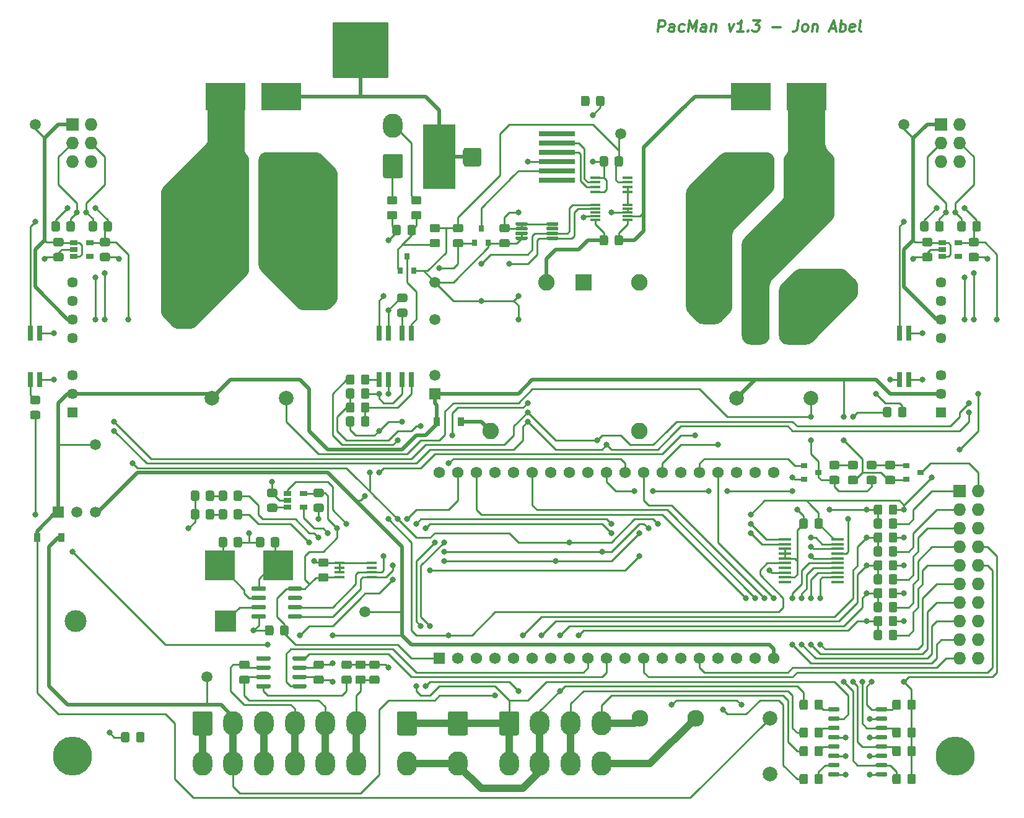
<source format=gbr>
G04 #@! TF.GenerationSoftware,KiCad,Pcbnew,(5.1.10)-1*
G04 #@! TF.CreationDate,2022-03-11T11:38:25-05:00*
G04 #@! TF.ProjectId,PacMan,5061634d-616e-42e6-9b69-6361645f7063,1.3*
G04 #@! TF.SameCoordinates,Original*
G04 #@! TF.FileFunction,Copper,L1,Top*
G04 #@! TF.FilePolarity,Positive*
%FSLAX46Y46*%
G04 Gerber Fmt 4.6, Leading zero omitted, Abs format (unit mm)*
G04 Created by KiCad (PCBNEW (5.1.10)-1) date 2022-03-11 11:38:25*
%MOMM*%
%LPD*%
G01*
G04 APERTURE LIST*
G04 #@! TA.AperFunction,NonConductor*
%ADD10C,0.300000*%
G04 #@! TD*
G04 #@! TA.AperFunction,ComponentPad*
%ADD11O,6.500000X2.540000*%
G04 #@! TD*
G04 #@! TA.AperFunction,ComponentPad*
%ADD12O,2.700000X3.300000*%
G04 #@! TD*
G04 #@! TA.AperFunction,SMDPad,CuDef*
%ADD13R,0.900000X0.800000*%
G04 #@! TD*
G04 #@! TA.AperFunction,ComponentPad*
%ADD14R,1.560000X1.560000*%
G04 #@! TD*
G04 #@! TA.AperFunction,ComponentPad*
%ADD15C,1.560000*%
G04 #@! TD*
G04 #@! TA.AperFunction,SMDPad,CuDef*
%ADD16R,0.640000X2.000000*%
G04 #@! TD*
G04 #@! TA.AperFunction,SMDPad,CuDef*
%ADD17R,5.000000X0.760000*%
G04 #@! TD*
G04 #@! TA.AperFunction,SMDPad,CuDef*
%ADD18R,4.500000X8.800000*%
G04 #@! TD*
G04 #@! TA.AperFunction,ComponentPad*
%ADD19C,2.000000*%
G04 #@! TD*
G04 #@! TA.AperFunction,ComponentPad*
%ADD20C,4.000000*%
G04 #@! TD*
G04 #@! TA.AperFunction,ComponentPad*
%ADD21R,1.727200X1.727200*%
G04 #@! TD*
G04 #@! TA.AperFunction,ComponentPad*
%ADD22O,1.727200X1.727200*%
G04 #@! TD*
G04 #@! TA.AperFunction,SMDPad,CuDef*
%ADD23R,1.060000X0.650000*%
G04 #@! TD*
G04 #@! TA.AperFunction,SMDPad,CuDef*
%ADD24R,1.450000X0.450000*%
G04 #@! TD*
G04 #@! TA.AperFunction,SMDPad,CuDef*
%ADD25R,0.900000X1.200000*%
G04 #@! TD*
G04 #@! TA.AperFunction,ComponentPad*
%ADD26C,1.450000*%
G04 #@! TD*
G04 #@! TA.AperFunction,ComponentPad*
%ADD27R,1.450000X1.450000*%
G04 #@! TD*
G04 #@! TA.AperFunction,SMDPad,CuDef*
%ADD28R,5.500000X3.810000*%
G04 #@! TD*
G04 #@! TA.AperFunction,SMDPad,CuDef*
%ADD29C,1.500000*%
G04 #@! TD*
G04 #@! TA.AperFunction,SMDPad,CuDef*
%ADD30R,0.800000X0.900000*%
G04 #@! TD*
G04 #@! TA.AperFunction,SMDPad,CuDef*
%ADD31R,1.400000X0.300000*%
G04 #@! TD*
G04 #@! TA.AperFunction,ComponentPad*
%ADD32C,2.250000*%
G04 #@! TD*
G04 #@! TA.AperFunction,ComponentPad*
%ADD33R,2.250000X2.250000*%
G04 #@! TD*
G04 #@! TA.AperFunction,SMDPad,CuDef*
%ADD34R,4.100000X4.100000*%
G04 #@! TD*
G04 #@! TA.AperFunction,ComponentPad*
%ADD35C,5.334000*%
G04 #@! TD*
G04 #@! TA.AperFunction,ComponentPad*
%ADD36C,2.300000*%
G04 #@! TD*
G04 #@! TA.AperFunction,SMDPad,CuDef*
%ADD37R,1.750000X0.450000*%
G04 #@! TD*
G04 #@! TA.AperFunction,ComponentPad*
%ADD38R,1.508000X1.508000*%
G04 #@! TD*
G04 #@! TA.AperFunction,ComponentPad*
%ADD39C,1.508000*%
G04 #@! TD*
G04 #@! TA.AperFunction,ComponentPad*
%ADD40R,3.000000X3.000000*%
G04 #@! TD*
G04 #@! TA.AperFunction,ComponentPad*
%ADD41C,3.000000*%
G04 #@! TD*
G04 #@! TA.AperFunction,ViaPad*
%ADD42C,0.800000*%
G04 #@! TD*
G04 #@! TA.AperFunction,Conductor*
%ADD43C,0.250000*%
G04 #@! TD*
G04 #@! TA.AperFunction,Conductor*
%ADD44C,1.000000*%
G04 #@! TD*
G04 #@! TA.AperFunction,Conductor*
%ADD45C,0.500000*%
G04 #@! TD*
G04 #@! TA.AperFunction,Conductor*
%ADD46C,0.254000*%
G04 #@! TD*
G04 #@! TA.AperFunction,Conductor*
%ADD47C,0.100000*%
G04 #@! TD*
G04 APERTURE END LIST*
D10*
X163223214Y-47668571D02*
X163410714Y-46168571D01*
X163982142Y-46168571D01*
X164116071Y-46240000D01*
X164178571Y-46311428D01*
X164232142Y-46454285D01*
X164205357Y-46668571D01*
X164116071Y-46811428D01*
X164035714Y-46882857D01*
X163883928Y-46954285D01*
X163312500Y-46954285D01*
X165366071Y-47668571D02*
X165464285Y-46882857D01*
X165410714Y-46740000D01*
X165276785Y-46668571D01*
X164991071Y-46668571D01*
X164839285Y-46740000D01*
X165375000Y-47597142D02*
X165223214Y-47668571D01*
X164866071Y-47668571D01*
X164732142Y-47597142D01*
X164678571Y-47454285D01*
X164696428Y-47311428D01*
X164785714Y-47168571D01*
X164937500Y-47097142D01*
X165294642Y-47097142D01*
X165446428Y-47025714D01*
X166732142Y-47597142D02*
X166580357Y-47668571D01*
X166294642Y-47668571D01*
X166160714Y-47597142D01*
X166098214Y-47525714D01*
X166044642Y-47382857D01*
X166098214Y-46954285D01*
X166187500Y-46811428D01*
X166267857Y-46740000D01*
X166419642Y-46668571D01*
X166705357Y-46668571D01*
X166839285Y-46740000D01*
X167366071Y-47668571D02*
X167553571Y-46168571D01*
X167919642Y-47240000D01*
X168553571Y-46168571D01*
X168366071Y-47668571D01*
X169723214Y-47668571D02*
X169821428Y-46882857D01*
X169767857Y-46740000D01*
X169633928Y-46668571D01*
X169348214Y-46668571D01*
X169196428Y-46740000D01*
X169732142Y-47597142D02*
X169580357Y-47668571D01*
X169223214Y-47668571D01*
X169089285Y-47597142D01*
X169035714Y-47454285D01*
X169053571Y-47311428D01*
X169142857Y-47168571D01*
X169294642Y-47097142D01*
X169651785Y-47097142D01*
X169803571Y-47025714D01*
X170562500Y-46668571D02*
X170437500Y-47668571D01*
X170544642Y-46811428D02*
X170625000Y-46740000D01*
X170776785Y-46668571D01*
X170991071Y-46668571D01*
X171125000Y-46740000D01*
X171178571Y-46882857D01*
X171080357Y-47668571D01*
X172919642Y-46668571D02*
X173151785Y-47668571D01*
X173633928Y-46668571D01*
X174866071Y-47668571D02*
X174008928Y-47668571D01*
X174437500Y-47668571D02*
X174625000Y-46168571D01*
X174455357Y-46382857D01*
X174294642Y-46525714D01*
X174142857Y-46597142D01*
X175526785Y-47525714D02*
X175589285Y-47597142D01*
X175508928Y-47668571D01*
X175446428Y-47597142D01*
X175526785Y-47525714D01*
X175508928Y-47668571D01*
X176267857Y-46168571D02*
X177196428Y-46168571D01*
X176625000Y-46740000D01*
X176839285Y-46740000D01*
X176973214Y-46811428D01*
X177035714Y-46882857D01*
X177089285Y-47025714D01*
X177044642Y-47382857D01*
X176955357Y-47525714D01*
X176875000Y-47597142D01*
X176723214Y-47668571D01*
X176294642Y-47668571D01*
X176160714Y-47597142D01*
X176098214Y-47525714D01*
X178866071Y-47097142D02*
X180008928Y-47097142D01*
X182410714Y-46168571D02*
X182276785Y-47240000D01*
X182178571Y-47454285D01*
X182017857Y-47597142D01*
X181794642Y-47668571D01*
X181651785Y-47668571D01*
X183151785Y-47668571D02*
X183017857Y-47597142D01*
X182955357Y-47525714D01*
X182901785Y-47382857D01*
X182955357Y-46954285D01*
X183044642Y-46811428D01*
X183125000Y-46740000D01*
X183276785Y-46668571D01*
X183491071Y-46668571D01*
X183625000Y-46740000D01*
X183687500Y-46811428D01*
X183741071Y-46954285D01*
X183687500Y-47382857D01*
X183598214Y-47525714D01*
X183517857Y-47597142D01*
X183366071Y-47668571D01*
X183151785Y-47668571D01*
X184419642Y-46668571D02*
X184294642Y-47668571D01*
X184401785Y-46811428D02*
X184482142Y-46740000D01*
X184633928Y-46668571D01*
X184848214Y-46668571D01*
X184982142Y-46740000D01*
X185035714Y-46882857D01*
X184937500Y-47668571D01*
X186776785Y-47240000D02*
X187491071Y-47240000D01*
X186580357Y-47668571D02*
X187267857Y-46168571D01*
X187580357Y-47668571D01*
X188080357Y-47668571D02*
X188267857Y-46168571D01*
X188196428Y-46740000D02*
X188348214Y-46668571D01*
X188633928Y-46668571D01*
X188767857Y-46740000D01*
X188830357Y-46811428D01*
X188883928Y-46954285D01*
X188830357Y-47382857D01*
X188741071Y-47525714D01*
X188660714Y-47597142D01*
X188508928Y-47668571D01*
X188223214Y-47668571D01*
X188089285Y-47597142D01*
X190017857Y-47597142D02*
X189866071Y-47668571D01*
X189580357Y-47668571D01*
X189446428Y-47597142D01*
X189392857Y-47454285D01*
X189464285Y-46882857D01*
X189553571Y-46740000D01*
X189705357Y-46668571D01*
X189991071Y-46668571D01*
X190125000Y-46740000D01*
X190178571Y-46882857D01*
X190160714Y-47025714D01*
X189428571Y-47168571D01*
X190937500Y-47668571D02*
X190803571Y-47597142D01*
X190750000Y-47454285D01*
X190910714Y-46168571D01*
D11*
X175755000Y-66040000D03*
X183655000Y-66040000D03*
X104000000Y-66040000D03*
X111900000Y-66040000D03*
D12*
X121965000Y-147740000D03*
X117765000Y-147740000D03*
X113565000Y-147740000D03*
X109365000Y-147740000D03*
X105165000Y-147740000D03*
X100965000Y-147740000D03*
X121965000Y-142240000D03*
X117765000Y-142240000D03*
X113565000Y-142240000D03*
X109365000Y-142240000D03*
X105165000Y-142240000D03*
G04 #@! TA.AperFunction,ComponentPad*
G36*
G01*
X99615000Y-143639999D02*
X99615000Y-140840001D01*
G75*
G02*
X99865001Y-140590000I250001J0D01*
G01*
X102064999Y-140590000D01*
G75*
G02*
X102315000Y-140840001I0J-250001D01*
G01*
X102315000Y-143639999D01*
G75*
G02*
X102064999Y-143890000I-250001J0D01*
G01*
X99865001Y-143890000D01*
G75*
G02*
X99615000Y-143639999I0J250001D01*
G01*
G37*
G04 #@! TD.AperFunction*
X155475000Y-147740000D03*
X151275000Y-147740000D03*
X147075000Y-147740000D03*
X142875000Y-147740000D03*
X155475000Y-142240000D03*
X151275000Y-142240000D03*
X147075000Y-142240000D03*
G04 #@! TA.AperFunction,ComponentPad*
G36*
G01*
X141525000Y-143639999D02*
X141525000Y-140840001D01*
G75*
G02*
X141775001Y-140590000I250001J0D01*
G01*
X143974999Y-140590000D01*
G75*
G02*
X144225000Y-140840001I0J-250001D01*
G01*
X144225000Y-143639999D01*
G75*
G02*
X143974999Y-143890000I-250001J0D01*
G01*
X141775001Y-143890000D01*
G75*
G02*
X141525000Y-143639999I0J250001D01*
G01*
G37*
G04 #@! TD.AperFunction*
G04 #@! TA.AperFunction,SMDPad,CuDef*
G36*
G01*
X191954999Y-108400000D02*
X192855001Y-108400000D01*
G75*
G02*
X193105000Y-108649999I0J-249999D01*
G01*
X193105000Y-109300001D01*
G75*
G02*
X192855001Y-109550000I-249999J0D01*
G01*
X191954999Y-109550000D01*
G75*
G02*
X191705000Y-109300001I0J249999D01*
G01*
X191705000Y-108649999D01*
G75*
G02*
X191954999Y-108400000I249999J0D01*
G01*
G37*
G04 #@! TD.AperFunction*
G04 #@! TA.AperFunction,SMDPad,CuDef*
G36*
G01*
X191954999Y-106350000D02*
X192855001Y-106350000D01*
G75*
G02*
X193105000Y-106599999I0J-249999D01*
G01*
X193105000Y-107250001D01*
G75*
G02*
X192855001Y-107500000I-249999J0D01*
G01*
X191954999Y-107500000D01*
G75*
G02*
X191705000Y-107250001I0J249999D01*
G01*
X191705000Y-106599999D01*
G75*
G02*
X191954999Y-106350000I249999J0D01*
G01*
G37*
G04 #@! TD.AperFunction*
G04 #@! TA.AperFunction,SMDPad,CuDef*
G36*
G01*
X195395001Y-107500000D02*
X194494999Y-107500000D01*
G75*
G02*
X194245000Y-107250001I0J249999D01*
G01*
X194245000Y-106599999D01*
G75*
G02*
X194494999Y-106350000I249999J0D01*
G01*
X195395001Y-106350000D01*
G75*
G02*
X195645000Y-106599999I0J-249999D01*
G01*
X195645000Y-107250001D01*
G75*
G02*
X195395001Y-107500000I-249999J0D01*
G01*
G37*
G04 #@! TD.AperFunction*
G04 #@! TA.AperFunction,SMDPad,CuDef*
G36*
G01*
X195395001Y-109550000D02*
X194494999Y-109550000D01*
G75*
G02*
X194245000Y-109300001I0J249999D01*
G01*
X194245000Y-108649999D01*
G75*
G02*
X194494999Y-108400000I249999J0D01*
G01*
X195395001Y-108400000D01*
G75*
G02*
X195645000Y-108649999I0J-249999D01*
G01*
X195645000Y-109300001D01*
G75*
G02*
X195395001Y-109550000I-249999J0D01*
G01*
G37*
G04 #@! TD.AperFunction*
D13*
X199120000Y-107950000D03*
X197120000Y-108900000D03*
X197120000Y-107000000D03*
D14*
X133350000Y-133350000D03*
D15*
X135890000Y-133350000D03*
X179070000Y-133350000D03*
X138430000Y-133350000D03*
X140970000Y-133350000D03*
X143510000Y-133350000D03*
X146050000Y-133350000D03*
X148590000Y-133350000D03*
X151130000Y-133350000D03*
X153670000Y-133350000D03*
X156210000Y-133350000D03*
X158750000Y-133350000D03*
X161290000Y-133350000D03*
X163830000Y-133350000D03*
X166370000Y-133350000D03*
X168910000Y-133350000D03*
X171450000Y-133350000D03*
X173990000Y-133350000D03*
X176530000Y-133350000D03*
X133350000Y-107950000D03*
X135890000Y-107950000D03*
X138430000Y-107950000D03*
X140970000Y-107950000D03*
X143510000Y-107950000D03*
X146050000Y-107950000D03*
X148590000Y-107950000D03*
X151130000Y-107950000D03*
X153670000Y-107950000D03*
X156210000Y-107950000D03*
X158750000Y-107950000D03*
X161290000Y-107950000D03*
X163830000Y-107950000D03*
X166370000Y-107950000D03*
X168910000Y-107950000D03*
X171450000Y-107950000D03*
X173990000Y-107950000D03*
X176530000Y-107950000D03*
X179070000Y-107950000D03*
G04 #@! TA.AperFunction,SMDPad,CuDef*
G36*
G01*
X195130000Y-99244999D02*
X195130000Y-100145001D01*
G75*
G02*
X194880001Y-100395000I-249999J0D01*
G01*
X194229999Y-100395000D01*
G75*
G02*
X193980000Y-100145001I0J249999D01*
G01*
X193980000Y-99244999D01*
G75*
G02*
X194229999Y-98995000I249999J0D01*
G01*
X194880001Y-98995000D01*
G75*
G02*
X195130000Y-99244999I0J-249999D01*
G01*
G37*
G04 #@! TD.AperFunction*
G04 #@! TA.AperFunction,SMDPad,CuDef*
G36*
G01*
X197180000Y-99244999D02*
X197180000Y-100145001D01*
G75*
G02*
X196930001Y-100395000I-249999J0D01*
G01*
X196279999Y-100395000D01*
G75*
G02*
X196030000Y-100145001I0J249999D01*
G01*
X196030000Y-99244999D01*
G75*
G02*
X196279999Y-98995000I249999J0D01*
G01*
X196930001Y-98995000D01*
G75*
G02*
X197180000Y-99244999I0J-249999D01*
G01*
G37*
G04 #@! TD.AperFunction*
G04 #@! TA.AperFunction,SMDPad,CuDef*
G36*
G01*
X77654999Y-97460000D02*
X78555001Y-97460000D01*
G75*
G02*
X78805000Y-97709999I0J-249999D01*
G01*
X78805000Y-98360001D01*
G75*
G02*
X78555001Y-98610000I-249999J0D01*
G01*
X77654999Y-98610000D01*
G75*
G02*
X77405000Y-98360001I0J249999D01*
G01*
X77405000Y-97709999D01*
G75*
G02*
X77654999Y-97460000I249999J0D01*
G01*
G37*
G04 #@! TD.AperFunction*
G04 #@! TA.AperFunction,SMDPad,CuDef*
G36*
G01*
X77654999Y-99510000D02*
X78555001Y-99510000D01*
G75*
G02*
X78805000Y-99759999I0J-249999D01*
G01*
X78805000Y-100410001D01*
G75*
G02*
X78555001Y-100660000I-249999J0D01*
G01*
X77654999Y-100660000D01*
G75*
G02*
X77405000Y-100410001I0J249999D01*
G01*
X77405000Y-99759999D01*
G75*
G02*
X77654999Y-99510000I249999J0D01*
G01*
G37*
G04 #@! TD.AperFunction*
D16*
X196215000Y-95225000D03*
X197485000Y-95225000D03*
X197485000Y-88925000D03*
X196215000Y-88925000D03*
X77470000Y-95225000D03*
X78740000Y-95225000D03*
X78740000Y-88925000D03*
X77470000Y-88925000D03*
D17*
X149378000Y-67945000D03*
X149378000Y-61595000D03*
X149378000Y-62865000D03*
X149378000Y-64135000D03*
X149378000Y-65405000D03*
D18*
X133328000Y-64770000D03*
D17*
X149378000Y-66675000D03*
D19*
X184150000Y-97790000D03*
X173990000Y-97790000D03*
D20*
X170180000Y-85090000D03*
X187960000Y-82550000D03*
D19*
X112395000Y-97790000D03*
X102235000Y-97790000D03*
D20*
X98425000Y-85090000D03*
X116205000Y-82550000D03*
G04 #@! TA.AperFunction,SMDPad,CuDef*
G36*
G01*
X80829999Y-77920000D02*
X81730001Y-77920000D01*
G75*
G02*
X81980000Y-78169999I0J-249999D01*
G01*
X81980000Y-78820001D01*
G75*
G02*
X81730001Y-79070000I-249999J0D01*
G01*
X80829999Y-79070000D01*
G75*
G02*
X80580000Y-78820001I0J249999D01*
G01*
X80580000Y-78169999D01*
G75*
G02*
X80829999Y-77920000I249999J0D01*
G01*
G37*
G04 #@! TD.AperFunction*
G04 #@! TA.AperFunction,SMDPad,CuDef*
G36*
G01*
X80829999Y-75870000D02*
X81730001Y-75870000D01*
G75*
G02*
X81980000Y-76119999I0J-249999D01*
G01*
X81980000Y-76770001D01*
G75*
G02*
X81730001Y-77020000I-249999J0D01*
G01*
X80829999Y-77020000D01*
G75*
G02*
X80580000Y-76770001I0J249999D01*
G01*
X80580000Y-76119999D01*
G75*
G02*
X80829999Y-75870000I249999J0D01*
G01*
G37*
G04 #@! TD.AperFunction*
D21*
X201930000Y-60325000D03*
D22*
X204470000Y-60325000D03*
X201930000Y-62865000D03*
X204470000Y-62865000D03*
X201930000Y-65405000D03*
X204470000Y-65405000D03*
D23*
X204300000Y-76520000D03*
X204300000Y-78420000D03*
X202100000Y-78420000D03*
X202100000Y-77470000D03*
X202100000Y-76520000D03*
G04 #@! TA.AperFunction,SMDPad,CuDef*
G36*
G01*
X205924999Y-77920000D02*
X206825001Y-77920000D01*
G75*
G02*
X207075000Y-78169999I0J-249999D01*
G01*
X207075000Y-78820001D01*
G75*
G02*
X206825001Y-79070000I-249999J0D01*
G01*
X205924999Y-79070000D01*
G75*
G02*
X205675000Y-78820001I0J249999D01*
G01*
X205675000Y-78169999D01*
G75*
G02*
X205924999Y-77920000I249999J0D01*
G01*
G37*
G04 #@! TD.AperFunction*
G04 #@! TA.AperFunction,SMDPad,CuDef*
G36*
G01*
X205924999Y-75870000D02*
X206825001Y-75870000D01*
G75*
G02*
X207075000Y-76119999I0J-249999D01*
G01*
X207075000Y-76770001D01*
G75*
G02*
X206825001Y-77020000I-249999J0D01*
G01*
X205924999Y-77020000D01*
G75*
G02*
X205675000Y-76770001I0J249999D01*
G01*
X205675000Y-76119999D01*
G75*
G02*
X205924999Y-75870000I249999J0D01*
G01*
G37*
G04 #@! TD.AperFunction*
D24*
X154645000Y-67605000D03*
X154645000Y-68255000D03*
X154645000Y-68905000D03*
X154645000Y-69555000D03*
X159045000Y-69555000D03*
X159045000Y-68905000D03*
X159045000Y-68255000D03*
X159045000Y-67605000D03*
G04 #@! TA.AperFunction,SMDPad,CuDef*
G36*
G01*
X199574999Y-77920000D02*
X200475001Y-77920000D01*
G75*
G02*
X200725000Y-78169999I0J-249999D01*
G01*
X200725000Y-78820001D01*
G75*
G02*
X200475001Y-79070000I-249999J0D01*
G01*
X199574999Y-79070000D01*
G75*
G02*
X199325000Y-78820001I0J249999D01*
G01*
X199325000Y-78169999D01*
G75*
G02*
X199574999Y-77920000I249999J0D01*
G01*
G37*
G04 #@! TD.AperFunction*
G04 #@! TA.AperFunction,SMDPad,CuDef*
G36*
G01*
X199574999Y-75870000D02*
X200475001Y-75870000D01*
G75*
G02*
X200725000Y-76119999I0J-249999D01*
G01*
X200725000Y-76770001D01*
G75*
G02*
X200475001Y-77020000I-249999J0D01*
G01*
X199574999Y-77020000D01*
G75*
G02*
X199325000Y-76770001I0J249999D01*
G01*
X199325000Y-76119999D01*
G75*
G02*
X199574999Y-75870000I249999J0D01*
G01*
G37*
G04 #@! TD.AperFunction*
G04 #@! TA.AperFunction,SMDPad,CuDef*
G36*
G01*
X157295000Y-65855001D02*
X157295000Y-64954999D01*
G75*
G02*
X157544999Y-64705000I249999J0D01*
G01*
X158195001Y-64705000D01*
G75*
G02*
X158445000Y-64954999I0J-249999D01*
G01*
X158445000Y-65855001D01*
G75*
G02*
X158195001Y-66105000I-249999J0D01*
G01*
X157544999Y-66105000D01*
G75*
G02*
X157295000Y-65855001I0J249999D01*
G01*
G37*
G04 #@! TD.AperFunction*
G04 #@! TA.AperFunction,SMDPad,CuDef*
G36*
G01*
X155245000Y-65855001D02*
X155245000Y-64954999D01*
G75*
G02*
X155494999Y-64705000I249999J0D01*
G01*
X156145001Y-64705000D01*
G75*
G02*
X156395000Y-64954999I0J-249999D01*
G01*
X156395000Y-65855001D01*
G75*
G02*
X156145001Y-66105000I-249999J0D01*
G01*
X155494999Y-66105000D01*
G75*
G02*
X155245000Y-65855001I0J249999D01*
G01*
G37*
G04 #@! TD.AperFunction*
D25*
X132970000Y-100965000D03*
X136270000Y-100965000D03*
D26*
X83185000Y-81915000D03*
X83185000Y-84455000D03*
X83185000Y-86995000D03*
X83185000Y-89535000D03*
X83185000Y-94615000D03*
X83185000Y-97155000D03*
D27*
X83185000Y-99695000D03*
X201930000Y-99695000D03*
D26*
X201930000Y-97155000D03*
X201930000Y-94615000D03*
X201930000Y-89535000D03*
X201930000Y-86995000D03*
X201930000Y-84455000D03*
X201930000Y-81915000D03*
D28*
X111765000Y-56515000D03*
X104135000Y-56515000D03*
X183520000Y-56515000D03*
X175890000Y-56515000D03*
D21*
X83185000Y-60325000D03*
D22*
X85725000Y-60325000D03*
X83185000Y-62865000D03*
X85725000Y-62865000D03*
X83185000Y-65405000D03*
X85725000Y-65405000D03*
G04 #@! TA.AperFunction,SMDPad,CuDef*
G36*
G01*
X201110000Y-74745001D02*
X201110000Y-73844999D01*
G75*
G02*
X201359999Y-73595000I249999J0D01*
G01*
X202010001Y-73595000D01*
G75*
G02*
X202260000Y-73844999I0J-249999D01*
G01*
X202260000Y-74745001D01*
G75*
G02*
X202010001Y-74995000I-249999J0D01*
G01*
X201359999Y-74995000D01*
G75*
G02*
X201110000Y-74745001I0J249999D01*
G01*
G37*
G04 #@! TD.AperFunction*
G04 #@! TA.AperFunction,SMDPad,CuDef*
G36*
G01*
X199060000Y-74745001D02*
X199060000Y-73844999D01*
G75*
G02*
X199309999Y-73595000I249999J0D01*
G01*
X199960001Y-73595000D01*
G75*
G02*
X200210000Y-73844999I0J-249999D01*
G01*
X200210000Y-74745001D01*
G75*
G02*
X199960001Y-74995000I-249999J0D01*
G01*
X199309999Y-74995000D01*
G75*
G02*
X199060000Y-74745001I0J249999D01*
G01*
G37*
G04 #@! TD.AperFunction*
G04 #@! TA.AperFunction,SMDPad,CuDef*
G36*
G01*
X207340000Y-73844999D02*
X207340000Y-74745001D01*
G75*
G02*
X207090001Y-74995000I-249999J0D01*
G01*
X206439999Y-74995000D01*
G75*
G02*
X206190000Y-74745001I0J249999D01*
G01*
X206190000Y-73844999D01*
G75*
G02*
X206439999Y-73595000I249999J0D01*
G01*
X207090001Y-73595000D01*
G75*
G02*
X207340000Y-73844999I0J-249999D01*
G01*
G37*
G04 #@! TD.AperFunction*
G04 #@! TA.AperFunction,SMDPad,CuDef*
G36*
G01*
X205290000Y-73844999D02*
X205290000Y-74745001D01*
G75*
G02*
X205040001Y-74995000I-249999J0D01*
G01*
X204389999Y-74995000D01*
G75*
G02*
X204140000Y-74745001I0J249999D01*
G01*
X204140000Y-73844999D01*
G75*
G02*
X204389999Y-73595000I249999J0D01*
G01*
X205040001Y-73595000D01*
G75*
G02*
X205290000Y-73844999I0J-249999D01*
G01*
G37*
G04 #@! TD.AperFunction*
G04 #@! TA.AperFunction,SMDPad,CuDef*
G36*
G01*
X135439999Y-76015000D02*
X136340001Y-76015000D01*
G75*
G02*
X136590000Y-76264999I0J-249999D01*
G01*
X136590000Y-76915001D01*
G75*
G02*
X136340001Y-77165000I-249999J0D01*
G01*
X135439999Y-77165000D01*
G75*
G02*
X135190000Y-76915001I0J249999D01*
G01*
X135190000Y-76264999D01*
G75*
G02*
X135439999Y-76015000I249999J0D01*
G01*
G37*
G04 #@! TD.AperFunction*
G04 #@! TA.AperFunction,SMDPad,CuDef*
G36*
G01*
X135439999Y-73965000D02*
X136340001Y-73965000D01*
G75*
G02*
X136590000Y-74214999I0J-249999D01*
G01*
X136590000Y-74865001D01*
G75*
G02*
X136340001Y-75115000I-249999J0D01*
G01*
X135439999Y-75115000D01*
G75*
G02*
X135190000Y-74865001I0J249999D01*
G01*
X135190000Y-74214999D01*
G75*
G02*
X135439999Y-73965000I249999J0D01*
G01*
G37*
G04 #@! TD.AperFunction*
G04 #@! TA.AperFunction,SMDPad,CuDef*
G36*
G01*
X157295000Y-76650001D02*
X157295000Y-75749999D01*
G75*
G02*
X157544999Y-75500000I249999J0D01*
G01*
X158195001Y-75500000D01*
G75*
G02*
X158445000Y-75749999I0J-249999D01*
G01*
X158445000Y-76650001D01*
G75*
G02*
X158195001Y-76900000I-249999J0D01*
G01*
X157544999Y-76900000D01*
G75*
G02*
X157295000Y-76650001I0J249999D01*
G01*
G37*
G04 #@! TD.AperFunction*
G04 #@! TA.AperFunction,SMDPad,CuDef*
G36*
G01*
X155245000Y-76650001D02*
X155245000Y-75749999D01*
G75*
G02*
X155494999Y-75500000I249999J0D01*
G01*
X156145001Y-75500000D01*
G75*
G02*
X156395000Y-75749999I0J-249999D01*
G01*
X156395000Y-76650001D01*
G75*
G02*
X156145001Y-76900000I-249999J0D01*
G01*
X155494999Y-76900000D01*
G75*
G02*
X155245000Y-76650001I0J249999D01*
G01*
G37*
G04 #@! TD.AperFunction*
G04 #@! TA.AperFunction,SMDPad,CuDef*
G36*
G01*
X88595000Y-73844999D02*
X88595000Y-74745001D01*
G75*
G02*
X88345001Y-74995000I-249999J0D01*
G01*
X87694999Y-74995000D01*
G75*
G02*
X87445000Y-74745001I0J249999D01*
G01*
X87445000Y-73844999D01*
G75*
G02*
X87694999Y-73595000I249999J0D01*
G01*
X88345001Y-73595000D01*
G75*
G02*
X88595000Y-73844999I0J-249999D01*
G01*
G37*
G04 #@! TD.AperFunction*
G04 #@! TA.AperFunction,SMDPad,CuDef*
G36*
G01*
X86545000Y-73844999D02*
X86545000Y-74745001D01*
G75*
G02*
X86295001Y-74995000I-249999J0D01*
G01*
X85644999Y-74995000D01*
G75*
G02*
X85395000Y-74745001I0J249999D01*
G01*
X85395000Y-73844999D01*
G75*
G02*
X85644999Y-73595000I249999J0D01*
G01*
X86295001Y-73595000D01*
G75*
G02*
X86545000Y-73844999I0J-249999D01*
G01*
G37*
G04 #@! TD.AperFunction*
D23*
X85555000Y-76520000D03*
X85555000Y-78420000D03*
X83355000Y-78420000D03*
X83355000Y-77470000D03*
X83355000Y-76520000D03*
G04 #@! TA.AperFunction,SMDPad,CuDef*
G36*
G01*
X87179999Y-77920000D02*
X88080001Y-77920000D01*
G75*
G02*
X88330000Y-78169999I0J-249999D01*
G01*
X88330000Y-78820001D01*
G75*
G02*
X88080001Y-79070000I-249999J0D01*
G01*
X87179999Y-79070000D01*
G75*
G02*
X86930000Y-78820001I0J249999D01*
G01*
X86930000Y-78169999D01*
G75*
G02*
X87179999Y-77920000I249999J0D01*
G01*
G37*
G04 #@! TD.AperFunction*
G04 #@! TA.AperFunction,SMDPad,CuDef*
G36*
G01*
X87179999Y-75870000D02*
X88080001Y-75870000D01*
G75*
G02*
X88330000Y-76119999I0J-249999D01*
G01*
X88330000Y-76770001D01*
G75*
G02*
X88080001Y-77020000I-249999J0D01*
G01*
X87179999Y-77020000D01*
G75*
G02*
X86930000Y-76770001I0J249999D01*
G01*
X86930000Y-76119999D01*
G75*
G02*
X87179999Y-75870000I249999J0D01*
G01*
G37*
G04 #@! TD.AperFunction*
G04 #@! TA.AperFunction,SMDPad,CuDef*
G36*
G01*
X80315000Y-74745001D02*
X80315000Y-73844999D01*
G75*
G02*
X80564999Y-73595000I249999J0D01*
G01*
X81215001Y-73595000D01*
G75*
G02*
X81465000Y-73844999I0J-249999D01*
G01*
X81465000Y-74745001D01*
G75*
G02*
X81215001Y-74995000I-249999J0D01*
G01*
X80564999Y-74995000D01*
G75*
G02*
X80315000Y-74745001I0J249999D01*
G01*
G37*
G04 #@! TD.AperFunction*
G04 #@! TA.AperFunction,SMDPad,CuDef*
G36*
G01*
X82365000Y-74745001D02*
X82365000Y-73844999D01*
G75*
G02*
X82614999Y-73595000I249999J0D01*
G01*
X83265001Y-73595000D01*
G75*
G02*
X83515000Y-73844999I0J-249999D01*
G01*
X83515000Y-74745001D01*
G75*
G02*
X83265001Y-74995000I-249999J0D01*
G01*
X82614999Y-74995000D01*
G75*
G02*
X82365000Y-74745001I0J249999D01*
G01*
G37*
G04 #@! TD.AperFunction*
D29*
X78105000Y-60325000D03*
D30*
X139065000Y-74565000D03*
X140015000Y-76565000D03*
X138115000Y-76565000D03*
D29*
X196850000Y-60325000D03*
D31*
X159045000Y-73390000D03*
X159045000Y-72890000D03*
X159045000Y-72390000D03*
X159045000Y-71890000D03*
X159045000Y-71390000D03*
X154645000Y-71390000D03*
X154645000Y-71890000D03*
X154645000Y-72390000D03*
X154645000Y-72890000D03*
X154645000Y-73390000D03*
D32*
X160655000Y-81915000D03*
X160655000Y-102235000D03*
X140335000Y-102235000D03*
X147955000Y-81915000D03*
D33*
X153035000Y-81915000D03*
G04 #@! TA.AperFunction,SMDPad,CuDef*
G36*
G01*
X153855000Y-56699999D02*
X153855000Y-57600001D01*
G75*
G02*
X153605001Y-57850000I-249999J0D01*
G01*
X152954999Y-57850000D01*
G75*
G02*
X152705000Y-57600001I0J249999D01*
G01*
X152705000Y-56699999D01*
G75*
G02*
X152954999Y-56450000I249999J0D01*
G01*
X153605001Y-56450000D01*
G75*
G02*
X153855000Y-56699999I0J-249999D01*
G01*
G37*
G04 #@! TD.AperFunction*
G04 #@! TA.AperFunction,SMDPad,CuDef*
G36*
G01*
X155905000Y-56699999D02*
X155905000Y-57600001D01*
G75*
G02*
X155655001Y-57850000I-249999J0D01*
G01*
X155004999Y-57850000D01*
G75*
G02*
X154755000Y-57600001I0J249999D01*
G01*
X154755000Y-56699999D01*
G75*
G02*
X155004999Y-56450000I249999J0D01*
G01*
X155655001Y-56450000D01*
G75*
G02*
X155905000Y-56699999I0J-249999D01*
G01*
G37*
G04 #@! TD.AperFunction*
D29*
X158115000Y-61595000D03*
D34*
X111315000Y-120650000D03*
X103315000Y-120650000D03*
D29*
X101600000Y-135890000D03*
X86360000Y-104140000D03*
X123190000Y-127000000D03*
G04 #@! TA.AperFunction,SMDPad,CuDef*
G36*
G01*
X89840000Y-144595001D02*
X89840000Y-143694999D01*
G75*
G02*
X90089999Y-143445000I249999J0D01*
G01*
X90740001Y-143445000D01*
G75*
G02*
X90990000Y-143694999I0J-249999D01*
G01*
X90990000Y-144595001D01*
G75*
G02*
X90740001Y-144845000I-249999J0D01*
G01*
X90089999Y-144845000D01*
G75*
G02*
X89840000Y-144595001I0J249999D01*
G01*
G37*
G04 #@! TD.AperFunction*
G04 #@! TA.AperFunction,SMDPad,CuDef*
G36*
G01*
X91890000Y-144595001D02*
X91890000Y-143694999D01*
G75*
G02*
X92139999Y-143445000I249999J0D01*
G01*
X92790001Y-143445000D01*
G75*
G02*
X93040000Y-143694999I0J-249999D01*
G01*
X93040000Y-144595001D01*
G75*
G02*
X92790001Y-144845000I-249999J0D01*
G01*
X92139999Y-144845000D01*
G75*
G02*
X91890000Y-144595001I0J249999D01*
G01*
G37*
G04 #@! TD.AperFunction*
D23*
X112565000Y-110810000D03*
X112565000Y-111760000D03*
X112565000Y-112710000D03*
X114765000Y-112710000D03*
X114765000Y-110810000D03*
D30*
X127955000Y-80375000D03*
X129855000Y-80375000D03*
X128905000Y-78375000D03*
G04 #@! TA.AperFunction,SMDPad,CuDef*
G36*
G01*
X117925001Y-122885000D02*
X117024999Y-122885000D01*
G75*
G02*
X116775000Y-122635001I0J249999D01*
G01*
X116775000Y-121984999D01*
G75*
G02*
X117024999Y-121735000I249999J0D01*
G01*
X117925001Y-121735000D01*
G75*
G02*
X118175000Y-121984999I0J-249999D01*
G01*
X118175000Y-122635001D01*
G75*
G02*
X117925001Y-122885000I-249999J0D01*
G01*
G37*
G04 #@! TD.AperFunction*
G04 #@! TA.AperFunction,SMDPad,CuDef*
G36*
G01*
X117925001Y-120835000D02*
X117024999Y-120835000D01*
G75*
G02*
X116775000Y-120585001I0J249999D01*
G01*
X116775000Y-119934999D01*
G75*
G02*
X117024999Y-119685000I249999J0D01*
G01*
X117925001Y-119685000D01*
G75*
G02*
X118175000Y-119934999I0J-249999D01*
G01*
X118175000Y-120585001D01*
G75*
G02*
X117925001Y-120835000I-249999J0D01*
G01*
G37*
G04 #@! TD.AperFunction*
G04 #@! TA.AperFunction,SMDPad,CuDef*
G36*
G01*
X116389999Y-112210000D02*
X117290001Y-112210000D01*
G75*
G02*
X117540000Y-112459999I0J-249999D01*
G01*
X117540000Y-113110001D01*
G75*
G02*
X117290001Y-113360000I-249999J0D01*
G01*
X116389999Y-113360000D01*
G75*
G02*
X116140000Y-113110001I0J249999D01*
G01*
X116140000Y-112459999D01*
G75*
G02*
X116389999Y-112210000I249999J0D01*
G01*
G37*
G04 #@! TD.AperFunction*
G04 #@! TA.AperFunction,SMDPad,CuDef*
G36*
G01*
X116389999Y-110160000D02*
X117290001Y-110160000D01*
G75*
G02*
X117540000Y-110409999I0J-249999D01*
G01*
X117540000Y-111060001D01*
G75*
G02*
X117290001Y-111310000I-249999J0D01*
G01*
X116389999Y-111310000D01*
G75*
G02*
X116140000Y-111060001I0J249999D01*
G01*
X116140000Y-110409999D01*
G75*
G02*
X116389999Y-110160000I249999J0D01*
G01*
G37*
G04 #@! TD.AperFunction*
G04 #@! TA.AperFunction,SMDPad,CuDef*
G36*
G01*
X110940001Y-111310000D02*
X110039999Y-111310000D01*
G75*
G02*
X109790000Y-111060001I0J249999D01*
G01*
X109790000Y-110409999D01*
G75*
G02*
X110039999Y-110160000I249999J0D01*
G01*
X110940001Y-110160000D01*
G75*
G02*
X111190000Y-110409999I0J-249999D01*
G01*
X111190000Y-111060001D01*
G75*
G02*
X110940001Y-111310000I-249999J0D01*
G01*
G37*
G04 #@! TD.AperFunction*
G04 #@! TA.AperFunction,SMDPad,CuDef*
G36*
G01*
X110940001Y-113360000D02*
X110039999Y-113360000D01*
G75*
G02*
X109790000Y-113110001I0J249999D01*
G01*
X109790000Y-112459999D01*
G75*
G02*
X110039999Y-112210000I249999J0D01*
G01*
X110940001Y-112210000D01*
G75*
G02*
X111190000Y-112459999I0J-249999D01*
G01*
X111190000Y-113110001D01*
G75*
G02*
X110940001Y-113360000I-249999J0D01*
G01*
G37*
G04 #@! TD.AperFunction*
G04 #@! TA.AperFunction,SMDPad,CuDef*
G36*
G01*
X124009999Y-135705000D02*
X124910001Y-135705000D01*
G75*
G02*
X125160000Y-135954999I0J-249999D01*
G01*
X125160000Y-136605001D01*
G75*
G02*
X124910001Y-136855000I-249999J0D01*
G01*
X124009999Y-136855000D01*
G75*
G02*
X123760000Y-136605001I0J249999D01*
G01*
X123760000Y-135954999D01*
G75*
G02*
X124009999Y-135705000I249999J0D01*
G01*
G37*
G04 #@! TD.AperFunction*
G04 #@! TA.AperFunction,SMDPad,CuDef*
G36*
G01*
X124009999Y-133655000D02*
X124910001Y-133655000D01*
G75*
G02*
X125160000Y-133904999I0J-249999D01*
G01*
X125160000Y-134555001D01*
G75*
G02*
X124910001Y-134805000I-249999J0D01*
G01*
X124009999Y-134805000D01*
G75*
G02*
X123760000Y-134555001I0J249999D01*
G01*
X123760000Y-133904999D01*
G75*
G02*
X124009999Y-133655000I249999J0D01*
G01*
G37*
G04 #@! TD.AperFunction*
G04 #@! TA.AperFunction,SMDPad,CuDef*
G36*
G01*
X116389999Y-135705000D02*
X117290001Y-135705000D01*
G75*
G02*
X117540000Y-135954999I0J-249999D01*
G01*
X117540000Y-136605001D01*
G75*
G02*
X117290001Y-136855000I-249999J0D01*
G01*
X116389999Y-136855000D01*
G75*
G02*
X116140000Y-136605001I0J249999D01*
G01*
X116140000Y-135954999D01*
G75*
G02*
X116389999Y-135705000I249999J0D01*
G01*
G37*
G04 #@! TD.AperFunction*
G04 #@! TA.AperFunction,SMDPad,CuDef*
G36*
G01*
X116389999Y-133655000D02*
X117290001Y-133655000D01*
G75*
G02*
X117540000Y-133904999I0J-249999D01*
G01*
X117540000Y-134555001D01*
G75*
G02*
X117290001Y-134805000I-249999J0D01*
G01*
X116389999Y-134805000D01*
G75*
G02*
X116140000Y-134555001I0J249999D01*
G01*
X116140000Y-133904999D01*
G75*
G02*
X116389999Y-133655000I249999J0D01*
G01*
G37*
G04 #@! TD.AperFunction*
G04 #@! TA.AperFunction,SMDPad,CuDef*
G36*
G01*
X185750000Y-114484999D02*
X185750000Y-115385001D01*
G75*
G02*
X185500001Y-115635000I-249999J0D01*
G01*
X184849999Y-115635000D01*
G75*
G02*
X184600000Y-115385001I0J249999D01*
G01*
X184600000Y-114484999D01*
G75*
G02*
X184849999Y-114235000I249999J0D01*
G01*
X185500001Y-114235000D01*
G75*
G02*
X185750000Y-114484999I0J-249999D01*
G01*
G37*
G04 #@! TD.AperFunction*
G04 #@! TA.AperFunction,SMDPad,CuDef*
G36*
G01*
X183700000Y-114484999D02*
X183700000Y-115385001D01*
G75*
G02*
X183450001Y-115635000I-249999J0D01*
G01*
X182799999Y-115635000D01*
G75*
G02*
X182550000Y-115385001I0J249999D01*
G01*
X182550000Y-114484999D01*
G75*
G02*
X182799999Y-114235000I249999J0D01*
G01*
X183450001Y-114235000D01*
G75*
G02*
X183700000Y-114484999I0J-249999D01*
G01*
G37*
G04 #@! TD.AperFunction*
G04 #@! TA.AperFunction,SMDPad,CuDef*
G36*
G01*
X130124000Y-74352999D02*
X130124000Y-75253001D01*
G75*
G02*
X129874001Y-75503000I-249999J0D01*
G01*
X129223999Y-75503000D01*
G75*
G02*
X128974000Y-75253001I0J249999D01*
G01*
X128974000Y-74352999D01*
G75*
G02*
X129223999Y-74103000I249999J0D01*
G01*
X129874001Y-74103000D01*
G75*
G02*
X130124000Y-74352999I0J-249999D01*
G01*
G37*
G04 #@! TD.AperFunction*
G04 #@! TA.AperFunction,SMDPad,CuDef*
G36*
G01*
X128074000Y-74352999D02*
X128074000Y-75253001D01*
G75*
G02*
X127824001Y-75503000I-249999J0D01*
G01*
X127173999Y-75503000D01*
G75*
G02*
X126924000Y-75253001I0J249999D01*
G01*
X126924000Y-74352999D01*
G75*
G02*
X127173999Y-74103000I249999J0D01*
G01*
X127824001Y-74103000D01*
G75*
G02*
X128074000Y-74352999I0J-249999D01*
G01*
G37*
G04 #@! TD.AperFunction*
G04 #@! TA.AperFunction,SMDPad,CuDef*
G36*
G01*
X99365000Y-111575001D02*
X99365000Y-110674999D01*
G75*
G02*
X99614999Y-110425000I249999J0D01*
G01*
X100265001Y-110425000D01*
G75*
G02*
X100515000Y-110674999I0J-249999D01*
G01*
X100515000Y-111575001D01*
G75*
G02*
X100265001Y-111825000I-249999J0D01*
G01*
X99614999Y-111825000D01*
G75*
G02*
X99365000Y-111575001I0J249999D01*
G01*
G37*
G04 #@! TD.AperFunction*
G04 #@! TA.AperFunction,SMDPad,CuDef*
G36*
G01*
X101415000Y-111575001D02*
X101415000Y-110674999D01*
G75*
G02*
X101664999Y-110425000I249999J0D01*
G01*
X102315001Y-110425000D01*
G75*
G02*
X102565000Y-110674999I0J-249999D01*
G01*
X102565000Y-111575001D01*
G75*
G02*
X102315001Y-111825000I-249999J0D01*
G01*
X101664999Y-111825000D01*
G75*
G02*
X101415000Y-111575001I0J249999D01*
G01*
G37*
G04 #@! TD.AperFunction*
G04 #@! TA.AperFunction,SMDPad,CuDef*
G36*
G01*
X101415000Y-114115001D02*
X101415000Y-113214999D01*
G75*
G02*
X101664999Y-112965000I249999J0D01*
G01*
X102315001Y-112965000D01*
G75*
G02*
X102565000Y-113214999I0J-249999D01*
G01*
X102565000Y-114115001D01*
G75*
G02*
X102315001Y-114365000I-249999J0D01*
G01*
X101664999Y-114365000D01*
G75*
G02*
X101415000Y-114115001I0J249999D01*
G01*
G37*
G04 #@! TD.AperFunction*
G04 #@! TA.AperFunction,SMDPad,CuDef*
G36*
G01*
X99365000Y-114115001D02*
X99365000Y-113214999D01*
G75*
G02*
X99614999Y-112965000I249999J0D01*
G01*
X100265001Y-112965000D01*
G75*
G02*
X100515000Y-113214999I0J-249999D01*
G01*
X100515000Y-114115001D01*
G75*
G02*
X100265001Y-114365000I-249999J0D01*
G01*
X99614999Y-114365000D01*
G75*
G02*
X99365000Y-114115001I0J249999D01*
G01*
G37*
G04 #@! TD.AperFunction*
D25*
X78360000Y-116840000D03*
X81660000Y-116840000D03*
D35*
X83185000Y-146685000D03*
X203835000Y-146685000D03*
D16*
X129540000Y-88925000D03*
X128270000Y-88925000D03*
X128270000Y-95225000D03*
X129540000Y-95225000D03*
X125095000Y-95225000D03*
X126365000Y-95225000D03*
X126365000Y-88925000D03*
X125095000Y-88925000D03*
D12*
X127000000Y-60540000D03*
G04 #@! TA.AperFunction,ComponentPad*
G36*
G01*
X128350000Y-64640001D02*
X128350000Y-67439999D01*
G75*
G02*
X128099999Y-67690000I-250001J0D01*
G01*
X125900001Y-67690000D01*
G75*
G02*
X125650000Y-67439999I0J250001D01*
G01*
X125650000Y-64640001D01*
G75*
G02*
X125900001Y-64390000I250001J0D01*
G01*
X128099999Y-64390000D01*
G75*
G02*
X128350000Y-64640001I0J-250001D01*
G01*
G37*
G04 #@! TD.AperFunction*
D22*
X207010000Y-133350000D03*
X204470000Y-133350000D03*
X207010000Y-130810000D03*
X204470000Y-130810000D03*
X207010000Y-128270000D03*
X204470000Y-128270000D03*
X207010000Y-125730000D03*
X204470000Y-125730000D03*
X207010000Y-123190000D03*
X204470000Y-123190000D03*
X207010000Y-120650000D03*
X204470000Y-120650000D03*
X207010000Y-118110000D03*
X204470000Y-118110000D03*
X207010000Y-115570000D03*
X204470000Y-115570000D03*
X207010000Y-113030000D03*
X204470000Y-113030000D03*
X207010000Y-110490000D03*
D21*
X204470000Y-110490000D03*
D12*
X128905000Y-147740000D03*
G04 #@! TA.AperFunction,ComponentPad*
G36*
G01*
X127555000Y-143639999D02*
X127555000Y-140840001D01*
G75*
G02*
X127805001Y-140590000I250001J0D01*
G01*
X130004999Y-140590000D01*
G75*
G02*
X130255000Y-140840001I0J-250001D01*
G01*
X130255000Y-143639999D01*
G75*
G02*
X130004999Y-143890000I-250001J0D01*
G01*
X127805001Y-143890000D01*
G75*
G02*
X127555000Y-143639999I0J250001D01*
G01*
G37*
G04 #@! TD.AperFunction*
G04 #@! TA.AperFunction,ComponentPad*
G36*
G01*
X134540000Y-143639999D02*
X134540000Y-140840001D01*
G75*
G02*
X134790001Y-140590000I250001J0D01*
G01*
X136989999Y-140590000D01*
G75*
G02*
X137240000Y-140840001I0J-250001D01*
G01*
X137240000Y-143639999D01*
G75*
G02*
X136989999Y-143890000I-250001J0D01*
G01*
X134790001Y-143890000D01*
G75*
G02*
X134540000Y-143639999I0J250001D01*
G01*
G37*
G04 #@! TD.AperFunction*
X135890000Y-147740000D03*
D19*
X178498500Y-149161500D03*
D36*
X160718500Y-141541500D03*
X168338500Y-141541500D03*
D19*
X178498500Y-141541500D03*
G04 #@! TA.AperFunction,SMDPad,CuDef*
G36*
G01*
X122104999Y-135705000D02*
X123005001Y-135705000D01*
G75*
G02*
X123255000Y-135954999I0J-249999D01*
G01*
X123255000Y-136605001D01*
G75*
G02*
X123005001Y-136855000I-249999J0D01*
G01*
X122104999Y-136855000D01*
G75*
G02*
X121855000Y-136605001I0J249999D01*
G01*
X121855000Y-135954999D01*
G75*
G02*
X122104999Y-135705000I249999J0D01*
G01*
G37*
G04 #@! TD.AperFunction*
G04 #@! TA.AperFunction,SMDPad,CuDef*
G36*
G01*
X122104999Y-133655000D02*
X123005001Y-133655000D01*
G75*
G02*
X123255000Y-133904999I0J-249999D01*
G01*
X123255000Y-134555001D01*
G75*
G02*
X123005001Y-134805000I-249999J0D01*
G01*
X122104999Y-134805000D01*
G75*
G02*
X121855000Y-134555001I0J249999D01*
G01*
X121855000Y-133904999D01*
G75*
G02*
X122104999Y-133655000I249999J0D01*
G01*
G37*
G04 #@! TD.AperFunction*
G04 #@! TA.AperFunction,SMDPad,CuDef*
G36*
G01*
X185750000Y-139249999D02*
X185750000Y-140150001D01*
G75*
G02*
X185500001Y-140400000I-249999J0D01*
G01*
X184849999Y-140400000D01*
G75*
G02*
X184600000Y-140150001I0J249999D01*
G01*
X184600000Y-139249999D01*
G75*
G02*
X184849999Y-139000000I249999J0D01*
G01*
X185500001Y-139000000D01*
G75*
G02*
X185750000Y-139249999I0J-249999D01*
G01*
G37*
G04 #@! TD.AperFunction*
G04 #@! TA.AperFunction,SMDPad,CuDef*
G36*
G01*
X183700000Y-139249999D02*
X183700000Y-140150001D01*
G75*
G02*
X183450001Y-140400000I-249999J0D01*
G01*
X182799999Y-140400000D01*
G75*
G02*
X182550000Y-140150001I0J249999D01*
G01*
X182550000Y-139249999D01*
G75*
G02*
X182799999Y-139000000I249999J0D01*
G01*
X183450001Y-139000000D01*
G75*
G02*
X183700000Y-139249999I0J-249999D01*
G01*
G37*
G04 #@! TD.AperFunction*
G04 #@! TA.AperFunction,SMDPad,CuDef*
G36*
G01*
X197300000Y-140150001D02*
X197300000Y-139249999D01*
G75*
G02*
X197549999Y-139000000I249999J0D01*
G01*
X198200001Y-139000000D01*
G75*
G02*
X198450000Y-139249999I0J-249999D01*
G01*
X198450000Y-140150001D01*
G75*
G02*
X198200001Y-140400000I-249999J0D01*
G01*
X197549999Y-140400000D01*
G75*
G02*
X197300000Y-140150001I0J249999D01*
G01*
G37*
G04 #@! TD.AperFunction*
G04 #@! TA.AperFunction,SMDPad,CuDef*
G36*
G01*
X195250000Y-140150001D02*
X195250000Y-139249999D01*
G75*
G02*
X195499999Y-139000000I249999J0D01*
G01*
X196150001Y-139000000D01*
G75*
G02*
X196400000Y-139249999I0J-249999D01*
G01*
X196400000Y-140150001D01*
G75*
G02*
X196150001Y-140400000I-249999J0D01*
G01*
X195499999Y-140400000D01*
G75*
G02*
X195250000Y-140150001I0J249999D01*
G01*
G37*
G04 #@! TD.AperFunction*
G04 #@! TA.AperFunction,SMDPad,CuDef*
G36*
G01*
X120199999Y-135705000D02*
X121100001Y-135705000D01*
G75*
G02*
X121350000Y-135954999I0J-249999D01*
G01*
X121350000Y-136605001D01*
G75*
G02*
X121100001Y-136855000I-249999J0D01*
G01*
X120199999Y-136855000D01*
G75*
G02*
X119950000Y-136605001I0J249999D01*
G01*
X119950000Y-135954999D01*
G75*
G02*
X120199999Y-135705000I249999J0D01*
G01*
G37*
G04 #@! TD.AperFunction*
G04 #@! TA.AperFunction,SMDPad,CuDef*
G36*
G01*
X120199999Y-133655000D02*
X121100001Y-133655000D01*
G75*
G02*
X121350000Y-133904999I0J-249999D01*
G01*
X121350000Y-134555001D01*
G75*
G02*
X121100001Y-134805000I-249999J0D01*
G01*
X120199999Y-134805000D01*
G75*
G02*
X119950000Y-134555001I0J249999D01*
G01*
X119950000Y-133904999D01*
G75*
G02*
X120199999Y-133655000I249999J0D01*
G01*
G37*
G04 #@! TD.AperFunction*
G04 #@! TA.AperFunction,SMDPad,CuDef*
G36*
G01*
X185750000Y-145599999D02*
X185750000Y-146500001D01*
G75*
G02*
X185500001Y-146750000I-249999J0D01*
G01*
X184849999Y-146750000D01*
G75*
G02*
X184600000Y-146500001I0J249999D01*
G01*
X184600000Y-145599999D01*
G75*
G02*
X184849999Y-145350000I249999J0D01*
G01*
X185500001Y-145350000D01*
G75*
G02*
X185750000Y-145599999I0J-249999D01*
G01*
G37*
G04 #@! TD.AperFunction*
G04 #@! TA.AperFunction,SMDPad,CuDef*
G36*
G01*
X183700000Y-145599999D02*
X183700000Y-146500001D01*
G75*
G02*
X183450001Y-146750000I-249999J0D01*
G01*
X182799999Y-146750000D01*
G75*
G02*
X182550000Y-146500001I0J249999D01*
G01*
X182550000Y-145599999D01*
G75*
G02*
X182799999Y-145350000I249999J0D01*
G01*
X183450001Y-145350000D01*
G75*
G02*
X183700000Y-145599999I0J-249999D01*
G01*
G37*
G04 #@! TD.AperFunction*
G04 #@! TA.AperFunction,SMDPad,CuDef*
G36*
G01*
X107130001Y-136855000D02*
X106229999Y-136855000D01*
G75*
G02*
X105980000Y-136605001I0J249999D01*
G01*
X105980000Y-135954999D01*
G75*
G02*
X106229999Y-135705000I249999J0D01*
G01*
X107130001Y-135705000D01*
G75*
G02*
X107380000Y-135954999I0J-249999D01*
G01*
X107380000Y-136605001D01*
G75*
G02*
X107130001Y-136855000I-249999J0D01*
G01*
G37*
G04 #@! TD.AperFunction*
G04 #@! TA.AperFunction,SMDPad,CuDef*
G36*
G01*
X107130001Y-134805000D02*
X106229999Y-134805000D01*
G75*
G02*
X105980000Y-134555001I0J249999D01*
G01*
X105980000Y-133904999D01*
G75*
G02*
X106229999Y-133655000I249999J0D01*
G01*
X107130001Y-133655000D01*
G75*
G02*
X107380000Y-133904999I0J-249999D01*
G01*
X107380000Y-134555001D01*
G75*
G02*
X107130001Y-134805000I-249999J0D01*
G01*
G37*
G04 #@! TD.AperFunction*
G04 #@! TA.AperFunction,SMDPad,CuDef*
G36*
G01*
X106375000Y-110674999D02*
X106375000Y-111575001D01*
G75*
G02*
X106125001Y-111825000I-249999J0D01*
G01*
X105474999Y-111825000D01*
G75*
G02*
X105225000Y-111575001I0J249999D01*
G01*
X105225000Y-110674999D01*
G75*
G02*
X105474999Y-110425000I249999J0D01*
G01*
X106125001Y-110425000D01*
G75*
G02*
X106375000Y-110674999I0J-249999D01*
G01*
G37*
G04 #@! TD.AperFunction*
G04 #@! TA.AperFunction,SMDPad,CuDef*
G36*
G01*
X104325000Y-110674999D02*
X104325000Y-111575001D01*
G75*
G02*
X104075001Y-111825000I-249999J0D01*
G01*
X103424999Y-111825000D01*
G75*
G02*
X103175000Y-111575001I0J249999D01*
G01*
X103175000Y-110674999D01*
G75*
G02*
X103424999Y-110425000I249999J0D01*
G01*
X104075001Y-110425000D01*
G75*
G02*
X104325000Y-110674999I0J-249999D01*
G01*
G37*
G04 #@! TD.AperFunction*
G04 #@! TA.AperFunction,SMDPad,CuDef*
G36*
G01*
X106375000Y-113214999D02*
X106375000Y-114115001D01*
G75*
G02*
X106125001Y-114365000I-249999J0D01*
G01*
X105474999Y-114365000D01*
G75*
G02*
X105225000Y-114115001I0J249999D01*
G01*
X105225000Y-113214999D01*
G75*
G02*
X105474999Y-112965000I249999J0D01*
G01*
X106125001Y-112965000D01*
G75*
G02*
X106375000Y-113214999I0J-249999D01*
G01*
G37*
G04 #@! TD.AperFunction*
G04 #@! TA.AperFunction,SMDPad,CuDef*
G36*
G01*
X104325000Y-113214999D02*
X104325000Y-114115001D01*
G75*
G02*
X104075001Y-114365000I-249999J0D01*
G01*
X103424999Y-114365000D01*
G75*
G02*
X103175000Y-114115001I0J249999D01*
G01*
X103175000Y-113214999D01*
G75*
G02*
X103424999Y-112965000I249999J0D01*
G01*
X104075001Y-112965000D01*
G75*
G02*
X104325000Y-113214999I0J-249999D01*
G01*
G37*
G04 #@! TD.AperFunction*
G04 #@! TA.AperFunction,SMDPad,CuDef*
G36*
G01*
X193860000Y-112579999D02*
X193860000Y-113480001D01*
G75*
G02*
X193610001Y-113730000I-249999J0D01*
G01*
X192959999Y-113730000D01*
G75*
G02*
X192710000Y-113480001I0J249999D01*
G01*
X192710000Y-112579999D01*
G75*
G02*
X192959999Y-112330000I249999J0D01*
G01*
X193610001Y-112330000D01*
G75*
G02*
X193860000Y-112579999I0J-249999D01*
G01*
G37*
G04 #@! TD.AperFunction*
G04 #@! TA.AperFunction,SMDPad,CuDef*
G36*
G01*
X195910000Y-112579999D02*
X195910000Y-113480001D01*
G75*
G02*
X195660001Y-113730000I-249999J0D01*
G01*
X195009999Y-113730000D01*
G75*
G02*
X194760000Y-113480001I0J249999D01*
G01*
X194760000Y-112579999D01*
G75*
G02*
X195009999Y-112330000I249999J0D01*
G01*
X195660001Y-112330000D01*
G75*
G02*
X195910000Y-112579999I0J-249999D01*
G01*
G37*
G04 #@! TD.AperFunction*
G04 #@! TA.AperFunction,SMDPad,CuDef*
G36*
G01*
X195910000Y-114484999D02*
X195910000Y-115385001D01*
G75*
G02*
X195660001Y-115635000I-249999J0D01*
G01*
X195009999Y-115635000D01*
G75*
G02*
X194760000Y-115385001I0J249999D01*
G01*
X194760000Y-114484999D01*
G75*
G02*
X195009999Y-114235000I249999J0D01*
G01*
X195660001Y-114235000D01*
G75*
G02*
X195910000Y-114484999I0J-249999D01*
G01*
G37*
G04 #@! TD.AperFunction*
G04 #@! TA.AperFunction,SMDPad,CuDef*
G36*
G01*
X193860000Y-114484999D02*
X193860000Y-115385001D01*
G75*
G02*
X193610001Y-115635000I-249999J0D01*
G01*
X192959999Y-115635000D01*
G75*
G02*
X192710000Y-115385001I0J249999D01*
G01*
X192710000Y-114484999D01*
G75*
G02*
X192959999Y-114235000I249999J0D01*
G01*
X193610001Y-114235000D01*
G75*
G02*
X193860000Y-114484999I0J-249999D01*
G01*
G37*
G04 #@! TD.AperFunction*
G04 #@! TA.AperFunction,SMDPad,CuDef*
G36*
G01*
X195910000Y-116389999D02*
X195910000Y-117290001D01*
G75*
G02*
X195660001Y-117540000I-249999J0D01*
G01*
X195009999Y-117540000D01*
G75*
G02*
X194760000Y-117290001I0J249999D01*
G01*
X194760000Y-116389999D01*
G75*
G02*
X195009999Y-116140000I249999J0D01*
G01*
X195660001Y-116140000D01*
G75*
G02*
X195910000Y-116389999I0J-249999D01*
G01*
G37*
G04 #@! TD.AperFunction*
G04 #@! TA.AperFunction,SMDPad,CuDef*
G36*
G01*
X193860000Y-116389550D02*
X193860000Y-117290450D01*
G75*
G02*
X193610450Y-117540000I-249550J0D01*
G01*
X192959550Y-117540000D01*
G75*
G02*
X192710000Y-117290450I0J249550D01*
G01*
X192710000Y-116389550D01*
G75*
G02*
X192959550Y-116140000I249550J0D01*
G01*
X193610450Y-116140000D01*
G75*
G02*
X193860000Y-116389550I0J-249550D01*
G01*
G37*
G04 #@! TD.AperFunction*
G04 #@! TA.AperFunction,SMDPad,CuDef*
G36*
G01*
X193860000Y-118294550D02*
X193860000Y-119195450D01*
G75*
G02*
X193610450Y-119445000I-249550J0D01*
G01*
X192959550Y-119445000D01*
G75*
G02*
X192710000Y-119195450I0J249550D01*
G01*
X192710000Y-118294550D01*
G75*
G02*
X192959550Y-118045000I249550J0D01*
G01*
X193610450Y-118045000D01*
G75*
G02*
X193860000Y-118294550I0J-249550D01*
G01*
G37*
G04 #@! TD.AperFunction*
G04 #@! TA.AperFunction,SMDPad,CuDef*
G36*
G01*
X195910000Y-118294550D02*
X195910000Y-119195450D01*
G75*
G02*
X195660450Y-119445000I-249550J0D01*
G01*
X195009550Y-119445000D01*
G75*
G02*
X194760000Y-119195450I0J249550D01*
G01*
X194760000Y-118294550D01*
G75*
G02*
X195009550Y-118045000I249550J0D01*
G01*
X195660450Y-118045000D01*
G75*
G02*
X195910000Y-118294550I0J-249550D01*
G01*
G37*
G04 #@! TD.AperFunction*
G04 #@! TA.AperFunction,SMDPad,CuDef*
G36*
G01*
X193860000Y-120199550D02*
X193860000Y-121100450D01*
G75*
G02*
X193610450Y-121350000I-249550J0D01*
G01*
X192959550Y-121350000D01*
G75*
G02*
X192710000Y-121100450I0J249550D01*
G01*
X192710000Y-120199550D01*
G75*
G02*
X192959550Y-119950000I249550J0D01*
G01*
X193610450Y-119950000D01*
G75*
G02*
X193860000Y-120199550I0J-249550D01*
G01*
G37*
G04 #@! TD.AperFunction*
G04 #@! TA.AperFunction,SMDPad,CuDef*
G36*
G01*
X195910000Y-120199999D02*
X195910000Y-121100001D01*
G75*
G02*
X195660001Y-121350000I-249999J0D01*
G01*
X195009999Y-121350000D01*
G75*
G02*
X194760000Y-121100001I0J249999D01*
G01*
X194760000Y-120199999D01*
G75*
G02*
X195009999Y-119950000I249999J0D01*
G01*
X195660001Y-119950000D01*
G75*
G02*
X195910000Y-120199999I0J-249999D01*
G01*
G37*
G04 #@! TD.AperFunction*
G04 #@! TA.AperFunction,SMDPad,CuDef*
G36*
G01*
X195910000Y-122104550D02*
X195910000Y-123005450D01*
G75*
G02*
X195660450Y-123255000I-249550J0D01*
G01*
X195009550Y-123255000D01*
G75*
G02*
X194760000Y-123005450I0J249550D01*
G01*
X194760000Y-122104550D01*
G75*
G02*
X195009550Y-121855000I249550J0D01*
G01*
X195660450Y-121855000D01*
G75*
G02*
X195910000Y-122104550I0J-249550D01*
G01*
G37*
G04 #@! TD.AperFunction*
G04 #@! TA.AperFunction,SMDPad,CuDef*
G36*
G01*
X193860000Y-122104550D02*
X193860000Y-123005450D01*
G75*
G02*
X193610450Y-123255000I-249550J0D01*
G01*
X192959550Y-123255000D01*
G75*
G02*
X192710000Y-123005450I0J249550D01*
G01*
X192710000Y-122104550D01*
G75*
G02*
X192959550Y-121855000I249550J0D01*
G01*
X193610450Y-121855000D01*
G75*
G02*
X193860000Y-122104550I0J-249550D01*
G01*
G37*
G04 #@! TD.AperFunction*
G04 #@! TA.AperFunction,SMDPad,CuDef*
G36*
G01*
X195910000Y-124009999D02*
X195910000Y-124910001D01*
G75*
G02*
X195660001Y-125160000I-249999J0D01*
G01*
X195009999Y-125160000D01*
G75*
G02*
X194760000Y-124910001I0J249999D01*
G01*
X194760000Y-124009999D01*
G75*
G02*
X195009999Y-123760000I249999J0D01*
G01*
X195660001Y-123760000D01*
G75*
G02*
X195910000Y-124009999I0J-249999D01*
G01*
G37*
G04 #@! TD.AperFunction*
G04 #@! TA.AperFunction,SMDPad,CuDef*
G36*
G01*
X193860000Y-124009550D02*
X193860000Y-124910450D01*
G75*
G02*
X193610450Y-125160000I-249550J0D01*
G01*
X192959550Y-125160000D01*
G75*
G02*
X192710000Y-124910450I0J249550D01*
G01*
X192710000Y-124009550D01*
G75*
G02*
X192959550Y-123760000I249550J0D01*
G01*
X193610450Y-123760000D01*
G75*
G02*
X193860000Y-124009550I0J-249550D01*
G01*
G37*
G04 #@! TD.AperFunction*
G04 #@! TA.AperFunction,SMDPad,CuDef*
G36*
G01*
X193860000Y-125914550D02*
X193860000Y-126815450D01*
G75*
G02*
X193610450Y-127065000I-249550J0D01*
G01*
X192959550Y-127065000D01*
G75*
G02*
X192710000Y-126815450I0J249550D01*
G01*
X192710000Y-125914550D01*
G75*
G02*
X192959550Y-125665000I249550J0D01*
G01*
X193610450Y-125665000D01*
G75*
G02*
X193860000Y-125914550I0J-249550D01*
G01*
G37*
G04 #@! TD.AperFunction*
G04 #@! TA.AperFunction,SMDPad,CuDef*
G36*
G01*
X195910000Y-125914550D02*
X195910000Y-126815450D01*
G75*
G02*
X195660450Y-127065000I-249550J0D01*
G01*
X195009550Y-127065000D01*
G75*
G02*
X194760000Y-126815450I0J249550D01*
G01*
X194760000Y-125914550D01*
G75*
G02*
X195009550Y-125665000I249550J0D01*
G01*
X195660450Y-125665000D01*
G75*
G02*
X195910000Y-125914550I0J-249550D01*
G01*
G37*
G04 #@! TD.AperFunction*
G04 #@! TA.AperFunction,SMDPad,CuDef*
G36*
G01*
X193860000Y-127819550D02*
X193860000Y-128720450D01*
G75*
G02*
X193610450Y-128970000I-249550J0D01*
G01*
X192959550Y-128970000D01*
G75*
G02*
X192710000Y-128720450I0J249550D01*
G01*
X192710000Y-127819550D01*
G75*
G02*
X192959550Y-127570000I249550J0D01*
G01*
X193610450Y-127570000D01*
G75*
G02*
X193860000Y-127819550I0J-249550D01*
G01*
G37*
G04 #@! TD.AperFunction*
G04 #@! TA.AperFunction,SMDPad,CuDef*
G36*
G01*
X195910000Y-127819999D02*
X195910000Y-128720001D01*
G75*
G02*
X195660001Y-128970000I-249999J0D01*
G01*
X195009999Y-128970000D01*
G75*
G02*
X194760000Y-128720001I0J249999D01*
G01*
X194760000Y-127819999D01*
G75*
G02*
X195009999Y-127570000I249999J0D01*
G01*
X195660001Y-127570000D01*
G75*
G02*
X195910000Y-127819999I0J-249999D01*
G01*
G37*
G04 #@! TD.AperFunction*
G04 #@! TA.AperFunction,SMDPad,CuDef*
G36*
G01*
X193860000Y-129724550D02*
X193860000Y-130625450D01*
G75*
G02*
X193610450Y-130875000I-249550J0D01*
G01*
X192959550Y-130875000D01*
G75*
G02*
X192710000Y-130625450I0J249550D01*
G01*
X192710000Y-129724550D01*
G75*
G02*
X192959550Y-129475000I249550J0D01*
G01*
X193610450Y-129475000D01*
G75*
G02*
X193860000Y-129724550I0J-249550D01*
G01*
G37*
G04 #@! TD.AperFunction*
G04 #@! TA.AperFunction,SMDPad,CuDef*
G36*
G01*
X195910000Y-129724550D02*
X195910000Y-130625450D01*
G75*
G02*
X195660450Y-130875000I-249550J0D01*
G01*
X195009550Y-130875000D01*
G75*
G02*
X194760000Y-130625450I0J249550D01*
G01*
X194760000Y-129724550D01*
G75*
G02*
X195009550Y-129475000I249550J0D01*
G01*
X195660450Y-129475000D01*
G75*
G02*
X195910000Y-129724550I0J-249550D01*
G01*
G37*
G04 #@! TD.AperFunction*
G04 #@! TA.AperFunction,SMDPad,CuDef*
G36*
G01*
X130625001Y-71305000D02*
X129724999Y-71305000D01*
G75*
G02*
X129475000Y-71055001I0J249999D01*
G01*
X129475000Y-70404999D01*
G75*
G02*
X129724999Y-70155000I249999J0D01*
G01*
X130625001Y-70155000D01*
G75*
G02*
X130875000Y-70404999I0J-249999D01*
G01*
X130875000Y-71055001D01*
G75*
G02*
X130625001Y-71305000I-249999J0D01*
G01*
G37*
G04 #@! TD.AperFunction*
G04 #@! TA.AperFunction,SMDPad,CuDef*
G36*
G01*
X130625001Y-73355000D02*
X129724999Y-73355000D01*
G75*
G02*
X129475000Y-73105001I0J249999D01*
G01*
X129475000Y-72454999D01*
G75*
G02*
X129724999Y-72205000I249999J0D01*
G01*
X130625001Y-72205000D01*
G75*
G02*
X130875000Y-72454999I0J-249999D01*
G01*
X130875000Y-73105001D01*
G75*
G02*
X130625001Y-73355000I-249999J0D01*
G01*
G37*
G04 #@! TD.AperFunction*
G04 #@! TA.AperFunction,SMDPad,CuDef*
G36*
G01*
X127323001Y-73355000D02*
X126422999Y-73355000D01*
G75*
G02*
X126173000Y-73105001I0J249999D01*
G01*
X126173000Y-72454999D01*
G75*
G02*
X126422999Y-72205000I249999J0D01*
G01*
X127323001Y-72205000D01*
G75*
G02*
X127573000Y-72454999I0J-249999D01*
G01*
X127573000Y-73105001D01*
G75*
G02*
X127323001Y-73355000I-249999J0D01*
G01*
G37*
G04 #@! TD.AperFunction*
G04 #@! TA.AperFunction,SMDPad,CuDef*
G36*
G01*
X127323001Y-71305000D02*
X126422999Y-71305000D01*
G75*
G02*
X126173000Y-71055001I0J249999D01*
G01*
X126173000Y-70404999D01*
G75*
G02*
X126422999Y-70155000I249999J0D01*
G01*
X127323001Y-70155000D01*
G75*
G02*
X127573000Y-70404999I0J-249999D01*
G01*
X127573000Y-71055001D01*
G75*
G02*
X127323001Y-71305000I-249999J0D01*
G01*
G37*
G04 #@! TD.AperFunction*
G04 #@! TA.AperFunction,SMDPad,CuDef*
G36*
G01*
X121724000Y-94799999D02*
X121724000Y-95700001D01*
G75*
G02*
X121474001Y-95950000I-249999J0D01*
G01*
X120823999Y-95950000D01*
G75*
G02*
X120574000Y-95700001I0J249999D01*
G01*
X120574000Y-94799999D01*
G75*
G02*
X120823999Y-94550000I249999J0D01*
G01*
X121474001Y-94550000D01*
G75*
G02*
X121724000Y-94799999I0J-249999D01*
G01*
G37*
G04 #@! TD.AperFunction*
G04 #@! TA.AperFunction,SMDPad,CuDef*
G36*
G01*
X123774000Y-94799999D02*
X123774000Y-95700001D01*
G75*
G02*
X123524001Y-95950000I-249999J0D01*
G01*
X122873999Y-95950000D01*
G75*
G02*
X122624000Y-95700001I0J249999D01*
G01*
X122624000Y-94799999D01*
G75*
G02*
X122873999Y-94550000I249999J0D01*
G01*
X123524001Y-94550000D01*
G75*
G02*
X123774000Y-94799999I0J-249999D01*
G01*
G37*
G04 #@! TD.AperFunction*
G04 #@! TA.AperFunction,SMDPad,CuDef*
G36*
G01*
X185750000Y-143059999D02*
X185750000Y-143960001D01*
G75*
G02*
X185500001Y-144210000I-249999J0D01*
G01*
X184849999Y-144210000D01*
G75*
G02*
X184600000Y-143960001I0J249999D01*
G01*
X184600000Y-143059999D01*
G75*
G02*
X184849999Y-142810000I249999J0D01*
G01*
X185500001Y-142810000D01*
G75*
G02*
X185750000Y-143059999I0J-249999D01*
G01*
G37*
G04 #@! TD.AperFunction*
G04 #@! TA.AperFunction,SMDPad,CuDef*
G36*
G01*
X183700000Y-143059999D02*
X183700000Y-143960001D01*
G75*
G02*
X183450001Y-144210000I-249999J0D01*
G01*
X182799999Y-144210000D01*
G75*
G02*
X182550000Y-143960001I0J249999D01*
G01*
X182550000Y-143059999D01*
G75*
G02*
X182799999Y-142810000I249999J0D01*
G01*
X183450001Y-142810000D01*
G75*
G02*
X183700000Y-143059999I0J-249999D01*
G01*
G37*
G04 #@! TD.AperFunction*
G04 #@! TA.AperFunction,SMDPad,CuDef*
G36*
G01*
X197300000Y-146500001D02*
X197300000Y-145599999D01*
G75*
G02*
X197549999Y-145350000I249999J0D01*
G01*
X198200001Y-145350000D01*
G75*
G02*
X198450000Y-145599999I0J-249999D01*
G01*
X198450000Y-146500001D01*
G75*
G02*
X198200001Y-146750000I-249999J0D01*
G01*
X197549999Y-146750000D01*
G75*
G02*
X197300000Y-146500001I0J249999D01*
G01*
G37*
G04 #@! TD.AperFunction*
G04 #@! TA.AperFunction,SMDPad,CuDef*
G36*
G01*
X195250000Y-146500001D02*
X195250000Y-145599999D01*
G75*
G02*
X195499999Y-145350000I249999J0D01*
G01*
X196150001Y-145350000D01*
G75*
G02*
X196400000Y-145599999I0J-249999D01*
G01*
X196400000Y-146500001D01*
G75*
G02*
X196150001Y-146750000I-249999J0D01*
G01*
X195499999Y-146750000D01*
G75*
G02*
X195250000Y-146500001I0J249999D01*
G01*
G37*
G04 #@! TD.AperFunction*
G04 #@! TA.AperFunction,SMDPad,CuDef*
G36*
G01*
X197300000Y-143960001D02*
X197300000Y-143059999D01*
G75*
G02*
X197549999Y-142810000I249999J0D01*
G01*
X198200001Y-142810000D01*
G75*
G02*
X198450000Y-143059999I0J-249999D01*
G01*
X198450000Y-143960001D01*
G75*
G02*
X198200001Y-144210000I-249999J0D01*
G01*
X197549999Y-144210000D01*
G75*
G02*
X197300000Y-143960001I0J249999D01*
G01*
G37*
G04 #@! TD.AperFunction*
G04 #@! TA.AperFunction,SMDPad,CuDef*
G36*
G01*
X195250000Y-143960001D02*
X195250000Y-143059999D01*
G75*
G02*
X195499999Y-142810000I249999J0D01*
G01*
X196150001Y-142810000D01*
G75*
G02*
X196400000Y-143059999I0J-249999D01*
G01*
X196400000Y-143960001D01*
G75*
G02*
X196150001Y-144210000I-249999J0D01*
G01*
X195499999Y-144210000D01*
G75*
G02*
X195250000Y-143960001I0J249999D01*
G01*
G37*
G04 #@! TD.AperFunction*
D24*
X119720000Y-122260000D03*
X119720000Y-121610000D03*
X119720000Y-120960000D03*
X119720000Y-120310000D03*
X124120000Y-120310000D03*
X124120000Y-120960000D03*
X124120000Y-121610000D03*
X124120000Y-122260000D03*
G04 #@! TA.AperFunction,SMDPad,CuDef*
G36*
G01*
X110260000Y-137010000D02*
X110260000Y-137310000D01*
G75*
G02*
X110110000Y-137460000I-150000J0D01*
G01*
X108460000Y-137460000D01*
G75*
G02*
X108310000Y-137310000I0J150000D01*
G01*
X108310000Y-137010000D01*
G75*
G02*
X108460000Y-136860000I150000J0D01*
G01*
X110110000Y-136860000D01*
G75*
G02*
X110260000Y-137010000I0J-150000D01*
G01*
G37*
G04 #@! TD.AperFunction*
G04 #@! TA.AperFunction,SMDPad,CuDef*
G36*
G01*
X110260000Y-135740000D02*
X110260000Y-136040000D01*
G75*
G02*
X110110000Y-136190000I-150000J0D01*
G01*
X108460000Y-136190000D01*
G75*
G02*
X108310000Y-136040000I0J150000D01*
G01*
X108310000Y-135740000D01*
G75*
G02*
X108460000Y-135590000I150000J0D01*
G01*
X110110000Y-135590000D01*
G75*
G02*
X110260000Y-135740000I0J-150000D01*
G01*
G37*
G04 #@! TD.AperFunction*
G04 #@! TA.AperFunction,SMDPad,CuDef*
G36*
G01*
X110260000Y-134470000D02*
X110260000Y-134770000D01*
G75*
G02*
X110110000Y-134920000I-150000J0D01*
G01*
X108460000Y-134920000D01*
G75*
G02*
X108310000Y-134770000I0J150000D01*
G01*
X108310000Y-134470000D01*
G75*
G02*
X108460000Y-134320000I150000J0D01*
G01*
X110110000Y-134320000D01*
G75*
G02*
X110260000Y-134470000I0J-150000D01*
G01*
G37*
G04 #@! TD.AperFunction*
G04 #@! TA.AperFunction,SMDPad,CuDef*
G36*
G01*
X110260000Y-133200000D02*
X110260000Y-133500000D01*
G75*
G02*
X110110000Y-133650000I-150000J0D01*
G01*
X108460000Y-133650000D01*
G75*
G02*
X108310000Y-133500000I0J150000D01*
G01*
X108310000Y-133200000D01*
G75*
G02*
X108460000Y-133050000I150000J0D01*
G01*
X110110000Y-133050000D01*
G75*
G02*
X110260000Y-133200000I0J-150000D01*
G01*
G37*
G04 #@! TD.AperFunction*
G04 #@! TA.AperFunction,SMDPad,CuDef*
G36*
G01*
X115210000Y-133200000D02*
X115210000Y-133500000D01*
G75*
G02*
X115060000Y-133650000I-150000J0D01*
G01*
X113410000Y-133650000D01*
G75*
G02*
X113260000Y-133500000I0J150000D01*
G01*
X113260000Y-133200000D01*
G75*
G02*
X113410000Y-133050000I150000J0D01*
G01*
X115060000Y-133050000D01*
G75*
G02*
X115210000Y-133200000I0J-150000D01*
G01*
G37*
G04 #@! TD.AperFunction*
G04 #@! TA.AperFunction,SMDPad,CuDef*
G36*
G01*
X115210000Y-134470000D02*
X115210000Y-134770000D01*
G75*
G02*
X115060000Y-134920000I-150000J0D01*
G01*
X113410000Y-134920000D01*
G75*
G02*
X113260000Y-134770000I0J150000D01*
G01*
X113260000Y-134470000D01*
G75*
G02*
X113410000Y-134320000I150000J0D01*
G01*
X115060000Y-134320000D01*
G75*
G02*
X115210000Y-134470000I0J-150000D01*
G01*
G37*
G04 #@! TD.AperFunction*
G04 #@! TA.AperFunction,SMDPad,CuDef*
G36*
G01*
X115210000Y-135740000D02*
X115210000Y-136040000D01*
G75*
G02*
X115060000Y-136190000I-150000J0D01*
G01*
X113410000Y-136190000D01*
G75*
G02*
X113260000Y-136040000I0J150000D01*
G01*
X113260000Y-135740000D01*
G75*
G02*
X113410000Y-135590000I150000J0D01*
G01*
X115060000Y-135590000D01*
G75*
G02*
X115210000Y-135740000I0J-150000D01*
G01*
G37*
G04 #@! TD.AperFunction*
G04 #@! TA.AperFunction,SMDPad,CuDef*
G36*
G01*
X115210000Y-137010000D02*
X115210000Y-137310000D01*
G75*
G02*
X115060000Y-137460000I-150000J0D01*
G01*
X113410000Y-137460000D01*
G75*
G02*
X113260000Y-137310000I0J150000D01*
G01*
X113260000Y-137010000D01*
G75*
G02*
X113410000Y-136860000I150000J0D01*
G01*
X115060000Y-136860000D01*
G75*
G02*
X115210000Y-137010000I0J-150000D01*
G01*
G37*
G04 #@! TD.AperFunction*
D37*
X187750000Y-117090000D03*
X187750000Y-117740000D03*
X187750000Y-118390000D03*
X187750000Y-119040000D03*
X187750000Y-119690000D03*
X187750000Y-120340000D03*
X187750000Y-120990000D03*
X187750000Y-121640000D03*
X187750000Y-122290000D03*
X187750000Y-122940000D03*
X180550000Y-122940000D03*
X180550000Y-122290000D03*
X180550000Y-121640000D03*
X180550000Y-120990000D03*
X180550000Y-120340000D03*
X180550000Y-119690000D03*
X180550000Y-119040000D03*
X180550000Y-118390000D03*
X180550000Y-117740000D03*
X180550000Y-117090000D03*
D38*
X81280000Y-113385000D03*
D39*
X83820000Y-113385000D03*
X86360000Y-113385000D03*
G04 #@! TA.AperFunction,SMDPad,CuDef*
G36*
G01*
X132264999Y-73965000D02*
X133165001Y-73965000D01*
G75*
G02*
X133415000Y-74214999I0J-249999D01*
G01*
X133415000Y-74865001D01*
G75*
G02*
X133165001Y-75115000I-249999J0D01*
G01*
X132264999Y-75115000D01*
G75*
G02*
X132015000Y-74865001I0J249999D01*
G01*
X132015000Y-74214999D01*
G75*
G02*
X132264999Y-73965000I249999J0D01*
G01*
G37*
G04 #@! TD.AperFunction*
G04 #@! TA.AperFunction,SMDPad,CuDef*
G36*
G01*
X132264999Y-76015000D02*
X133165001Y-76015000D01*
G75*
G02*
X133415000Y-76264999I0J-249999D01*
G01*
X133415000Y-76915001D01*
G75*
G02*
X133165001Y-77165000I-249999J0D01*
G01*
X132264999Y-77165000D01*
G75*
G02*
X132015000Y-76915001I0J249999D01*
G01*
X132015000Y-76264999D01*
G75*
G02*
X132264999Y-76015000I249999J0D01*
G01*
G37*
G04 #@! TD.AperFunction*
G04 #@! TA.AperFunction,SMDPad,CuDef*
G36*
G01*
X127819999Y-85540000D02*
X128720001Y-85540000D01*
G75*
G02*
X128970000Y-85789999I0J-249999D01*
G01*
X128970000Y-86440001D01*
G75*
G02*
X128720001Y-86690000I-249999J0D01*
G01*
X127819999Y-86690000D01*
G75*
G02*
X127570000Y-86440001I0J249999D01*
G01*
X127570000Y-85789999D01*
G75*
G02*
X127819999Y-85540000I249999J0D01*
G01*
G37*
G04 #@! TD.AperFunction*
G04 #@! TA.AperFunction,SMDPad,CuDef*
G36*
G01*
X127819999Y-83490000D02*
X128720001Y-83490000D01*
G75*
G02*
X128970000Y-83739999I0J-249999D01*
G01*
X128970000Y-84390001D01*
G75*
G02*
X128720001Y-84640000I-249999J0D01*
G01*
X127819999Y-84640000D01*
G75*
G02*
X127570000Y-84390001I0J249999D01*
G01*
X127570000Y-83739999D01*
G75*
G02*
X127819999Y-83490000I249999J0D01*
G01*
G37*
G04 #@! TD.AperFunction*
G04 #@! TA.AperFunction,SMDPad,CuDef*
G36*
G01*
X121724000Y-100514999D02*
X121724000Y-101415001D01*
G75*
G02*
X121474001Y-101665000I-249999J0D01*
G01*
X120823999Y-101665000D01*
G75*
G02*
X120574000Y-101415001I0J249999D01*
G01*
X120574000Y-100514999D01*
G75*
G02*
X120823999Y-100265000I249999J0D01*
G01*
X121474001Y-100265000D01*
G75*
G02*
X121724000Y-100514999I0J-249999D01*
G01*
G37*
G04 #@! TD.AperFunction*
G04 #@! TA.AperFunction,SMDPad,CuDef*
G36*
G01*
X123774000Y-100514999D02*
X123774000Y-101415001D01*
G75*
G02*
X123524001Y-101665000I-249999J0D01*
G01*
X122873999Y-101665000D01*
G75*
G02*
X122624000Y-101415001I0J249999D01*
G01*
X122624000Y-100514999D01*
G75*
G02*
X122873999Y-100265000I249999J0D01*
G01*
X123524001Y-100265000D01*
G75*
G02*
X123774000Y-100514999I0J-249999D01*
G01*
G37*
G04 #@! TD.AperFunction*
D40*
X104140000Y-128270000D03*
D41*
X83650000Y-128270000D03*
G04 #@! TA.AperFunction,SMDPad,CuDef*
G36*
G01*
X110675000Y-129089999D02*
X110675000Y-129990001D01*
G75*
G02*
X110425001Y-130240000I-249999J0D01*
G01*
X109774999Y-130240000D01*
G75*
G02*
X109525000Y-129990001I0J249999D01*
G01*
X109525000Y-129089999D01*
G75*
G02*
X109774999Y-128840000I249999J0D01*
G01*
X110425001Y-128840000D01*
G75*
G02*
X110675000Y-129089999I0J-249999D01*
G01*
G37*
G04 #@! TD.AperFunction*
G04 #@! TA.AperFunction,SMDPad,CuDef*
G36*
G01*
X112725000Y-129089999D02*
X112725000Y-129990001D01*
G75*
G02*
X112475001Y-130240000I-249999J0D01*
G01*
X111824999Y-130240000D01*
G75*
G02*
X111575000Y-129990001I0J249999D01*
G01*
X111575000Y-129089999D01*
G75*
G02*
X111824999Y-128840000I249999J0D01*
G01*
X112475001Y-128840000D01*
G75*
G02*
X112725000Y-129089999I0J-249999D01*
G01*
G37*
G04 #@! TD.AperFunction*
G04 #@! TA.AperFunction,SMDPad,CuDef*
G36*
G01*
X187775001Y-107500000D02*
X186874999Y-107500000D01*
G75*
G02*
X186625000Y-107250001I0J249999D01*
G01*
X186625000Y-106599999D01*
G75*
G02*
X186874999Y-106350000I249999J0D01*
G01*
X187775001Y-106350000D01*
G75*
G02*
X188025000Y-106599999I0J-249999D01*
G01*
X188025000Y-107250001D01*
G75*
G02*
X187775001Y-107500000I-249999J0D01*
G01*
G37*
G04 #@! TD.AperFunction*
G04 #@! TA.AperFunction,SMDPad,CuDef*
G36*
G01*
X187775001Y-109550000D02*
X186874999Y-109550000D01*
G75*
G02*
X186625000Y-109300001I0J249999D01*
G01*
X186625000Y-108649999D01*
G75*
G02*
X186874999Y-108400000I249999J0D01*
G01*
X187775001Y-108400000D01*
G75*
G02*
X188025000Y-108649999I0J-249999D01*
G01*
X188025000Y-109300001D01*
G75*
G02*
X187775001Y-109550000I-249999J0D01*
G01*
G37*
G04 #@! TD.AperFunction*
D13*
X185150000Y-107950000D03*
X183150000Y-108900000D03*
X183150000Y-107000000D03*
G04 #@! TA.AperFunction,SMDPad,CuDef*
G36*
G01*
X190315001Y-107500000D02*
X189414999Y-107500000D01*
G75*
G02*
X189165000Y-107250001I0J249999D01*
G01*
X189165000Y-106599999D01*
G75*
G02*
X189414999Y-106350000I249999J0D01*
G01*
X190315001Y-106350000D01*
G75*
G02*
X190565000Y-106599999I0J-249999D01*
G01*
X190565000Y-107250001D01*
G75*
G02*
X190315001Y-107500000I-249999J0D01*
G01*
G37*
G04 #@! TD.AperFunction*
G04 #@! TA.AperFunction,SMDPad,CuDef*
G36*
G01*
X190315001Y-109550000D02*
X189414999Y-109550000D01*
G75*
G02*
X189165000Y-109300001I0J249999D01*
G01*
X189165000Y-108649999D01*
G75*
G02*
X189414999Y-108400000I249999J0D01*
G01*
X190315001Y-108400000D01*
G75*
G02*
X190565000Y-108649999I0J-249999D01*
G01*
X190565000Y-109300001D01*
G75*
G02*
X190315001Y-109550000I-249999J0D01*
G01*
G37*
G04 #@! TD.AperFunction*
G04 #@! TA.AperFunction,SMDPad,CuDef*
G36*
G01*
X112625000Y-123975000D02*
X112625000Y-123675000D01*
G75*
G02*
X112775000Y-123525000I150000J0D01*
G01*
X114425000Y-123525000D01*
G75*
G02*
X114575000Y-123675000I0J-150000D01*
G01*
X114575000Y-123975000D01*
G75*
G02*
X114425000Y-124125000I-150000J0D01*
G01*
X112775000Y-124125000D01*
G75*
G02*
X112625000Y-123975000I0J150000D01*
G01*
G37*
G04 #@! TD.AperFunction*
G04 #@! TA.AperFunction,SMDPad,CuDef*
G36*
G01*
X112625000Y-125245000D02*
X112625000Y-124945000D01*
G75*
G02*
X112775000Y-124795000I150000J0D01*
G01*
X114425000Y-124795000D01*
G75*
G02*
X114575000Y-124945000I0J-150000D01*
G01*
X114575000Y-125245000D01*
G75*
G02*
X114425000Y-125395000I-150000J0D01*
G01*
X112775000Y-125395000D01*
G75*
G02*
X112625000Y-125245000I0J150000D01*
G01*
G37*
G04 #@! TD.AperFunction*
G04 #@! TA.AperFunction,SMDPad,CuDef*
G36*
G01*
X112625000Y-126515000D02*
X112625000Y-126215000D01*
G75*
G02*
X112775000Y-126065000I150000J0D01*
G01*
X114425000Y-126065000D01*
G75*
G02*
X114575000Y-126215000I0J-150000D01*
G01*
X114575000Y-126515000D01*
G75*
G02*
X114425000Y-126665000I-150000J0D01*
G01*
X112775000Y-126665000D01*
G75*
G02*
X112625000Y-126515000I0J150000D01*
G01*
G37*
G04 #@! TD.AperFunction*
G04 #@! TA.AperFunction,SMDPad,CuDef*
G36*
G01*
X112625000Y-127785000D02*
X112625000Y-127485000D01*
G75*
G02*
X112775000Y-127335000I150000J0D01*
G01*
X114425000Y-127335000D01*
G75*
G02*
X114575000Y-127485000I0J-150000D01*
G01*
X114575000Y-127785000D01*
G75*
G02*
X114425000Y-127935000I-150000J0D01*
G01*
X112775000Y-127935000D01*
G75*
G02*
X112625000Y-127785000I0J150000D01*
G01*
G37*
G04 #@! TD.AperFunction*
G04 #@! TA.AperFunction,SMDPad,CuDef*
G36*
G01*
X107675000Y-127785000D02*
X107675000Y-127485000D01*
G75*
G02*
X107825000Y-127335000I150000J0D01*
G01*
X109475000Y-127335000D01*
G75*
G02*
X109625000Y-127485000I0J-150000D01*
G01*
X109625000Y-127785000D01*
G75*
G02*
X109475000Y-127935000I-150000J0D01*
G01*
X107825000Y-127935000D01*
G75*
G02*
X107675000Y-127785000I0J150000D01*
G01*
G37*
G04 #@! TD.AperFunction*
G04 #@! TA.AperFunction,SMDPad,CuDef*
G36*
G01*
X107675000Y-126515000D02*
X107675000Y-126215000D01*
G75*
G02*
X107825000Y-126065000I150000J0D01*
G01*
X109475000Y-126065000D01*
G75*
G02*
X109625000Y-126215000I0J-150000D01*
G01*
X109625000Y-126515000D01*
G75*
G02*
X109475000Y-126665000I-150000J0D01*
G01*
X107825000Y-126665000D01*
G75*
G02*
X107675000Y-126515000I0J150000D01*
G01*
G37*
G04 #@! TD.AperFunction*
G04 #@! TA.AperFunction,SMDPad,CuDef*
G36*
G01*
X107675000Y-125245000D02*
X107675000Y-124945000D01*
G75*
G02*
X107825000Y-124795000I150000J0D01*
G01*
X109475000Y-124795000D01*
G75*
G02*
X109625000Y-124945000I0J-150000D01*
G01*
X109625000Y-125245000D01*
G75*
G02*
X109475000Y-125395000I-150000J0D01*
G01*
X107825000Y-125395000D01*
G75*
G02*
X107675000Y-125245000I0J150000D01*
G01*
G37*
G04 #@! TD.AperFunction*
G04 #@! TA.AperFunction,SMDPad,CuDef*
G36*
G01*
X107675000Y-123975000D02*
X107675000Y-123675000D01*
G75*
G02*
X107825000Y-123525000I150000J0D01*
G01*
X109475000Y-123525000D01*
G75*
G02*
X109625000Y-123675000I0J-150000D01*
G01*
X109625000Y-123975000D01*
G75*
G02*
X109475000Y-124125000I-150000J0D01*
G01*
X107825000Y-124125000D01*
G75*
G02*
X107675000Y-123975000I0J150000D01*
G01*
G37*
G04 #@! TD.AperFunction*
G04 #@! TA.AperFunction,SMDPad,CuDef*
G36*
G01*
X109405000Y-117024999D02*
X109405000Y-117925001D01*
G75*
G02*
X109155001Y-118175000I-249999J0D01*
G01*
X108504999Y-118175000D01*
G75*
G02*
X108255000Y-117925001I0J249999D01*
G01*
X108255000Y-117024999D01*
G75*
G02*
X108504999Y-116775000I249999J0D01*
G01*
X109155001Y-116775000D01*
G75*
G02*
X109405000Y-117024999I0J-249999D01*
G01*
G37*
G04 #@! TD.AperFunction*
G04 #@! TA.AperFunction,SMDPad,CuDef*
G36*
G01*
X111455000Y-117024999D02*
X111455000Y-117925001D01*
G75*
G02*
X111205001Y-118175000I-249999J0D01*
G01*
X110554999Y-118175000D01*
G75*
G02*
X110305000Y-117925001I0J249999D01*
G01*
X110305000Y-117024999D01*
G75*
G02*
X110554999Y-116775000I249999J0D01*
G01*
X111205001Y-116775000D01*
G75*
G02*
X111455000Y-117024999I0J-249999D01*
G01*
G37*
G04 #@! TD.AperFunction*
G04 #@! TA.AperFunction,SMDPad,CuDef*
G36*
G01*
X103175000Y-117925001D02*
X103175000Y-117024999D01*
G75*
G02*
X103424999Y-116775000I249999J0D01*
G01*
X104075001Y-116775000D01*
G75*
G02*
X104325000Y-117024999I0J-249999D01*
G01*
X104325000Y-117925001D01*
G75*
G02*
X104075001Y-118175000I-249999J0D01*
G01*
X103424999Y-118175000D01*
G75*
G02*
X103175000Y-117925001I0J249999D01*
G01*
G37*
G04 #@! TD.AperFunction*
G04 #@! TA.AperFunction,SMDPad,CuDef*
G36*
G01*
X105225000Y-117925001D02*
X105225000Y-117024999D01*
G75*
G02*
X105474999Y-116775000I249999J0D01*
G01*
X106125001Y-116775000D01*
G75*
G02*
X106375000Y-117024999I0J-249999D01*
G01*
X106375000Y-117925001D01*
G75*
G02*
X106125001Y-118175000I-249999J0D01*
G01*
X105474999Y-118175000D01*
G75*
G02*
X105225000Y-117925001I0J249999D01*
G01*
G37*
G04 #@! TD.AperFunction*
G04 #@! TA.AperFunction,SMDPad,CuDef*
G36*
G01*
X142690001Y-77165000D02*
X141789999Y-77165000D01*
G75*
G02*
X141540000Y-76915001I0J249999D01*
G01*
X141540000Y-76264999D01*
G75*
G02*
X141789999Y-76015000I249999J0D01*
G01*
X142690001Y-76015000D01*
G75*
G02*
X142940000Y-76264999I0J-249999D01*
G01*
X142940000Y-76915001D01*
G75*
G02*
X142690001Y-77165000I-249999J0D01*
G01*
G37*
G04 #@! TD.AperFunction*
G04 #@! TA.AperFunction,SMDPad,CuDef*
G36*
G01*
X142690001Y-75115000D02*
X141789999Y-75115000D01*
G75*
G02*
X141540000Y-74865001I0J249999D01*
G01*
X141540000Y-74214999D01*
G75*
G02*
X141789999Y-73965000I249999J0D01*
G01*
X142690001Y-73965000D01*
G75*
G02*
X142940000Y-74214999I0J-249999D01*
G01*
X142940000Y-74865001D01*
G75*
G02*
X142690001Y-75115000I-249999J0D01*
G01*
G37*
G04 #@! TD.AperFunction*
G04 #@! TA.AperFunction,SMDPad,CuDef*
G36*
G01*
X149610000Y-75780000D02*
X149610000Y-76030000D01*
G75*
G02*
X149485000Y-76155000I-125000J0D01*
G01*
X148110000Y-76155000D01*
G75*
G02*
X147985000Y-76030000I0J125000D01*
G01*
X147985000Y-75780000D01*
G75*
G02*
X148110000Y-75655000I125000J0D01*
G01*
X149485000Y-75655000D01*
G75*
G02*
X149610000Y-75780000I0J-125000D01*
G01*
G37*
G04 #@! TD.AperFunction*
G04 #@! TA.AperFunction,SMDPad,CuDef*
G36*
G01*
X149610000Y-75130000D02*
X149610000Y-75380000D01*
G75*
G02*
X149485000Y-75505000I-125000J0D01*
G01*
X148110000Y-75505000D01*
G75*
G02*
X147985000Y-75380000I0J125000D01*
G01*
X147985000Y-75130000D01*
G75*
G02*
X148110000Y-75005000I125000J0D01*
G01*
X149485000Y-75005000D01*
G75*
G02*
X149610000Y-75130000I0J-125000D01*
G01*
G37*
G04 #@! TD.AperFunction*
G04 #@! TA.AperFunction,SMDPad,CuDef*
G36*
G01*
X149610000Y-74480000D02*
X149610000Y-74730000D01*
G75*
G02*
X149485000Y-74855000I-125000J0D01*
G01*
X148110000Y-74855000D01*
G75*
G02*
X147985000Y-74730000I0J125000D01*
G01*
X147985000Y-74480000D01*
G75*
G02*
X148110000Y-74355000I125000J0D01*
G01*
X149485000Y-74355000D01*
G75*
G02*
X149610000Y-74480000I0J-125000D01*
G01*
G37*
G04 #@! TD.AperFunction*
G04 #@! TA.AperFunction,SMDPad,CuDef*
G36*
G01*
X149610000Y-73830000D02*
X149610000Y-74080000D01*
G75*
G02*
X149485000Y-74205000I-125000J0D01*
G01*
X148110000Y-74205000D01*
G75*
G02*
X147985000Y-74080000I0J125000D01*
G01*
X147985000Y-73830000D01*
G75*
G02*
X148110000Y-73705000I125000J0D01*
G01*
X149485000Y-73705000D01*
G75*
G02*
X149610000Y-73830000I0J-125000D01*
G01*
G37*
G04 #@! TD.AperFunction*
G04 #@! TA.AperFunction,SMDPad,CuDef*
G36*
G01*
X145385000Y-73830000D02*
X145385000Y-74080000D01*
G75*
G02*
X145260000Y-74205000I-125000J0D01*
G01*
X143885000Y-74205000D01*
G75*
G02*
X143760000Y-74080000I0J125000D01*
G01*
X143760000Y-73830000D01*
G75*
G02*
X143885000Y-73705000I125000J0D01*
G01*
X145260000Y-73705000D01*
G75*
G02*
X145385000Y-73830000I0J-125000D01*
G01*
G37*
G04 #@! TD.AperFunction*
G04 #@! TA.AperFunction,SMDPad,CuDef*
G36*
G01*
X145385000Y-74480000D02*
X145385000Y-74730000D01*
G75*
G02*
X145260000Y-74855000I-125000J0D01*
G01*
X143885000Y-74855000D01*
G75*
G02*
X143760000Y-74730000I0J125000D01*
G01*
X143760000Y-74480000D01*
G75*
G02*
X143885000Y-74355000I125000J0D01*
G01*
X145260000Y-74355000D01*
G75*
G02*
X145385000Y-74480000I0J-125000D01*
G01*
G37*
G04 #@! TD.AperFunction*
G04 #@! TA.AperFunction,SMDPad,CuDef*
G36*
G01*
X145385000Y-75130000D02*
X145385000Y-75380000D01*
G75*
G02*
X145260000Y-75505000I-125000J0D01*
G01*
X143885000Y-75505000D01*
G75*
G02*
X143760000Y-75380000I0J125000D01*
G01*
X143760000Y-75130000D01*
G75*
G02*
X143885000Y-75005000I125000J0D01*
G01*
X145260000Y-75005000D01*
G75*
G02*
X145385000Y-75130000I0J-125000D01*
G01*
G37*
G04 #@! TD.AperFunction*
G04 #@! TA.AperFunction,SMDPad,CuDef*
G36*
G01*
X145385000Y-75780000D02*
X145385000Y-76030000D01*
G75*
G02*
X145260000Y-76155000I-125000J0D01*
G01*
X143885000Y-76155000D01*
G75*
G02*
X143760000Y-76030000I0J125000D01*
G01*
X143760000Y-75780000D01*
G75*
G02*
X143885000Y-75655000I125000J0D01*
G01*
X145260000Y-75655000D01*
G75*
G02*
X145385000Y-75780000I0J-125000D01*
G01*
G37*
G04 #@! TD.AperFunction*
D38*
X132715000Y-97155000D03*
D39*
X132715000Y-94615000D03*
X132715000Y-81915000D03*
X132715000Y-86995000D03*
G04 #@! TA.AperFunction,SMDPad,CuDef*
G36*
G01*
X185750000Y-149409999D02*
X185750000Y-150310001D01*
G75*
G02*
X185500001Y-150560000I-249999J0D01*
G01*
X184849999Y-150560000D01*
G75*
G02*
X184600000Y-150310001I0J249999D01*
G01*
X184600000Y-149409999D01*
G75*
G02*
X184849999Y-149160000I249999J0D01*
G01*
X185500001Y-149160000D01*
G75*
G02*
X185750000Y-149409999I0J-249999D01*
G01*
G37*
G04 #@! TD.AperFunction*
G04 #@! TA.AperFunction,SMDPad,CuDef*
G36*
G01*
X183700000Y-149409999D02*
X183700000Y-150310001D01*
G75*
G02*
X183450001Y-150560000I-249999J0D01*
G01*
X182799999Y-150560000D01*
G75*
G02*
X182550000Y-150310001I0J249999D01*
G01*
X182550000Y-149409999D01*
G75*
G02*
X182799999Y-149160000I249999J0D01*
G01*
X183450001Y-149160000D01*
G75*
G02*
X183700000Y-149409999I0J-249999D01*
G01*
G37*
G04 #@! TD.AperFunction*
G04 #@! TA.AperFunction,SMDPad,CuDef*
G36*
G01*
X197300000Y-150310001D02*
X197300000Y-149409999D01*
G75*
G02*
X197549999Y-149160000I249999J0D01*
G01*
X198200001Y-149160000D01*
G75*
G02*
X198450000Y-149409999I0J-249999D01*
G01*
X198450000Y-150310001D01*
G75*
G02*
X198200001Y-150560000I-249999J0D01*
G01*
X197549999Y-150560000D01*
G75*
G02*
X197300000Y-150310001I0J249999D01*
G01*
G37*
G04 #@! TD.AperFunction*
G04 #@! TA.AperFunction,SMDPad,CuDef*
G36*
G01*
X195250000Y-150310001D02*
X195250000Y-149409999D01*
G75*
G02*
X195499999Y-149160000I249999J0D01*
G01*
X196150001Y-149160000D01*
G75*
G02*
X196400000Y-149409999I0J-249999D01*
G01*
X196400000Y-150310001D01*
G75*
G02*
X196150001Y-150560000I-249999J0D01*
G01*
X195499999Y-150560000D01*
G75*
G02*
X195250000Y-150310001I0J249999D01*
G01*
G37*
G04 #@! TD.AperFunction*
G04 #@! TA.AperFunction,SMDPad,CuDef*
G36*
G01*
X192950000Y-140472500D02*
X192950000Y-140197500D01*
G75*
G02*
X193087500Y-140060000I137500J0D01*
G01*
X194412500Y-140060000D01*
G75*
G02*
X194550000Y-140197500I0J-137500D01*
G01*
X194550000Y-140472500D01*
G75*
G02*
X194412500Y-140610000I-137500J0D01*
G01*
X193087500Y-140610000D01*
G75*
G02*
X192950000Y-140472500I0J137500D01*
G01*
G37*
G04 #@! TD.AperFunction*
G04 #@! TA.AperFunction,SMDPad,CuDef*
G36*
G01*
X192950000Y-141742500D02*
X192950000Y-141467500D01*
G75*
G02*
X193087500Y-141330000I137500J0D01*
G01*
X194412500Y-141330000D01*
G75*
G02*
X194550000Y-141467500I0J-137500D01*
G01*
X194550000Y-141742500D01*
G75*
G02*
X194412500Y-141880000I-137500J0D01*
G01*
X193087500Y-141880000D01*
G75*
G02*
X192950000Y-141742500I0J137500D01*
G01*
G37*
G04 #@! TD.AperFunction*
G04 #@! TA.AperFunction,SMDPad,CuDef*
G36*
G01*
X192950000Y-143012500D02*
X192950000Y-142737500D01*
G75*
G02*
X193087500Y-142600000I137500J0D01*
G01*
X194412500Y-142600000D01*
G75*
G02*
X194550000Y-142737500I0J-137500D01*
G01*
X194550000Y-143012500D01*
G75*
G02*
X194412500Y-143150000I-137500J0D01*
G01*
X193087500Y-143150000D01*
G75*
G02*
X192950000Y-143012500I0J137500D01*
G01*
G37*
G04 #@! TD.AperFunction*
G04 #@! TA.AperFunction,SMDPad,CuDef*
G36*
G01*
X192950000Y-144282500D02*
X192950000Y-144007500D01*
G75*
G02*
X193087500Y-143870000I137500J0D01*
G01*
X194412500Y-143870000D01*
G75*
G02*
X194550000Y-144007500I0J-137500D01*
G01*
X194550000Y-144282500D01*
G75*
G02*
X194412500Y-144420000I-137500J0D01*
G01*
X193087500Y-144420000D01*
G75*
G02*
X192950000Y-144282500I0J137500D01*
G01*
G37*
G04 #@! TD.AperFunction*
G04 #@! TA.AperFunction,SMDPad,CuDef*
G36*
G01*
X192950000Y-145552500D02*
X192950000Y-145277500D01*
G75*
G02*
X193087500Y-145140000I137500J0D01*
G01*
X194412500Y-145140000D01*
G75*
G02*
X194550000Y-145277500I0J-137500D01*
G01*
X194550000Y-145552500D01*
G75*
G02*
X194412500Y-145690000I-137500J0D01*
G01*
X193087500Y-145690000D01*
G75*
G02*
X192950000Y-145552500I0J137500D01*
G01*
G37*
G04 #@! TD.AperFunction*
G04 #@! TA.AperFunction,SMDPad,CuDef*
G36*
G01*
X192950000Y-146822500D02*
X192950000Y-146547500D01*
G75*
G02*
X193087500Y-146410000I137500J0D01*
G01*
X194412500Y-146410000D01*
G75*
G02*
X194550000Y-146547500I0J-137500D01*
G01*
X194550000Y-146822500D01*
G75*
G02*
X194412500Y-146960000I-137500J0D01*
G01*
X193087500Y-146960000D01*
G75*
G02*
X192950000Y-146822500I0J137500D01*
G01*
G37*
G04 #@! TD.AperFunction*
G04 #@! TA.AperFunction,SMDPad,CuDef*
G36*
G01*
X192950000Y-148092500D02*
X192950000Y-147817500D01*
G75*
G02*
X193087500Y-147680000I137500J0D01*
G01*
X194412500Y-147680000D01*
G75*
G02*
X194550000Y-147817500I0J-137500D01*
G01*
X194550000Y-148092500D01*
G75*
G02*
X194412500Y-148230000I-137500J0D01*
G01*
X193087500Y-148230000D01*
G75*
G02*
X192950000Y-148092500I0J137500D01*
G01*
G37*
G04 #@! TD.AperFunction*
G04 #@! TA.AperFunction,SMDPad,CuDef*
G36*
G01*
X192950000Y-149362500D02*
X192950000Y-149087500D01*
G75*
G02*
X193087500Y-148950000I137500J0D01*
G01*
X194412500Y-148950000D01*
G75*
G02*
X194550000Y-149087500I0J-137500D01*
G01*
X194550000Y-149362500D01*
G75*
G02*
X194412500Y-149500000I-137500J0D01*
G01*
X193087500Y-149500000D01*
G75*
G02*
X192950000Y-149362500I0J137500D01*
G01*
G37*
G04 #@! TD.AperFunction*
G04 #@! TA.AperFunction,SMDPad,CuDef*
G36*
G01*
X186450000Y-149362500D02*
X186450000Y-149087500D01*
G75*
G02*
X186587500Y-148950000I137500J0D01*
G01*
X187912500Y-148950000D01*
G75*
G02*
X188050000Y-149087500I0J-137500D01*
G01*
X188050000Y-149362500D01*
G75*
G02*
X187912500Y-149500000I-137500J0D01*
G01*
X186587500Y-149500000D01*
G75*
G02*
X186450000Y-149362500I0J137500D01*
G01*
G37*
G04 #@! TD.AperFunction*
G04 #@! TA.AperFunction,SMDPad,CuDef*
G36*
G01*
X186450000Y-148092500D02*
X186450000Y-147817500D01*
G75*
G02*
X186587500Y-147680000I137500J0D01*
G01*
X187912500Y-147680000D01*
G75*
G02*
X188050000Y-147817500I0J-137500D01*
G01*
X188050000Y-148092500D01*
G75*
G02*
X187912500Y-148230000I-137500J0D01*
G01*
X186587500Y-148230000D01*
G75*
G02*
X186450000Y-148092500I0J137500D01*
G01*
G37*
G04 #@! TD.AperFunction*
G04 #@! TA.AperFunction,SMDPad,CuDef*
G36*
G01*
X186450000Y-146822500D02*
X186450000Y-146547500D01*
G75*
G02*
X186587500Y-146410000I137500J0D01*
G01*
X187912500Y-146410000D01*
G75*
G02*
X188050000Y-146547500I0J-137500D01*
G01*
X188050000Y-146822500D01*
G75*
G02*
X187912500Y-146960000I-137500J0D01*
G01*
X186587500Y-146960000D01*
G75*
G02*
X186450000Y-146822500I0J137500D01*
G01*
G37*
G04 #@! TD.AperFunction*
G04 #@! TA.AperFunction,SMDPad,CuDef*
G36*
G01*
X186450000Y-145552500D02*
X186450000Y-145277500D01*
G75*
G02*
X186587500Y-145140000I137500J0D01*
G01*
X187912500Y-145140000D01*
G75*
G02*
X188050000Y-145277500I0J-137500D01*
G01*
X188050000Y-145552500D01*
G75*
G02*
X187912500Y-145690000I-137500J0D01*
G01*
X186587500Y-145690000D01*
G75*
G02*
X186450000Y-145552500I0J137500D01*
G01*
G37*
G04 #@! TD.AperFunction*
G04 #@! TA.AperFunction,SMDPad,CuDef*
G36*
G01*
X186450000Y-144282500D02*
X186450000Y-144007500D01*
G75*
G02*
X186587500Y-143870000I137500J0D01*
G01*
X187912500Y-143870000D01*
G75*
G02*
X188050000Y-144007500I0J-137500D01*
G01*
X188050000Y-144282500D01*
G75*
G02*
X187912500Y-144420000I-137500J0D01*
G01*
X186587500Y-144420000D01*
G75*
G02*
X186450000Y-144282500I0J137500D01*
G01*
G37*
G04 #@! TD.AperFunction*
G04 #@! TA.AperFunction,SMDPad,CuDef*
G36*
G01*
X186450000Y-143012500D02*
X186450000Y-142737500D01*
G75*
G02*
X186587500Y-142600000I137500J0D01*
G01*
X187912500Y-142600000D01*
G75*
G02*
X188050000Y-142737500I0J-137500D01*
G01*
X188050000Y-143012500D01*
G75*
G02*
X187912500Y-143150000I-137500J0D01*
G01*
X186587500Y-143150000D01*
G75*
G02*
X186450000Y-143012500I0J137500D01*
G01*
G37*
G04 #@! TD.AperFunction*
G04 #@! TA.AperFunction,SMDPad,CuDef*
G36*
G01*
X186450000Y-141742500D02*
X186450000Y-141467500D01*
G75*
G02*
X186587500Y-141330000I137500J0D01*
G01*
X187912500Y-141330000D01*
G75*
G02*
X188050000Y-141467500I0J-137500D01*
G01*
X188050000Y-141742500D01*
G75*
G02*
X187912500Y-141880000I-137500J0D01*
G01*
X186587500Y-141880000D01*
G75*
G02*
X186450000Y-141742500I0J137500D01*
G01*
G37*
G04 #@! TD.AperFunction*
G04 #@! TA.AperFunction,SMDPad,CuDef*
G36*
G01*
X186450000Y-140472500D02*
X186450000Y-140197500D01*
G75*
G02*
X186587500Y-140060000I137500J0D01*
G01*
X187912500Y-140060000D01*
G75*
G02*
X188050000Y-140197500I0J-137500D01*
G01*
X188050000Y-140472500D01*
G75*
G02*
X187912500Y-140610000I-137500J0D01*
G01*
X186587500Y-140610000D01*
G75*
G02*
X186450000Y-140472500I0J137500D01*
G01*
G37*
G04 #@! TD.AperFunction*
G04 #@! TA.AperFunction,SMDPad,CuDef*
G36*
G01*
X120574000Y-97605001D02*
X120574000Y-96704999D01*
G75*
G02*
X120823999Y-96455000I249999J0D01*
G01*
X121474001Y-96455000D01*
G75*
G02*
X121724000Y-96704999I0J-249999D01*
G01*
X121724000Y-97605001D01*
G75*
G02*
X121474001Y-97855000I-249999J0D01*
G01*
X120823999Y-97855000D01*
G75*
G02*
X120574000Y-97605001I0J249999D01*
G01*
G37*
G04 #@! TD.AperFunction*
G04 #@! TA.AperFunction,SMDPad,CuDef*
G36*
G01*
X122624000Y-97605001D02*
X122624000Y-96704999D01*
G75*
G02*
X122873999Y-96455000I249999J0D01*
G01*
X123524001Y-96455000D01*
G75*
G02*
X123774000Y-96704999I0J-249999D01*
G01*
X123774000Y-97605001D01*
G75*
G02*
X123524001Y-97855000I-249999J0D01*
G01*
X122873999Y-97855000D01*
G75*
G02*
X122624000Y-97605001I0J249999D01*
G01*
G37*
G04 #@! TD.AperFunction*
G04 #@! TA.AperFunction,SMDPad,CuDef*
G36*
G01*
X120574000Y-99510001D02*
X120574000Y-98609999D01*
G75*
G02*
X120823999Y-98360000I249999J0D01*
G01*
X121474001Y-98360000D01*
G75*
G02*
X121724000Y-98609999I0J-249999D01*
G01*
X121724000Y-99510001D01*
G75*
G02*
X121474001Y-99760000I-249999J0D01*
G01*
X120823999Y-99760000D01*
G75*
G02*
X120574000Y-99510001I0J249999D01*
G01*
G37*
G04 #@! TD.AperFunction*
G04 #@! TA.AperFunction,SMDPad,CuDef*
G36*
G01*
X122624000Y-99510001D02*
X122624000Y-98609999D01*
G75*
G02*
X122873999Y-98360000I249999J0D01*
G01*
X123524001Y-98360000D01*
G75*
G02*
X123774000Y-98609999I0J-249999D01*
G01*
X123774000Y-99510001D01*
G75*
G02*
X123524001Y-99760000I-249999J0D01*
G01*
X122873999Y-99760000D01*
G75*
G02*
X122624000Y-99510001I0J249999D01*
G01*
G37*
G04 #@! TD.AperFunction*
D42*
X99060000Y-115570000D03*
X116840000Y-114300000D03*
X118745000Y-136525000D03*
X110490000Y-109220000D03*
X126365000Y-134620000D03*
X88265000Y-143510000D03*
X116205000Y-120015000D03*
X107315000Y-116205000D03*
X80645000Y-95250000D03*
X199390000Y-95250000D03*
X192151000Y-141605000D03*
X192151000Y-144145000D03*
X192151000Y-146685000D03*
X192151000Y-149225000D03*
X188849000Y-144145000D03*
X188849000Y-146685000D03*
X188849000Y-149225000D03*
X182245000Y-113030000D03*
X125095000Y-97155000D03*
X107950000Y-129540000D03*
X181610000Y-108585000D03*
X118745000Y-133985000D03*
X118745000Y-130175000D03*
X123190000Y-111125000D03*
X125095000Y-107950000D03*
X168275000Y-102870000D03*
X196850000Y-128270000D03*
X196850000Y-124460000D03*
X196850000Y-120650000D03*
X196850000Y-116840000D03*
X196850000Y-113030000D03*
X151130000Y-117475000D03*
X127635000Y-114300000D03*
X91440000Y-106680000D03*
X207010000Y-97155000D03*
X204470000Y-104775000D03*
X200660000Y-108585000D03*
X135128000Y-102870000D03*
X145415000Y-98425000D03*
X123825000Y-107950000D03*
X119380000Y-115570000D03*
X196850000Y-136525000D03*
X175895000Y-113665000D03*
X163195000Y-114935000D03*
X128270000Y-100965000D03*
X125095000Y-102235000D03*
X191770000Y-113030000D03*
X186690000Y-113030000D03*
X181610000Y-110490000D03*
X172720000Y-110490000D03*
X170180000Y-110490000D03*
X162560000Y-110490000D03*
X160020000Y-110490000D03*
X152400000Y-130175000D03*
X191770000Y-128270000D03*
X191770000Y-116840000D03*
X144780000Y-130175000D03*
X191770000Y-120650000D03*
X147320000Y-130175000D03*
X149860000Y-130175000D03*
X191770000Y-124460000D03*
X188595000Y-100330000D03*
X188595000Y-103505000D03*
X172085000Y-140335000D03*
X140970000Y-138430000D03*
X177800000Y-87630000D03*
X176530000Y-87630000D03*
X175260000Y-87630000D03*
X175260000Y-86360000D03*
X176530000Y-86360000D03*
X177800000Y-86360000D03*
X177800000Y-85090000D03*
X176530000Y-85090000D03*
X175260000Y-85090000D03*
X175260000Y-88900000D03*
X175260000Y-83820000D03*
X176530000Y-83820000D03*
X177800000Y-83820000D03*
X177800000Y-82550000D03*
X176530000Y-82550000D03*
X175260000Y-82550000D03*
X175260000Y-81280000D03*
X176530000Y-81280000D03*
X177800000Y-81280000D03*
X177800000Y-80010000D03*
X176530000Y-80010000D03*
X175260000Y-80010000D03*
X132715000Y-117475000D03*
X130810000Y-128905000D03*
X130175000Y-137160000D03*
X126365000Y-97155000D03*
X192405000Y-136525000D03*
X185420000Y-125095000D03*
X133350000Y-80010000D03*
X125730000Y-83820000D03*
X189865000Y-136525000D03*
X182880000Y-125095000D03*
X191135000Y-136525000D03*
X184150000Y-125095000D03*
X176530000Y-125095000D03*
X182880000Y-131445000D03*
X185420000Y-131445000D03*
X179070000Y-125095000D03*
X175260000Y-125095000D03*
X181610000Y-131445000D03*
X132080000Y-128905000D03*
X144145000Y-137795000D03*
X131445000Y-137160000D03*
X149860000Y-137795000D03*
X133985000Y-117475000D03*
X127635000Y-103505000D03*
X180340000Y-87630000D03*
X181610000Y-87630000D03*
X182880000Y-87630000D03*
X182880000Y-88900000D03*
X182880000Y-86360000D03*
X181610000Y-86360000D03*
X180340000Y-86360000D03*
X180340000Y-85090000D03*
X181610000Y-85090000D03*
X182880000Y-85090000D03*
X182880000Y-83820000D03*
X181610000Y-83820000D03*
X180340000Y-83820000D03*
X180340000Y-82550000D03*
X181610000Y-82550000D03*
X182880000Y-82550000D03*
X184150000Y-88900000D03*
X184150000Y-87630000D03*
X184150000Y-86360000D03*
X184150000Y-85090000D03*
X184150000Y-83820000D03*
X184150000Y-82550000D03*
X174625000Y-139700000D03*
X165100000Y-139700000D03*
X149225000Y-120015000D03*
X127000000Y-120650000D03*
X205740000Y-98425000D03*
X88900000Y-100965000D03*
X145415000Y-99695000D03*
X154940000Y-103505000D03*
X175895000Y-116205000D03*
X160655000Y-116205000D03*
X133985000Y-120015000D03*
X171450000Y-104140000D03*
X125730000Y-119380000D03*
X155575000Y-118745000D03*
X88900000Y-102235000D03*
X205740000Y-99695000D03*
X145415000Y-100965000D03*
X156210000Y-104140000D03*
X175895000Y-114935000D03*
X161925000Y-115570000D03*
X133985000Y-118745000D03*
X126365000Y-114300000D03*
X134620000Y-130175000D03*
X120650000Y-114935000D03*
X128905000Y-114300000D03*
X118110000Y-116205000D03*
X130810000Y-101600000D03*
X134620000Y-106680000D03*
X178435000Y-121285000D03*
X154305000Y-65405000D03*
X153035000Y-73025000D03*
X137160000Y-64135000D03*
X138430000Y-64135000D03*
X137160000Y-65405000D03*
X138430000Y-65405000D03*
X156845000Y-72390000D03*
X145415000Y-65405000D03*
X144145000Y-72390000D03*
X154305000Y-59055000D03*
X126365000Y-76200000D03*
X126365000Y-85725000D03*
X142875000Y-79375000D03*
X139065000Y-79375000D03*
X194945000Y-95250000D03*
X193040000Y-97155000D03*
X144145000Y-83820000D03*
X144145000Y-86995000D03*
X139065000Y-84455000D03*
X90805000Y-86995000D03*
X86360000Y-71755000D03*
X82550000Y-71755000D03*
X79375000Y-78740000D03*
X89535000Y-78740000D03*
X80645000Y-88900000D03*
X208280000Y-78740000D03*
X198120000Y-78740000D03*
X199390000Y-88900000D03*
X201295000Y-71755000D03*
X209550000Y-86995000D03*
X205105000Y-71755000D03*
X78105000Y-73660000D03*
X196850000Y-73660000D03*
X86360000Y-81280000D03*
X83820000Y-72390000D03*
X86360000Y-86995000D03*
X87630000Y-86995000D03*
X85090000Y-72390000D03*
X87630000Y-80645000D03*
X205105000Y-86995000D03*
X202565000Y-72390000D03*
X205105000Y-81280000D03*
X203835000Y-72390000D03*
X206375000Y-86995000D03*
X206375000Y-80645000D03*
X78105000Y-113665000D03*
X109855000Y-131445000D03*
X114300000Y-130175000D03*
X127000000Y-122555000D03*
X132080000Y-121285000D03*
X83185000Y-118745000D03*
X184150000Y-119380000D03*
X160655000Y-119380000D03*
X189865000Y-100330000D03*
X189230000Y-114300000D03*
X188595000Y-136525000D03*
X181610000Y-125095000D03*
X184150000Y-100330000D03*
X184150000Y-103505000D03*
X130175000Y-114935000D03*
X156845000Y-114935000D03*
X116840000Y-116840000D03*
X184150000Y-116840000D03*
X131445000Y-115570000D03*
X115570000Y-117475000D03*
X184150000Y-118110000D03*
X156845000Y-116205000D03*
X177800000Y-125095000D03*
X184150000Y-131445000D03*
D43*
X99940000Y-111125000D02*
X99940000Y-113665000D01*
X99940000Y-113665000D02*
X99940000Y-114690000D01*
X99940000Y-114690000D02*
X99060000Y-115570000D01*
X116840000Y-112785000D02*
X116840000Y-114300000D01*
X116450000Y-135890000D02*
X116840000Y-136280000D01*
X114235000Y-135890000D02*
X116450000Y-135890000D01*
X120650000Y-134230000D02*
X122555000Y-134230000D01*
X122555000Y-134230000D02*
X124460000Y-134230000D01*
D44*
X109365000Y-142240000D02*
X109365000Y-147740000D01*
D43*
X116840000Y-136280000D02*
X118500000Y-136280000D01*
X118500000Y-136280000D02*
X118745000Y-136525000D01*
X180550000Y-119690000D02*
X180550000Y-119040000D01*
X180550000Y-119040000D02*
X180550000Y-118390000D01*
X180550000Y-122290000D02*
X181875000Y-122290000D01*
X181875000Y-122290000D02*
X182245000Y-121920000D01*
X180550000Y-119690000D02*
X181920000Y-119690000D01*
X181920000Y-119690000D02*
X182245000Y-120015000D01*
X182245000Y-120015000D02*
X182245000Y-121920000D01*
X182245000Y-115815000D02*
X183125000Y-114935000D01*
X182245000Y-120015000D02*
X182245000Y-115815000D01*
X110490000Y-110735000D02*
X110490000Y-109220000D01*
X111515000Y-111760000D02*
X110490000Y-110735000D01*
X112565000Y-111760000D02*
X111515000Y-111760000D01*
X124460000Y-134230000D02*
X125975000Y-134230000D01*
X125975000Y-134230000D02*
X126365000Y-134620000D01*
X119720000Y-121610000D02*
X119720000Y-120960000D01*
X119720000Y-120960000D02*
X119720000Y-120310000D01*
X117525000Y-120310000D02*
X117475000Y-120260000D01*
X119720000Y-120310000D02*
X117525000Y-120310000D01*
X90415000Y-144145000D02*
X88900000Y-144145000D01*
X88900000Y-144145000D02*
X88265000Y-143510000D01*
X117475000Y-120260000D02*
X116450000Y-120260000D01*
X116450000Y-120260000D02*
X116205000Y-120015000D01*
X107315000Y-117475000D02*
X107315000Y-116205000D01*
X107315000Y-117475000D02*
X108830000Y-117475000D01*
X105800000Y-117475000D02*
X107315000Y-117475000D01*
X124120000Y-120310000D02*
X119720000Y-120310000D01*
X78740000Y-95225000D02*
X80620000Y-95225000D01*
X80620000Y-95225000D02*
X80645000Y-95250000D01*
X197485000Y-95225000D02*
X199365000Y-95225000D01*
X199365000Y-95225000D02*
X199390000Y-95250000D01*
X193750000Y-141605000D02*
X192151000Y-141605000D01*
X193750000Y-144145000D02*
X192151000Y-144145000D01*
X193750000Y-146685000D02*
X192151000Y-146685000D01*
X193750000Y-149225000D02*
X192151000Y-149225000D01*
X187250000Y-144145000D02*
X188849000Y-144145000D01*
X187250000Y-146685000D02*
X188849000Y-146685000D01*
X187250000Y-149225000D02*
X188849000Y-149225000D01*
X183125000Y-114935000D02*
X183125000Y-113910000D01*
X183125000Y-113910000D02*
X182245000Y-113030000D01*
X123199000Y-97155000D02*
X125095000Y-97155000D01*
X128270000Y-95225000D02*
X128270000Y-97155000D01*
X128270000Y-97155000D02*
X127000000Y-98425000D01*
X127000000Y-98425000D02*
X125730000Y-98425000D01*
X125095000Y-97790000D02*
X125095000Y-97155000D01*
X125730000Y-98425000D02*
X125095000Y-97790000D01*
X110100000Y-129540000D02*
X107950000Y-129540000D01*
X108650000Y-128840000D02*
X107950000Y-129540000D01*
X108650000Y-127635000D02*
X108650000Y-128840000D01*
X183150000Y-108900000D02*
X181925000Y-108900000D01*
X181925000Y-108900000D02*
X181610000Y-108585000D01*
X116450000Y-134620000D02*
X116840000Y-134230000D01*
X114235000Y-134620000D02*
X116450000Y-134620000D01*
X116840000Y-134230000D02*
X118500000Y-134230000D01*
X118500000Y-134230000D02*
X118745000Y-133985000D01*
D45*
X179070000Y-133350000D02*
X179070000Y-132080000D01*
X179070000Y-132080000D02*
X178435000Y-131445000D01*
X129540000Y-131445000D02*
X134620000Y-131445000D01*
X178435000Y-131445000D02*
X134620000Y-131445000D01*
X134620000Y-131445000D02*
X133350000Y-131445000D01*
X128270000Y-130175000D02*
X129540000Y-131445000D01*
D43*
X118745000Y-130175000D02*
X128270000Y-130175000D01*
D45*
X128270000Y-118110000D02*
X128270000Y-125730000D01*
X128270000Y-125730000D02*
X128270000Y-127000000D01*
X128270000Y-127000000D02*
X128270000Y-130175000D01*
D43*
X123190000Y-127000000D02*
X128270000Y-127000000D01*
D45*
X86360000Y-113385000D02*
X86640000Y-113385000D01*
X86640000Y-113385000D02*
X92075000Y-107950000D01*
X92075000Y-107950000D02*
X118110000Y-107950000D01*
X118110000Y-107950000D02*
X121285000Y-111125000D01*
D43*
X122555000Y-111760000D02*
X121920000Y-111760000D01*
X123190000Y-111125000D02*
X122555000Y-111760000D01*
D45*
X121285000Y-111125000D02*
X121920000Y-111760000D01*
X121920000Y-111760000D02*
X128270000Y-118110000D01*
D43*
X130810000Y-107315000D02*
X132715000Y-105410000D01*
X166370000Y-102870000D02*
X168275000Y-102870000D01*
X125730000Y-107315000D02*
X130810000Y-107315000D01*
X132715000Y-105410000D02*
X163830000Y-105410000D01*
X163830000Y-105410000D02*
X166370000Y-102870000D01*
X125730000Y-107315000D02*
X125095000Y-107950000D01*
X195335000Y-128270000D02*
X196850000Y-128270000D01*
X195335000Y-124460000D02*
X196850000Y-124460000D01*
X195335000Y-120650000D02*
X196850000Y-120650000D01*
X195335000Y-116840000D02*
X196850000Y-116840000D01*
X195335000Y-113030000D02*
X196850000Y-113030000D01*
X187330000Y-117090000D02*
X185175000Y-114935000D01*
X187750000Y-117090000D02*
X187330000Y-117090000D01*
X185175000Y-113420000D02*
X185175000Y-114935000D01*
X116765000Y-110810000D02*
X116840000Y-110735000D01*
X114765000Y-110810000D02*
X116765000Y-110810000D01*
X112150000Y-129540000D02*
X112150000Y-128660000D01*
X112150000Y-128660000D02*
X111125000Y-127635000D01*
X111125000Y-127635000D02*
X111125000Y-125095000D01*
X113600000Y-123825000D02*
X112395000Y-123825000D01*
X112395000Y-123825000D02*
X111125000Y-125095000D01*
X113600000Y-123825000D02*
X114935000Y-123825000D01*
X117525000Y-122260000D02*
X117475000Y-122310000D01*
X119720000Y-122260000D02*
X117525000Y-122260000D01*
X133350000Y-133350000D02*
X129540000Y-133350000D01*
X129540000Y-133350000D02*
X127635000Y-131445000D01*
X127635000Y-131445000D02*
X113665000Y-131445000D01*
X112150000Y-129930000D02*
X112150000Y-129540000D01*
X113665000Y-131445000D02*
X112150000Y-129930000D01*
X116450000Y-122310000D02*
X116205000Y-122555000D01*
X117475000Y-122310000D02*
X116450000Y-122310000D01*
X184150000Y-112395000D02*
X185175000Y-113420000D01*
X196850000Y-113030000D02*
X196850000Y-112395000D01*
X196850000Y-112395000D02*
X196215000Y-111760000D01*
X196215000Y-111760000D02*
X191135000Y-111760000D01*
X115570000Y-123190000D02*
X116205000Y-122555000D01*
X114935000Y-123825000D02*
X115570000Y-123190000D01*
X120650000Y-107315000D02*
X92075000Y-107315000D01*
X91440000Y-106680000D02*
X92075000Y-107315000D01*
X123825000Y-110490000D02*
X121920000Y-108585000D01*
X121920000Y-108585000D02*
X120650000Y-107315000D01*
X204470000Y-104775000D02*
X207010000Y-102235000D01*
X207010000Y-102235000D02*
X207010000Y-101600000D01*
X207010000Y-101600000D02*
X207010000Y-97155000D01*
X196850000Y-112395000D02*
X200660000Y-108585000D01*
X127635000Y-114300000D02*
X124460000Y-111125000D01*
X135128000Y-99822000D02*
X135890000Y-99060000D01*
X135128000Y-102870000D02*
X135128000Y-99822000D01*
X135890000Y-99060000D02*
X144780000Y-99060000D01*
X144780000Y-99060000D02*
X145415000Y-98425000D01*
X124460000Y-111125000D02*
X123825000Y-110490000D01*
X183515000Y-111760000D02*
X184150000Y-112395000D01*
X181610000Y-111760000D02*
X183515000Y-111760000D01*
X123825000Y-110490000D02*
X123825000Y-107950000D01*
X117720000Y-110735000D02*
X118110000Y-111125000D01*
X118110000Y-114300000D02*
X118110000Y-111125000D01*
X116840000Y-110735000D02*
X117720000Y-110735000D01*
X118745000Y-114935000D02*
X118110000Y-114300000D01*
X114935000Y-122555000D02*
X115570000Y-123190000D01*
X119380000Y-115570000D02*
X118745000Y-114935000D01*
X119380000Y-115570000D02*
X119380000Y-116840000D01*
X119380000Y-116840000D02*
X117475000Y-118745000D01*
X117475000Y-118745000D02*
X115570000Y-118745000D01*
X114935000Y-119380000D02*
X114935000Y-122555000D01*
X115570000Y-118745000D02*
X114935000Y-119380000D01*
X208280000Y-118110000D02*
X209550000Y-119380000D01*
X207010000Y-118110000D02*
X208280000Y-118110000D01*
X209550000Y-119380000D02*
X209550000Y-135255000D01*
X209550000Y-135255000D02*
X208915000Y-135890000D01*
X208915000Y-135890000D02*
X197485000Y-135890000D01*
X197485000Y-135890000D02*
X196850000Y-136525000D01*
X197875000Y-149860000D02*
X197875000Y-146050000D01*
X197875000Y-146050000D02*
X197875000Y-143510000D01*
X197875000Y-143510000D02*
X197875000Y-139700000D01*
X197875000Y-137550000D02*
X196850000Y-136525000D01*
X197875000Y-139700000D02*
X197875000Y-137550000D01*
X183515000Y-111760000D02*
X191135000Y-111760000D01*
X175895000Y-113665000D02*
X177800000Y-111760000D01*
X177800000Y-111760000D02*
X181610000Y-111760000D01*
X156845000Y-117475000D02*
X160020000Y-114300000D01*
X160020000Y-114300000D02*
X162560000Y-114300000D01*
X132080000Y-116840000D02*
X132715000Y-116205000D01*
X127635000Y-114300000D02*
X130175000Y-116840000D01*
X132715000Y-116205000D02*
X142875000Y-116205000D01*
X162560000Y-114300000D02*
X163195000Y-114935000D01*
X130175000Y-116840000D02*
X132080000Y-116840000D01*
X142875000Y-116205000D02*
X144145000Y-117475000D01*
X144145000Y-117475000D02*
X156845000Y-117475000D01*
X121149000Y-100965000D02*
X121149000Y-102099000D01*
X121149000Y-102099000D02*
X121920000Y-102870000D01*
X124460000Y-102870000D02*
X125095000Y-102235000D01*
X121920000Y-102870000D02*
X124460000Y-102870000D01*
X125095000Y-102235000D02*
X126365000Y-100965000D01*
X126365000Y-100965000D02*
X128270000Y-100965000D01*
X110565000Y-112710000D02*
X110490000Y-112785000D01*
X112565000Y-112710000D02*
X110565000Y-112710000D01*
X122555000Y-136280000D02*
X124460000Y-136280000D01*
D44*
X121965000Y-142240000D02*
X121965000Y-147740000D01*
D43*
X121965000Y-142240000D02*
X121965000Y-138385000D01*
X122555000Y-137795000D02*
X122555000Y-136280000D01*
X121965000Y-138385000D02*
X122555000Y-137795000D01*
X193285000Y-114935000D02*
X193285000Y-113030000D01*
X193285000Y-113030000D02*
X191770000Y-113030000D01*
X191770000Y-113030000D02*
X186690000Y-113030000D01*
X181610000Y-110490000D02*
X172720000Y-110490000D01*
X162560000Y-110490000D02*
X170180000Y-110490000D01*
X156210000Y-109053086D02*
X156210000Y-107950000D01*
X156210000Y-109220000D02*
X156210000Y-109053086D01*
X160020000Y-110490000D02*
X157480000Y-110490000D01*
X157480000Y-110490000D02*
X156210000Y-109220000D01*
X193285000Y-130175000D02*
X193285000Y-128270000D01*
X193285000Y-128270000D02*
X191770000Y-128270000D01*
X152400000Y-130175000D02*
X153035000Y-129540000D01*
X190500000Y-128270000D02*
X191770000Y-128270000D01*
X153035000Y-129540000D02*
X189230000Y-129540000D01*
X189230000Y-129540000D02*
X190500000Y-128270000D01*
X193285000Y-118745000D02*
X193285000Y-116840000D01*
X193285000Y-116840000D02*
X191770000Y-116840000D01*
X144780000Y-130175000D02*
X147320000Y-127635000D01*
X190500000Y-118110000D02*
X191770000Y-116840000D01*
X190500000Y-120650000D02*
X190500000Y-118110000D01*
X189865000Y-121285000D02*
X190500000Y-120650000D01*
X189865000Y-125095000D02*
X189865000Y-121285000D01*
X147320000Y-127635000D02*
X187325000Y-127635000D01*
X187325000Y-127635000D02*
X189865000Y-125095000D01*
X193285000Y-122555000D02*
X193285000Y-120650000D01*
X193285000Y-120650000D02*
X191770000Y-120650000D01*
X147320000Y-130175000D02*
X149225000Y-128270000D01*
X190500000Y-121920000D02*
X191770000Y-120650000D01*
X190500000Y-125730000D02*
X190500000Y-121920000D01*
X149225000Y-128270000D02*
X187960000Y-128270000D01*
X187960000Y-128270000D02*
X190500000Y-125730000D01*
X193285000Y-126365000D02*
X193285000Y-124460000D01*
X193285000Y-124460000D02*
X191770000Y-124460000D01*
X149860000Y-130175000D02*
X151130000Y-128905000D01*
X191135000Y-125095000D02*
X191770000Y-124460000D01*
X191135000Y-126365000D02*
X191135000Y-125095000D01*
X151130000Y-128905000D02*
X188595000Y-128905000D01*
X188595000Y-128905000D02*
X191135000Y-126365000D01*
D45*
X153670000Y-76200000D02*
X152400000Y-77470000D01*
X155820000Y-76200000D02*
X153670000Y-76200000D01*
D43*
X155820000Y-75175000D02*
X155820000Y-76200000D01*
X154645000Y-73390000D02*
X154645000Y-74000000D01*
X154645000Y-74000000D02*
X155820000Y-75175000D01*
D45*
X147955000Y-81915000D02*
X147955000Y-78740000D01*
X149225000Y-77470000D02*
X152400000Y-77470000D01*
X147955000Y-78740000D02*
X149225000Y-77470000D01*
X139065000Y-100965000D02*
X140335000Y-102235000D01*
X136270000Y-100965000D02*
X139065000Y-100965000D01*
X81280000Y-98425000D02*
X82550000Y-97155000D01*
X82550000Y-97155000D02*
X83185000Y-97155000D01*
X176530000Y-95250000D02*
X173990000Y-97790000D01*
D43*
X188595000Y-95250000D02*
X188595000Y-100330000D01*
X86360000Y-104140000D02*
X81280000Y-104140000D01*
D45*
X81280000Y-113385000D02*
X81280000Y-104140000D01*
X81280000Y-104140000D02*
X81280000Y-98425000D01*
X104775000Y-95250000D02*
X102235000Y-97790000D01*
X114300000Y-95250000D02*
X104775000Y-95250000D01*
X115570000Y-96520000D02*
X114300000Y-95250000D01*
X115570000Y-102235000D02*
X115570000Y-96520000D01*
X118110000Y-104775000D02*
X115570000Y-102235000D01*
X132970000Y-101345000D02*
X131445000Y-102870000D01*
X128270000Y-104775000D02*
X118110000Y-104775000D01*
X132970000Y-100965000D02*
X132970000Y-101345000D01*
X131445000Y-102870000D02*
X130175000Y-102870000D01*
X130175000Y-102870000D02*
X128270000Y-104775000D01*
X101600000Y-97155000D02*
X102235000Y-97790000D01*
X83185000Y-97155000D02*
X101600000Y-97155000D01*
X194945000Y-97155000D02*
X201930000Y-97155000D01*
X193040000Y-95250000D02*
X194945000Y-97155000D01*
X146050000Y-95250000D02*
X193040000Y-95250000D01*
X132715000Y-97155000D02*
X144145000Y-97155000D01*
X144145000Y-97155000D02*
X146050000Y-95250000D01*
X78360000Y-115950000D02*
X78360000Y-116840000D01*
X81280000Y-113385000D02*
X80925000Y-113385000D01*
X80925000Y-113385000D02*
X78360000Y-115950000D01*
D43*
X167640000Y-152400000D02*
X178498500Y-141541500D01*
X99695000Y-152400000D02*
X167640000Y-152400000D01*
X97155000Y-149860000D02*
X99695000Y-152400000D01*
X78360000Y-138050000D02*
X81280000Y-140970000D01*
X78360000Y-116840000D02*
X78360000Y-138050000D01*
X95885000Y-140970000D02*
X97155000Y-142240000D01*
X81280000Y-140970000D02*
X95885000Y-140970000D01*
X97155000Y-142240000D02*
X97155000Y-149860000D01*
D45*
X132970000Y-100965000D02*
X132970000Y-98680000D01*
X132715000Y-98425000D02*
X132715000Y-97155000D01*
X132970000Y-98680000D02*
X132715000Y-98425000D01*
D43*
X188595000Y-103505000D02*
X189865000Y-104775000D01*
X189865000Y-104775000D02*
X191135000Y-106045000D01*
X191135000Y-106045000D02*
X191135000Y-107950000D01*
X190110000Y-108975000D02*
X189865000Y-108975000D01*
X191135000Y-107950000D02*
X190110000Y-108975000D01*
X194700000Y-108975000D02*
X194945000Y-108975000D01*
X191135000Y-107950000D02*
X193675000Y-107950000D01*
X193675000Y-107950000D02*
X194700000Y-108975000D01*
X197045000Y-108975000D02*
X197120000Y-108900000D01*
X194945000Y-108975000D02*
X197045000Y-108975000D01*
X130175000Y-74177000D02*
X129549000Y-74803000D01*
X130175000Y-72780000D02*
X130175000Y-74177000D01*
X132479000Y-76826000D02*
X132715000Y-76590000D01*
X128279000Y-76826000D02*
X132479000Y-76826000D01*
X127635000Y-80055000D02*
X127955000Y-80375000D01*
X128279000Y-76826000D02*
X127635000Y-77470000D01*
X127635000Y-77470000D02*
X127635000Y-80055000D01*
X129549000Y-75556000D02*
X129549000Y-74803000D01*
X128279000Y-76826000D02*
X129549000Y-75556000D01*
D44*
X105165000Y-142240000D02*
X105165000Y-147740000D01*
D45*
X105165000Y-141360000D02*
X103505000Y-139700000D01*
X105165000Y-142240000D02*
X105165000Y-141360000D01*
X81660000Y-116840000D02*
X81280000Y-116840000D01*
X81280000Y-116840000D02*
X80010000Y-118110000D01*
X80010000Y-137160000D02*
X82550000Y-139700000D01*
X100965000Y-139700000D02*
X82550000Y-139700000D01*
X80010000Y-118110000D02*
X80010000Y-137160000D01*
D43*
X183125000Y-149860000D02*
X182245000Y-149860000D01*
X182245000Y-149860000D02*
X180340000Y-147955000D01*
X180340000Y-147955000D02*
X180340000Y-139700000D01*
X180340000Y-139700000D02*
X179705000Y-139065000D01*
X179705000Y-139065000D02*
X177165000Y-139065000D01*
X177165000Y-139065000D02*
X175260000Y-140970000D01*
X175260000Y-140970000D02*
X172720000Y-140970000D01*
X172720000Y-140970000D02*
X172085000Y-140335000D01*
X140970000Y-138430000D02*
X133350000Y-138430000D01*
X133350000Y-138430000D02*
X132715000Y-139065000D01*
X105165000Y-147740000D02*
X105165000Y-150885000D01*
X105165000Y-150885000D02*
X106045000Y-151765000D01*
X106045000Y-151765000D02*
X122555000Y-151765000D01*
X122555000Y-151765000D02*
X125095000Y-149225000D01*
X125095000Y-149225000D02*
X125095000Y-140335000D01*
X126365000Y-139065000D02*
X130810000Y-139065000D01*
X125095000Y-140335000D02*
X126365000Y-139065000D01*
X132715000Y-139065000D02*
X130810000Y-139065000D01*
X130810000Y-139065000D02*
X130175000Y-139065000D01*
D45*
X100965000Y-139700000D02*
X101600000Y-139700000D01*
D43*
X101600000Y-135890000D02*
X101600000Y-139700000D01*
D45*
X101600000Y-139700000D02*
X103505000Y-139700000D01*
D43*
X101990000Y-111125000D02*
X103750000Y-111125000D01*
X101990000Y-113665000D02*
X103750000Y-113665000D01*
X160790000Y-72890000D02*
X161290000Y-72390000D01*
X159045000Y-72890000D02*
X160790000Y-72890000D01*
X157870000Y-75175000D02*
X157870000Y-76200000D01*
X159045000Y-73390000D02*
X159045000Y-74000000D01*
X159045000Y-74000000D02*
X157870000Y-75175000D01*
D45*
X160020000Y-76200000D02*
X157870000Y-76200000D01*
X161290000Y-74930000D02*
X160020000Y-76200000D01*
X161290000Y-63500000D02*
X161290000Y-74930000D01*
X168275000Y-56515000D02*
X166370000Y-58420000D01*
X167005000Y-57785000D02*
X166370000Y-58420000D01*
X175890000Y-56515000D02*
X168275000Y-56515000D01*
X166370000Y-58420000D02*
X161290000Y-63500000D01*
D44*
X100965000Y-142240000D02*
X100965000Y-147740000D01*
X142875000Y-142240000D02*
X142875000Y-147740000D01*
X142875000Y-142240000D02*
X135890000Y-142240000D01*
X135890000Y-142240000D02*
X128905000Y-142240000D01*
D43*
X142875000Y-139065000D02*
X142875000Y-142240000D01*
X130175000Y-128270000D02*
X130810000Y-128905000D01*
X130175000Y-120015000D02*
X130175000Y-128270000D01*
X132715000Y-117475000D02*
X130175000Y-120015000D01*
X147955000Y-136525000D02*
X179070000Y-136525000D01*
X179070000Y-136525000D02*
X156210000Y-136525000D01*
X142875000Y-139065000D02*
X145415000Y-139065000D01*
X145415000Y-139065000D02*
X147955000Y-136525000D01*
X130175000Y-137795000D02*
X130175000Y-137160000D01*
X142875000Y-139065000D02*
X140970000Y-137160000D01*
X140970000Y-137160000D02*
X133350000Y-137160000D01*
X133350000Y-137160000D02*
X132080000Y-138430000D01*
X130810000Y-138430000D02*
X130175000Y-137795000D01*
X132080000Y-138430000D02*
X130810000Y-138430000D01*
X187325000Y-136525000D02*
X179070000Y-136525000D01*
X187250000Y-141605000D02*
X188595000Y-141605000D01*
X188595000Y-141605000D02*
X189230000Y-140970000D01*
X187325000Y-136525000D02*
X189230000Y-138430000D01*
X189230000Y-138430000D02*
X189230000Y-139700000D01*
X189230000Y-140970000D02*
X189230000Y-139700000D01*
X189230000Y-139700000D02*
X189230000Y-139065000D01*
X126365000Y-95225000D02*
X126365000Y-97155000D01*
X187750000Y-122290000D02*
X185685000Y-122290000D01*
X191770000Y-139700000D02*
X191770000Y-139065000D01*
X193750000Y-140335000D02*
X192405000Y-140335000D01*
X192405000Y-140335000D02*
X191770000Y-139700000D01*
X195190000Y-140335000D02*
X195825000Y-139700000D01*
X193750000Y-140335000D02*
X195190000Y-140335000D01*
X191770000Y-139065000D02*
X191770000Y-137160000D01*
X191770000Y-137160000D02*
X192405000Y-136525000D01*
X185420000Y-125095000D02*
X185420000Y-122555000D01*
X185420000Y-122555000D02*
X185685000Y-122290000D01*
X138090000Y-76590000D02*
X138115000Y-76565000D01*
X135890000Y-76590000D02*
X138090000Y-76590000D01*
X135890000Y-76590000D02*
X135890000Y-79375000D01*
X135890000Y-79375000D02*
X135255000Y-80010000D01*
X135255000Y-80010000D02*
X133350000Y-80010000D01*
X125095000Y-84455000D02*
X125095000Y-88925000D01*
X125095000Y-84455000D02*
X125730000Y-83820000D01*
X123224000Y-95225000D02*
X123199000Y-95250000D01*
X125095000Y-95225000D02*
X123224000Y-95225000D01*
X193750000Y-145415000D02*
X191135000Y-145415000D01*
X190500000Y-144780000D02*
X190500000Y-139065000D01*
X191135000Y-145415000D02*
X190500000Y-144780000D01*
X195190000Y-145415000D02*
X195825000Y-146050000D01*
X193750000Y-145415000D02*
X195190000Y-145415000D01*
X190500000Y-139065000D02*
X190500000Y-137160000D01*
X190500000Y-137160000D02*
X189865000Y-136525000D01*
X182880000Y-124460000D02*
X182880000Y-125095000D01*
X183515000Y-121920000D02*
X183515000Y-123825000D01*
X187750000Y-120990000D02*
X184445000Y-120990000D01*
X183515000Y-123825000D02*
X182880000Y-124460000D01*
X184445000Y-120990000D02*
X183515000Y-121920000D01*
X191135000Y-142240000D02*
X191135000Y-139065000D01*
X193750000Y-142875000D02*
X191770000Y-142875000D01*
X191770000Y-142875000D02*
X191135000Y-142240000D01*
X195190000Y-142875000D02*
X195825000Y-143510000D01*
X193750000Y-142875000D02*
X195190000Y-142875000D01*
X191135000Y-139065000D02*
X191135000Y-136525000D01*
X185065000Y-121640000D02*
X187750000Y-121640000D01*
X184150000Y-125095000D02*
X184150000Y-122555000D01*
X184150000Y-122555000D02*
X185065000Y-121640000D01*
X129540000Y-70095000D02*
X130175000Y-70730000D01*
X127000000Y-60325000D02*
X129540000Y-62865000D01*
X129540000Y-62865000D02*
X129540000Y-70095000D01*
X126873000Y-65952000D02*
X127000000Y-65825000D01*
X126873000Y-70730000D02*
X126873000Y-65952000D01*
X152654000Y-64389000D02*
X152400000Y-64135000D01*
X152654000Y-68072000D02*
X152654000Y-64389000D01*
X152400000Y-64135000D02*
X149378000Y-64135000D01*
X154645000Y-68905000D02*
X153487000Y-68905000D01*
X153487000Y-68905000D02*
X152654000Y-68072000D01*
X154645000Y-68255000D02*
X153599000Y-68255000D01*
X153599000Y-68255000D02*
X153162000Y-67818000D01*
X153162000Y-66548000D02*
X153162000Y-63627000D01*
X153162000Y-66548000D02*
X153162000Y-66294000D01*
X153162000Y-67818000D02*
X153162000Y-66548000D01*
X152400000Y-62865000D02*
X149378000Y-62865000D01*
X153162000Y-63627000D02*
X152400000Y-62865000D01*
X204470000Y-110490000D02*
X200660000Y-110490000D01*
X200660000Y-110490000D02*
X198120000Y-113030000D01*
X198120000Y-113030000D02*
X198120000Y-114300000D01*
X198120000Y-114300000D02*
X197485000Y-114935000D01*
X197485000Y-114935000D02*
X195335000Y-114935000D01*
X199170000Y-107950000D02*
X200440000Y-106680000D01*
X199120000Y-107950000D02*
X199170000Y-107950000D01*
X200440000Y-106680000D02*
X205740000Y-106680000D01*
X205740000Y-106680000D02*
X207010000Y-107950000D01*
X207010000Y-107950000D02*
X207010000Y-110490000D01*
X204470000Y-120650000D02*
X200660000Y-120650000D01*
X198120000Y-127000000D02*
X198120000Y-129540000D01*
X198120000Y-129540000D02*
X197485000Y-130175000D01*
X199390000Y-123190000D02*
X198755000Y-123825000D01*
X197485000Y-130175000D02*
X195335000Y-130175000D01*
X198755000Y-123825000D02*
X198755000Y-126365000D01*
X198755000Y-126365000D02*
X198120000Y-127000000D01*
X199390000Y-123190000D02*
X199390000Y-121285000D01*
X199390000Y-121285000D02*
X200025000Y-120650000D01*
X200025000Y-120650000D02*
X200660000Y-120650000D01*
X197485000Y-118745000D02*
X195335000Y-118745000D01*
X198120000Y-116205000D02*
X198120000Y-118110000D01*
X198120000Y-118110000D02*
X197485000Y-118745000D01*
X204470000Y-113030000D02*
X201295000Y-113030000D01*
X201295000Y-113030000D02*
X198120000Y-116205000D01*
X200025000Y-115570000D02*
X198755000Y-116840000D01*
X204470000Y-115570000D02*
X200025000Y-115570000D01*
X198120000Y-121920000D02*
X197485000Y-122555000D01*
X198755000Y-116840000D02*
X198755000Y-118745000D01*
X197485000Y-122555000D02*
X195335000Y-122555000D01*
X198120000Y-119380000D02*
X198120000Y-121920000D01*
X198755000Y-118745000D02*
X198120000Y-119380000D01*
X198120000Y-125730000D02*
X197485000Y-126365000D01*
X200660000Y-118110000D02*
X198755000Y-120015000D01*
X198755000Y-122555000D02*
X198120000Y-123190000D01*
X204470000Y-118110000D02*
X200660000Y-118110000D01*
X197485000Y-126365000D02*
X195335000Y-126365000D01*
X198755000Y-120015000D02*
X198755000Y-122555000D01*
X198120000Y-123190000D02*
X198120000Y-125730000D01*
X146685000Y-113030000D02*
X156210000Y-113030000D01*
X146050000Y-107950000D02*
X146050000Y-112395000D01*
X146050000Y-112395000D02*
X146685000Y-113030000D01*
X176530000Y-125095000D02*
X164465000Y-113030000D01*
X164465000Y-113030000D02*
X155575000Y-113030000D01*
X182880000Y-131445000D02*
X184785000Y-133350000D01*
X201295000Y-128270000D02*
X204470000Y-128270000D01*
X200025000Y-133350000D02*
X200660000Y-132715000D01*
X200660000Y-132715000D02*
X200660000Y-128905000D01*
X200660000Y-128905000D02*
X201295000Y-128270000D01*
X184785000Y-133350000D02*
X200025000Y-133350000D01*
X185420000Y-131445000D02*
X186055000Y-132080000D01*
X198755000Y-132080000D02*
X199390000Y-131445000D01*
X199390000Y-131445000D02*
X199390000Y-125095000D01*
X201295000Y-123190000D02*
X204470000Y-123190000D01*
X199390000Y-125095000D02*
X201295000Y-123190000D01*
X186055000Y-132080000D02*
X198755000Y-132080000D01*
X171450000Y-117475000D02*
X171450000Y-107950000D01*
X179070000Y-125095000D02*
X171450000Y-117475000D01*
X208280000Y-120650000D02*
X207010000Y-120650000D01*
X208915000Y-121285000D02*
X208280000Y-120650000D01*
X208280000Y-135255000D02*
X208915000Y-134620000D01*
X208915000Y-134620000D02*
X208915000Y-121285000D01*
X161290000Y-135255000D02*
X161925000Y-135890000D01*
X161290000Y-133350000D02*
X161290000Y-135255000D01*
X161925000Y-135890000D02*
X181610000Y-135890000D01*
X181610000Y-135890000D02*
X182245000Y-135255000D01*
X182245000Y-135255000D02*
X208280000Y-135255000D01*
X138430000Y-107950000D02*
X138430000Y-113030000D01*
X138430000Y-113030000D02*
X139065000Y-113665000D01*
X139065000Y-113665000D02*
X154940000Y-113665000D01*
X154940000Y-113665000D02*
X155575000Y-113665000D01*
X201930000Y-130810000D02*
X204470000Y-130810000D01*
X181610000Y-131445000D02*
X184150000Y-133985000D01*
X201295000Y-131445000D02*
X201930000Y-130810000D01*
X200660000Y-133985000D02*
X201295000Y-133350000D01*
X201295000Y-133350000D02*
X201295000Y-131445000D01*
X163830000Y-113665000D02*
X154940000Y-113665000D01*
X175260000Y-125095000D02*
X163830000Y-113665000D01*
X184150000Y-133985000D02*
X200660000Y-133985000D01*
D44*
X147075000Y-142240000D02*
X147075000Y-147740000D01*
X128905000Y-147740000D02*
X135890000Y-147740000D01*
X135890000Y-147955000D02*
X139065000Y-151130000D01*
X135890000Y-147740000D02*
X135890000Y-147955000D01*
X139065000Y-151130000D02*
X144780000Y-151130000D01*
X144780000Y-151130000D02*
X147075000Y-148835000D01*
X147075000Y-148835000D02*
X147075000Y-147740000D01*
D43*
X147075000Y-140580000D02*
X149860000Y-137795000D01*
X147075000Y-142240000D02*
X147075000Y-140580000D01*
X144145000Y-137795000D02*
X142875000Y-136525000D01*
X130810000Y-120650000D02*
X130810000Y-127000000D01*
X130810000Y-127635000D02*
X132080000Y-128905000D01*
X132080000Y-136525000D02*
X131445000Y-137160000D01*
X130810000Y-127000000D02*
X130810000Y-127635000D01*
X133985000Y-117475000D02*
X130810000Y-120650000D01*
X142875000Y-136525000D02*
X132080000Y-136525000D01*
X150495000Y-137160000D02*
X149860000Y-137795000D01*
X180340000Y-137160000D02*
X150495000Y-137160000D01*
X183125000Y-139700000D02*
X183125000Y-138040000D01*
X183125000Y-138040000D02*
X182245000Y-137160000D01*
X182245000Y-137160000D02*
X180340000Y-137160000D01*
X120650000Y-95250000D02*
X121149000Y-95250000D01*
X127000000Y-104140000D02*
X120015000Y-104140000D01*
X118745000Y-97155000D02*
X120650000Y-95250000D01*
X127635000Y-103505000D02*
X127000000Y-104140000D01*
X120015000Y-104140000D02*
X118745000Y-102870000D01*
X118745000Y-102870000D02*
X118745000Y-97155000D01*
D44*
X151275000Y-142240000D02*
X151275000Y-147740000D01*
D43*
X179070000Y-137795000D02*
X156210000Y-137795000D01*
X153035000Y-137795000D02*
X179070000Y-137795000D01*
X151275000Y-142240000D02*
X151275000Y-139555000D01*
X151275000Y-139555000D02*
X153035000Y-137795000D01*
X179705000Y-137795000D02*
X179070000Y-137795000D01*
X183125000Y-143510000D02*
X182245000Y-143510000D01*
X182245000Y-143510000D02*
X181610000Y-142875000D01*
X181610000Y-142875000D02*
X181610000Y-138430000D01*
X180975000Y-137795000D02*
X179705000Y-137795000D01*
X181610000Y-138430000D02*
X180975000Y-137795000D01*
D44*
X160020000Y-142240000D02*
X160718500Y-141541500D01*
X155475000Y-142240000D02*
X160020000Y-142240000D01*
D43*
X155475000Y-139800000D02*
X155475000Y-142240000D01*
X156845000Y-138430000D02*
X155475000Y-139800000D01*
X182245000Y-146050000D02*
X180975000Y-144780000D01*
X183125000Y-146050000D02*
X182245000Y-146050000D01*
X180975000Y-144780000D02*
X180975000Y-139065000D01*
X180975000Y-139065000D02*
X180340000Y-138430000D01*
X180340000Y-138430000D02*
X156845000Y-138430000D01*
D44*
X162140000Y-147740000D02*
X168338500Y-141541500D01*
X155475000Y-147740000D02*
X162140000Y-147740000D01*
D43*
X107070000Y-134620000D02*
X106680000Y-134230000D01*
X109285000Y-134620000D02*
X107070000Y-134620000D01*
D44*
X113565000Y-142240000D02*
X113565000Y-147740000D01*
D43*
X113565000Y-140235000D02*
X113565000Y-142240000D01*
X113030000Y-139700000D02*
X113565000Y-140235000D01*
X105165000Y-134230000D02*
X104775000Y-134620000D01*
X106680000Y-134230000D02*
X105165000Y-134230000D01*
X104775000Y-134620000D02*
X104775000Y-137795000D01*
X104775000Y-137795000D02*
X106680000Y-139700000D01*
X106680000Y-139700000D02*
X113030000Y-139700000D01*
X107070000Y-135890000D02*
X106680000Y-136280000D01*
X109285000Y-135890000D02*
X107070000Y-135890000D01*
D44*
X117765000Y-142240000D02*
X117765000Y-147740000D01*
D43*
X106680000Y-136280000D02*
X106290000Y-136280000D01*
X117765000Y-139990000D02*
X117765000Y-142240000D01*
X116840000Y-139065000D02*
X117765000Y-139990000D01*
X107315000Y-139065000D02*
X116840000Y-139065000D01*
X106680000Y-136280000D02*
X106680000Y-138430000D01*
X106680000Y-138430000D02*
X107315000Y-139065000D01*
X165735000Y-139065000D02*
X165100000Y-139700000D01*
X174625000Y-139700000D02*
X173990000Y-139065000D01*
X173990000Y-139065000D02*
X165735000Y-139065000D01*
X169545000Y-106045000D02*
X180975000Y-106045000D01*
X168910000Y-107950000D02*
X168910000Y-106680000D01*
X168910000Y-106680000D02*
X169545000Y-106045000D01*
X181930000Y-107000000D02*
X183150000Y-107000000D01*
X180975000Y-106045000D02*
X181930000Y-107000000D01*
X109285000Y-137160000D02*
X109285000Y-137860000D01*
X109285000Y-137860000D02*
X109855000Y-138430000D01*
X109855000Y-138430000D02*
X120015000Y-138430000D01*
X120650000Y-137795000D02*
X120650000Y-136280000D01*
X120015000Y-138430000D02*
X120650000Y-137795000D01*
X127000000Y-121285000D02*
X127000000Y-120650000D01*
X124120000Y-122260000D02*
X126025000Y-122260000D01*
X126025000Y-122260000D02*
X127000000Y-121285000D01*
X151765000Y-120015000D02*
X148590000Y-120015000D01*
X142240000Y-104140000D02*
X131445000Y-104140000D01*
X145415000Y-99695000D02*
X143510000Y-101600000D01*
X131445000Y-104140000D02*
X129540000Y-106045000D01*
X143510000Y-102870000D02*
X142240000Y-104140000D01*
X93980000Y-106045000D02*
X88900000Y-100965000D01*
X143510000Y-101600000D02*
X143510000Y-102870000D01*
X129540000Y-106045000D02*
X93980000Y-106045000D01*
X205740000Y-98425000D02*
X204470000Y-99695000D01*
X165100000Y-101600000D02*
X164465000Y-102235000D01*
X204470000Y-99695000D02*
X204470000Y-100330000D01*
X204470000Y-100330000D02*
X203200000Y-101600000D01*
X162560000Y-104140000D02*
X164465000Y-102235000D01*
X149225000Y-103505000D02*
X145415000Y-99695000D01*
X154940000Y-103505000D02*
X149225000Y-103505000D01*
X154940000Y-103505000D02*
X155575000Y-102870000D01*
X155575000Y-102870000D02*
X158115000Y-102870000D01*
X158115000Y-102870000D02*
X159385000Y-104140000D01*
X159385000Y-104140000D02*
X162560000Y-104140000D01*
X122850000Y-122260000D02*
X124120000Y-122260000D01*
X122555000Y-122555000D02*
X122850000Y-122260000D01*
X122555000Y-123825000D02*
X122555000Y-122555000D01*
X113600000Y-127635000D02*
X118745000Y-127635000D01*
X118745000Y-127635000D02*
X122555000Y-123825000D01*
X181610000Y-100965000D02*
X165735000Y-100965000D01*
X203200000Y-101600000D02*
X182245000Y-101600000D01*
X165735000Y-100965000D02*
X164465000Y-102235000D01*
X182245000Y-101600000D02*
X181610000Y-100965000D01*
X177430000Y-117740000D02*
X175895000Y-116205000D01*
X180550000Y-117740000D02*
X177430000Y-117740000D01*
X160655000Y-116205000D02*
X156845000Y-120015000D01*
X156845000Y-120015000D02*
X151765000Y-120015000D01*
X149860000Y-120015000D02*
X151765000Y-120015000D01*
X133985000Y-120015000D02*
X149860000Y-120015000D01*
X163830000Y-106680000D02*
X163830000Y-107950000D01*
X166370000Y-104140000D02*
X163830000Y-106680000D01*
X166370000Y-104140000D02*
X168275000Y-104140000D01*
X168275000Y-104140000D02*
X171450000Y-104140000D01*
X124120000Y-121610000D02*
X125405000Y-121610000D01*
X125405000Y-121610000D02*
X125730000Y-121285000D01*
X125730000Y-121285000D02*
X125730000Y-119380000D01*
X149225000Y-118745000D02*
X148590000Y-118745000D01*
X121920000Y-121920000D02*
X122230000Y-121610000D01*
X122230000Y-121610000D02*
X124120000Y-121610000D01*
X113600000Y-126365000D02*
X118745000Y-126365000D01*
X118745000Y-126365000D02*
X121920000Y-123190000D01*
X121920000Y-123190000D02*
X121920000Y-121920000D01*
X143510000Y-104775000D02*
X132080000Y-104775000D01*
X144780000Y-103505000D02*
X143510000Y-104775000D01*
X145415000Y-100965000D02*
X144780000Y-101600000D01*
X132080000Y-104775000D02*
X130175000Y-106680000D01*
X144780000Y-101600000D02*
X144780000Y-103505000D01*
X130175000Y-106680000D02*
X93345000Y-106680000D01*
X93345000Y-106680000D02*
X88900000Y-102235000D01*
X181610000Y-102235000D02*
X180975000Y-101600000D01*
X204470000Y-102235000D02*
X181610000Y-102235000D01*
X180975000Y-101600000D02*
X166370000Y-101600000D01*
X166370000Y-101600000D02*
X165100000Y-102870000D01*
X205740000Y-100965000D02*
X204470000Y-102235000D01*
X205740000Y-99695000D02*
X205740000Y-100965000D01*
X165735000Y-102235000D02*
X165100000Y-102870000D01*
X149225000Y-104775000D02*
X145415000Y-100965000D01*
X163195000Y-104775000D02*
X165100000Y-102870000D01*
X156210000Y-104140000D02*
X156845000Y-104775000D01*
X156845000Y-104775000D02*
X163195000Y-104775000D01*
X155575000Y-104775000D02*
X156210000Y-104140000D01*
X149225000Y-104775000D02*
X155575000Y-104775000D01*
X178050000Y-117090000D02*
X175895000Y-114935000D01*
X180550000Y-117090000D02*
X178050000Y-117090000D01*
X161290000Y-114935000D02*
X161925000Y-115570000D01*
X160655000Y-114935000D02*
X161290000Y-114935000D01*
X149225000Y-118745000D02*
X156845000Y-118745000D01*
X156845000Y-118745000D02*
X160655000Y-114935000D01*
X145415000Y-118745000D02*
X149225000Y-118745000D01*
X133985000Y-118745000D02*
X145415000Y-118745000D01*
X126365000Y-114300000D02*
X129540000Y-117475000D01*
X129540000Y-129540000D02*
X129540000Y-121285000D01*
X130175000Y-130175000D02*
X129540000Y-129540000D01*
X134620000Y-130175000D02*
X130175000Y-130175000D01*
X129540000Y-117475000D02*
X129540000Y-121285000D01*
X129540000Y-121285000D02*
X129540000Y-122555000D01*
X118110000Y-109220000D02*
X113665000Y-109220000D01*
X118745000Y-113030000D02*
X118745000Y-109855000D01*
X118745000Y-109855000D02*
X118110000Y-109220000D01*
X113665000Y-109220000D02*
X112565000Y-110320000D01*
X112565000Y-110320000D02*
X112565000Y-110810000D01*
X120650000Y-114935000D02*
X118745000Y-113030000D01*
X137795000Y-130175000D02*
X134620000Y-130175000D01*
X140970000Y-127000000D02*
X137795000Y-130175000D01*
X179705000Y-127000000D02*
X140970000Y-127000000D01*
X180550000Y-120340000D02*
X178110000Y-120340000D01*
X177165000Y-121285000D02*
X177165000Y-121920000D01*
X177165000Y-121920000D02*
X180340000Y-125095000D01*
X180340000Y-125095000D02*
X180340000Y-126365000D01*
X178110000Y-120340000D02*
X177165000Y-121285000D01*
X180340000Y-126365000D02*
X179705000Y-127000000D01*
X135890000Y-111760000D02*
X135890000Y-107950000D01*
X134620000Y-113030000D02*
X135890000Y-111760000D01*
X128905000Y-114300000D02*
X130175000Y-113030000D01*
X130175000Y-113030000D02*
X134620000Y-113030000D01*
X114765000Y-112710000D02*
X114765000Y-114130000D01*
X116205000Y-115570000D02*
X117475000Y-115570000D01*
X114765000Y-114130000D02*
X116205000Y-115570000D01*
X118110000Y-116205000D02*
X117475000Y-115570000D01*
X153035000Y-135255000D02*
X146685000Y-135255000D01*
X153670000Y-134620000D02*
X153035000Y-135255000D01*
X153670000Y-133350000D02*
X153670000Y-134620000D01*
X146685000Y-135255000D02*
X130175000Y-135255000D01*
X130175000Y-135255000D02*
X127000000Y-132080000D01*
X112395000Y-132715000D02*
X113030000Y-132080000D01*
X112395000Y-136525000D02*
X112395000Y-132715000D01*
X113030000Y-132080000D02*
X127000000Y-132080000D01*
X114235000Y-137160000D02*
X113030000Y-137160000D01*
X113030000Y-137160000D02*
X112395000Y-136525000D01*
X114935000Y-133350000D02*
X114235000Y-133350000D01*
X156210000Y-135255000D02*
X155575000Y-135890000D01*
X156210000Y-133350000D02*
X156210000Y-135255000D01*
X115570000Y-132715000D02*
X114935000Y-133350000D01*
X129540000Y-135890000D02*
X126365000Y-132715000D01*
X155575000Y-135890000D02*
X129540000Y-135890000D01*
X126365000Y-132715000D02*
X115570000Y-132715000D01*
X159045000Y-69555000D02*
X159045000Y-71360999D01*
X159045000Y-68905000D02*
X159045000Y-69555000D01*
X135255000Y-106045000D02*
X158115000Y-106045000D01*
X134620000Y-106680000D02*
X135255000Y-106045000D01*
X158750000Y-106680000D02*
X158750000Y-107950000D01*
X158115000Y-106045000D02*
X158750000Y-106680000D01*
X121149000Y-97155000D02*
X121149000Y-99060000D01*
X120650000Y-99060000D02*
X121149000Y-99060000D01*
X119380000Y-100330000D02*
X120650000Y-99060000D01*
X119380000Y-102235000D02*
X119380000Y-100330000D01*
X130175000Y-101600000D02*
X129540000Y-102235000D01*
X129540000Y-102235000D02*
X127635000Y-102235000D01*
X130810000Y-101600000D02*
X130175000Y-101600000D01*
X127635000Y-102235000D02*
X126365000Y-103505000D01*
X120650000Y-103505000D02*
X119380000Y-102235000D01*
X126365000Y-103505000D02*
X120650000Y-103505000D01*
X128270000Y-88925000D02*
X128270000Y-86115000D01*
X129540000Y-88925000D02*
X129540000Y-87630000D01*
X129540000Y-87630000D02*
X130175000Y-86995000D01*
X130175000Y-86995000D02*
X130175000Y-83185000D01*
X130175000Y-83185000D02*
X128905000Y-81915000D01*
X128905000Y-78375000D02*
X128905000Y-81915000D01*
X106045000Y-126365000D02*
X104140000Y-128270000D01*
X108650000Y-126365000D02*
X106045000Y-126365000D01*
X189865000Y-106925000D02*
X187325000Y-106925000D01*
X149378000Y-66675000D02*
X144145000Y-66675000D01*
X139065000Y-71755000D02*
X143510000Y-67310000D01*
X144145000Y-66675000D02*
X143510000Y-67310000D01*
X143510000Y-67310000D02*
X142875000Y-67945000D01*
X139065000Y-71755000D02*
X139065000Y-74565000D01*
X180550000Y-121640000D02*
X178790000Y-121640000D01*
X178790000Y-121640000D02*
X178435000Y-121285000D01*
X154645000Y-67605000D02*
X155870000Y-67605000D01*
X159045000Y-71890000D02*
X159045000Y-72390000D01*
X156210000Y-69215000D02*
X155870000Y-69555000D01*
X155870000Y-65455000D02*
X155820000Y-65405000D01*
X156210000Y-67945000D02*
X156210000Y-69215000D01*
X153170000Y-72890000D02*
X153035000Y-73025000D01*
X155870000Y-69555000D02*
X154645000Y-69555000D01*
X154645000Y-72890000D02*
X153170000Y-72890000D01*
X155870000Y-67605000D02*
X156210000Y-67945000D01*
X155820000Y-65405000D02*
X154305000Y-65405000D01*
X155870000Y-67605000D02*
X155870000Y-65455000D01*
X126873000Y-74177000D02*
X127499000Y-74803000D01*
X126873000Y-72780000D02*
X126873000Y-74177000D01*
D45*
X133328000Y-64770000D02*
X137795000Y-64770000D01*
D43*
X159045000Y-72390000D02*
X156845000Y-72390000D01*
X144572500Y-74605000D02*
X144572500Y-73955000D01*
X144522500Y-73905000D02*
X144572500Y-73955000D01*
X144572500Y-73955000D02*
X148797500Y-73955000D01*
X149378000Y-65405000D02*
X145415000Y-65405000D01*
X142305000Y-74605000D02*
X142240000Y-74540000D01*
X144572500Y-74605000D02*
X142305000Y-74605000D01*
X142240000Y-74540000D02*
X142240000Y-73025000D01*
X142240000Y-73025000D02*
X142875000Y-72390000D01*
X142875000Y-72390000D02*
X144145000Y-72390000D01*
X155330000Y-57150000D02*
X155330000Y-58030000D01*
X155330000Y-58030000D02*
X154305000Y-59055000D01*
X127499000Y-74803000D02*
X127499000Y-75066000D01*
X127499000Y-75066000D02*
X126365000Y-76200000D01*
X126365000Y-88925000D02*
X126365000Y-85725000D01*
X128270000Y-84065000D02*
X128025000Y-84065000D01*
X128025000Y-84065000D02*
X126365000Y-85725000D01*
D45*
X131445000Y-56537000D02*
X133328000Y-58420000D01*
X122555000Y-56515000D02*
X131445000Y-56515000D01*
X111765000Y-56515000D02*
X122555000Y-56515000D01*
X122555000Y-56515000D02*
X122555000Y-53340000D01*
X133328000Y-58420000D02*
X133328000Y-64770000D01*
D43*
X151765000Y-72390000D02*
X151765000Y-75565000D01*
X151425000Y-75905000D02*
X148797500Y-75905000D01*
X154645000Y-71890000D02*
X152265000Y-71890000D01*
X151765000Y-75565000D02*
X151425000Y-75905000D01*
X152265000Y-71890000D02*
X151765000Y-72390000D01*
X146685000Y-76200000D02*
X146980000Y-75905000D01*
X142875000Y-79375000D02*
X145415000Y-79375000D01*
X146980000Y-75905000D02*
X148797500Y-75905000D01*
X146685000Y-78105000D02*
X146685000Y-76200000D01*
X145415000Y-79375000D02*
X146685000Y-78105000D01*
X150805000Y-75255000D02*
X148797500Y-75255000D01*
X151130000Y-74930000D02*
X150805000Y-75255000D01*
X151130000Y-71755000D02*
X151130000Y-74930000D01*
X154645000Y-71390000D02*
X151495000Y-71390000D01*
X151495000Y-71390000D02*
X151130000Y-71755000D01*
X146360000Y-75255000D02*
X148797500Y-75255000D01*
X140335000Y-78105000D02*
X145415000Y-78105000D01*
X139065000Y-79375000D02*
X140335000Y-78105000D01*
X146050000Y-77470000D02*
X146050000Y-75565000D01*
X145415000Y-78105000D02*
X146050000Y-77470000D01*
X146050000Y-75565000D02*
X146360000Y-75255000D01*
X77470000Y-97400000D02*
X78105000Y-98035000D01*
X77470000Y-95225000D02*
X77470000Y-97400000D01*
X196215000Y-95225000D02*
X194970000Y-95225000D01*
X194970000Y-95225000D02*
X194945000Y-95250000D01*
X193040000Y-97155000D02*
X194310000Y-98425000D01*
X194310000Y-98425000D02*
X196215000Y-98425000D01*
X196605000Y-99695000D02*
X196605000Y-98815000D01*
X196605000Y-98815000D02*
X196215000Y-98425000D01*
X111315000Y-120650000D02*
X110490000Y-120650000D01*
X108650000Y-122490000D02*
X108650000Y-123825000D01*
X110490000Y-120650000D02*
X108650000Y-122490000D01*
X110880000Y-120215000D02*
X111315000Y-120650000D01*
X110880000Y-117475000D02*
X110880000Y-120215000D01*
X108650000Y-125095000D02*
X107315000Y-125095000D01*
X107315000Y-125095000D02*
X106680000Y-124460000D01*
X106680000Y-124015000D02*
X103315000Y-120650000D01*
X106680000Y-124460000D02*
X106680000Y-124015000D01*
X103750000Y-120215000D02*
X103315000Y-120650000D01*
X103750000Y-117475000D02*
X103750000Y-120215000D01*
X157790000Y-68255000D02*
X157480000Y-67945000D01*
X143510000Y-84455000D02*
X144145000Y-83820000D01*
X143510000Y-84455000D02*
X144145000Y-85090000D01*
X144145000Y-85090000D02*
X144145000Y-86995000D01*
X159045000Y-68255000D02*
X157790000Y-68255000D01*
X157480000Y-65795000D02*
X157870000Y-65405000D01*
X157480000Y-67945000D02*
X157480000Y-65795000D01*
X139065000Y-84455000D02*
X143510000Y-84455000D01*
X144572500Y-75255000D02*
X144572500Y-75905000D01*
X140040000Y-76590000D02*
X140015000Y-76565000D01*
X142240000Y-76590000D02*
X140040000Y-76590000D01*
X141605000Y-61595000D02*
X141605000Y-67310000D01*
X142875000Y-60325000D02*
X141605000Y-61595000D01*
X157870000Y-65405000D02*
X157870000Y-63890000D01*
X154305000Y-60325000D02*
X142875000Y-60325000D01*
X157870000Y-63890000D02*
X154305000Y-60325000D01*
X135255000Y-84455000D02*
X132715000Y-81915000D01*
X139065000Y-84455000D02*
X135255000Y-84455000D01*
X143887500Y-76590000D02*
X144572500Y-75905000D01*
X142240000Y-76590000D02*
X143887500Y-76590000D01*
X135255000Y-81915000D02*
X132715000Y-81915000D01*
X140015000Y-76565000D02*
X140015000Y-77155000D01*
X140015000Y-77155000D02*
X135255000Y-81915000D01*
X140015000Y-76565000D02*
X140015000Y-76515000D01*
X134230000Y-74540000D02*
X135890000Y-74540000D01*
X132715000Y-74540000D02*
X134230000Y-74540000D01*
X135890000Y-74540000D02*
X135890000Y-73025000D01*
X135890000Y-73025000D02*
X141605000Y-67310000D01*
X157870000Y-61840000D02*
X158115000Y-61595000D01*
X157870000Y-63890000D02*
X157870000Y-61840000D01*
X131175000Y-80375000D02*
X132715000Y-81915000D01*
X129855000Y-80375000D02*
X131175000Y-80375000D01*
X134230000Y-74540000D02*
X134230000Y-77860000D01*
X131715000Y-80375000D02*
X131175000Y-80375000D01*
X134230000Y-77860000D02*
X131715000Y-80375000D01*
X87630000Y-76445000D02*
X87630000Y-74685000D01*
X90805000Y-78105000D02*
X89145000Y-76445000D01*
X90805000Y-86995000D02*
X90805000Y-83820000D01*
X90805000Y-83820000D02*
X90805000Y-78105000D01*
X89145000Y-76445000D02*
X87630000Y-76445000D01*
X88020000Y-73415000D02*
X86360000Y-71755000D01*
X88020000Y-74295000D02*
X88020000Y-73415000D01*
X82550000Y-71755000D02*
X80890000Y-73415000D01*
X80890000Y-73415000D02*
X80890000Y-74295000D01*
X85555000Y-76520000D02*
X87555000Y-76520000D01*
X87555000Y-76520000D02*
X87630000Y-76445000D01*
X87630000Y-74685000D02*
X88020000Y-74295000D01*
X81280000Y-78495000D02*
X79620000Y-78495000D01*
X81730000Y-77470000D02*
X81280000Y-77920000D01*
X87630000Y-78495000D02*
X89290000Y-78495000D01*
X81280000Y-77920000D02*
X81280000Y-78495000D01*
X83355000Y-77470000D02*
X81730000Y-77470000D01*
X79620000Y-78495000D02*
X79375000Y-78740000D01*
X89290000Y-78495000D02*
X89535000Y-78740000D01*
X78740000Y-88925000D02*
X80620000Y-88925000D01*
X80620000Y-88925000D02*
X80645000Y-88900000D01*
X200475000Y-77470000D02*
X200025000Y-77920000D01*
X208035000Y-78495000D02*
X208280000Y-78740000D01*
X206375000Y-78495000D02*
X208035000Y-78495000D01*
X198365000Y-78495000D02*
X198120000Y-78740000D01*
X200025000Y-78495000D02*
X198365000Y-78495000D01*
X202100000Y-77470000D02*
X200475000Y-77470000D01*
X200025000Y-77920000D02*
X200025000Y-78495000D01*
X197485000Y-88925000D02*
X199365000Y-88925000D01*
X199365000Y-88925000D02*
X199390000Y-88900000D01*
X199635000Y-73415000D02*
X199635000Y-74295000D01*
X201295000Y-71755000D02*
X199635000Y-73415000D01*
X207890000Y-76445000D02*
X206375000Y-76445000D01*
X209550000Y-78105000D02*
X207890000Y-76445000D01*
X209550000Y-83820000D02*
X209550000Y-78105000D01*
X209550000Y-86995000D02*
X209550000Y-83820000D01*
X206765000Y-73415000D02*
X205105000Y-71755000D01*
X206765000Y-74295000D02*
X206765000Y-73415000D01*
X204300000Y-76520000D02*
X206300000Y-76520000D01*
X206375000Y-74685000D02*
X206765000Y-74295000D01*
X206375000Y-76445000D02*
X206375000Y-74685000D01*
X206300000Y-76520000D02*
X206375000Y-76445000D01*
X84135000Y-76520000D02*
X83355000Y-76520000D01*
X84455000Y-78105000D02*
X84455000Y-76840000D01*
X81355000Y-76520000D02*
X81280000Y-76445000D01*
X83355000Y-76520000D02*
X81355000Y-76520000D01*
X83355000Y-78420000D02*
X84140000Y-78420000D01*
X84140000Y-78420000D02*
X84455000Y-78105000D01*
X84455000Y-76840000D02*
X84135000Y-76520000D01*
D45*
X83185000Y-86995000D02*
X82550000Y-86995000D01*
X82550000Y-86995000D02*
X78105000Y-82550000D01*
X78105000Y-82550000D02*
X78105000Y-77470000D01*
X81280000Y-60325000D02*
X83185000Y-60325000D01*
X78105000Y-77470000D02*
X79375000Y-76200000D01*
X79375000Y-62230000D02*
X81280000Y-60325000D01*
X79375000Y-76200000D02*
X79375000Y-62230000D01*
D43*
X79620000Y-76445000D02*
X79375000Y-76200000D01*
X81280000Y-76445000D02*
X79620000Y-76445000D01*
X78105000Y-60960000D02*
X79375000Y-62230000D01*
X78105000Y-60325000D02*
X78105000Y-60960000D01*
D45*
X196850000Y-82550000D02*
X196850000Y-77470000D01*
X201930000Y-86995000D02*
X201295000Y-86995000D01*
X201295000Y-86995000D02*
X196850000Y-82550000D01*
X198120000Y-76200000D02*
X198120000Y-62230000D01*
X196850000Y-77470000D02*
X198120000Y-76200000D01*
X198120000Y-62230000D02*
X200025000Y-60325000D01*
X200025000Y-60325000D02*
X201930000Y-60325000D01*
D43*
X196850000Y-60960000D02*
X198120000Y-62230000D01*
X196850000Y-60325000D02*
X196850000Y-60960000D01*
X202100000Y-76520000D02*
X200100000Y-76520000D01*
X200100000Y-76520000D02*
X200025000Y-76445000D01*
X203200000Y-78105000D02*
X203200000Y-76840000D01*
X203200000Y-76840000D02*
X202880000Y-76520000D01*
X202880000Y-76520000D02*
X202100000Y-76520000D01*
X202885000Y-78420000D02*
X203200000Y-78105000D01*
X202100000Y-78420000D02*
X202885000Y-78420000D01*
X198365000Y-76445000D02*
X198120000Y-76200000D01*
X200025000Y-76445000D02*
X198365000Y-76445000D01*
X77470000Y-74295000D02*
X78105000Y-73660000D01*
X77470000Y-88925000D02*
X77470000Y-74295000D01*
X196215000Y-74295000D02*
X196850000Y-73660000D01*
X196215000Y-88925000D02*
X196215000Y-74295000D01*
X86360000Y-86995000D02*
X86360000Y-81280000D01*
X81280000Y-68580000D02*
X83820000Y-71120000D01*
X81280000Y-64770000D02*
X81280000Y-68580000D01*
X83185000Y-62865000D02*
X81280000Y-64770000D01*
X82940000Y-73270000D02*
X83820000Y-72390000D01*
X82940000Y-74295000D02*
X82940000Y-73270000D01*
X83820000Y-72390000D02*
X83820000Y-71120000D01*
X87630000Y-68580000D02*
X85090000Y-71120000D01*
X87630000Y-64770000D02*
X87630000Y-68580000D01*
X85725000Y-62865000D02*
X87630000Y-64770000D01*
X87630000Y-86995000D02*
X87630000Y-80645000D01*
X85090000Y-72390000D02*
X85090000Y-71120000D01*
X85970000Y-74295000D02*
X85970000Y-73270000D01*
X85970000Y-73270000D02*
X85090000Y-72390000D01*
X201685000Y-74295000D02*
X201685000Y-73270000D01*
X201685000Y-73270000D02*
X202565000Y-72390000D01*
X205105000Y-86995000D02*
X205105000Y-81280000D01*
X202565000Y-72390000D02*
X202565000Y-71120000D01*
X202565000Y-71120000D02*
X200025000Y-68580000D01*
X200025000Y-68580000D02*
X200025000Y-64770000D01*
X200025000Y-64770000D02*
X201930000Y-62865000D01*
X206375000Y-68580000D02*
X206375000Y-64770000D01*
X206375000Y-86995000D02*
X206375000Y-80645000D01*
X203835000Y-71120000D02*
X206375000Y-68580000D01*
X206375000Y-64770000D02*
X204470000Y-62865000D01*
X203835000Y-72390000D02*
X203835000Y-71120000D01*
X204715000Y-73270000D02*
X203835000Y-72390000D01*
X204715000Y-74295000D02*
X204715000Y-73270000D01*
X115570000Y-128905000D02*
X114300000Y-130175000D01*
X118745000Y-128905000D02*
X115570000Y-128905000D01*
X120015000Y-127635000D02*
X118745000Y-128905000D01*
X122555000Y-125095000D02*
X120015000Y-127635000D01*
X123190000Y-124460000D02*
X122555000Y-125095000D01*
X125095000Y-124460000D02*
X123190000Y-124460000D01*
X126365000Y-123190000D02*
X125095000Y-124460000D01*
X127000000Y-122555000D02*
X126365000Y-123190000D01*
X184460000Y-119690000D02*
X187750000Y-119690000D01*
X78105000Y-100085000D02*
X78105000Y-113665000D01*
X99060000Y-131445000D02*
X109855000Y-131445000D01*
X95885000Y-131445000D02*
X99060000Y-131445000D01*
X83185000Y-118745000D02*
X95885000Y-131445000D01*
X184460000Y-119690000D02*
X184150000Y-119380000D01*
X158750000Y-121285000D02*
X158115000Y-121285000D01*
X160655000Y-119380000D02*
X158750000Y-121285000D01*
X158115000Y-121285000D02*
X146685000Y-121285000D01*
X134620000Y-121285000D02*
X132080000Y-121285000D01*
X146685000Y-121285000D02*
X134620000Y-121285000D01*
X194555000Y-99695000D02*
X190500000Y-99695000D01*
X190500000Y-99695000D02*
X189865000Y-100330000D01*
X189230000Y-114300000D02*
X189230000Y-118745000D01*
X188935000Y-119040000D02*
X189230000Y-118745000D01*
X187750000Y-119040000D02*
X188935000Y-119040000D01*
X185810000Y-140335000D02*
X185175000Y-139700000D01*
X187250000Y-140335000D02*
X185810000Y-140335000D01*
X185810000Y-145415000D02*
X185175000Y-146050000D01*
X187250000Y-145415000D02*
X185810000Y-145415000D01*
X185810000Y-142875000D02*
X185175000Y-143510000D01*
X187250000Y-142875000D02*
X185810000Y-142875000D01*
X187250000Y-147955000D02*
X186055000Y-147955000D01*
X185175000Y-148835000D02*
X185175000Y-149860000D01*
X186055000Y-147955000D02*
X185175000Y-148835000D01*
X189865000Y-147320000D02*
X189865000Y-139065000D01*
X193750000Y-147955000D02*
X190500000Y-147955000D01*
X190500000Y-147955000D02*
X189865000Y-147320000D01*
X193750000Y-147955000D02*
X194945000Y-147955000D01*
X195825000Y-148835000D02*
X195825000Y-149860000D01*
X194945000Y-147955000D02*
X195825000Y-148835000D01*
X189865000Y-139065000D02*
X189865000Y-137795000D01*
X189865000Y-137795000D02*
X188595000Y-136525000D01*
X183825000Y-120340000D02*
X187750000Y-120340000D01*
X182880000Y-121285000D02*
X183825000Y-120340000D01*
X182880000Y-123190000D02*
X182880000Y-121285000D01*
X181610000Y-125095000D02*
X181610000Y-124460000D01*
X181610000Y-124460000D02*
X182880000Y-123190000D01*
X123199000Y-100965000D02*
X123199000Y-99060000D01*
X123199000Y-99060000D02*
X127635000Y-99060000D01*
X127635000Y-99060000D02*
X129540000Y-97155000D01*
X129540000Y-97155000D02*
X129540000Y-95225000D01*
X181610000Y-100330000D02*
X180975000Y-100330000D01*
X112395000Y-100965000D02*
X112395000Y-97790000D01*
X116840000Y-105410000D02*
X112395000Y-100965000D01*
X144145000Y-98425000D02*
X135255000Y-98425000D01*
X133350000Y-103505000D02*
X130810000Y-103505000D01*
X168910000Y-96520000D02*
X146050000Y-96520000D01*
X180975000Y-100330000D02*
X172720000Y-100330000D01*
X146050000Y-96520000D02*
X144145000Y-98425000D01*
X128905000Y-105410000D02*
X116840000Y-105410000D01*
X172720000Y-100330000D02*
X168910000Y-96520000D01*
X135255000Y-98425000D02*
X134112000Y-99568000D01*
X134112000Y-102743000D02*
X133350000Y-103505000D01*
X134112000Y-99568000D02*
X134112000Y-102743000D01*
X130810000Y-103505000D02*
X128905000Y-105410000D01*
X184150000Y-100330000D02*
X180975000Y-100330000D01*
X184150000Y-97790000D02*
X184150000Y-100330000D01*
X185150000Y-108600000D02*
X185150000Y-107950000D01*
X185525000Y-108975000D02*
X185150000Y-108600000D01*
X187325000Y-108975000D02*
X185525000Y-108975000D01*
X184150000Y-103505000D02*
X184150000Y-105410000D01*
X185150000Y-106410000D02*
X185150000Y-107950000D01*
X184150000Y-105410000D02*
X185150000Y-106410000D01*
X187325000Y-108975000D02*
X187325000Y-109855000D01*
X187325000Y-109855000D02*
X187960000Y-110490000D01*
X187960000Y-110490000D02*
X191770000Y-110490000D01*
X192405000Y-109855000D02*
X192405000Y-108975000D01*
X191770000Y-110490000D02*
X192405000Y-109855000D01*
X192405000Y-106925000D02*
X194945000Y-106925000D01*
X197045000Y-106925000D02*
X197120000Y-107000000D01*
X194945000Y-106925000D02*
X197045000Y-106925000D01*
X130810000Y-114300000D02*
X135890000Y-114300000D01*
X130175000Y-114935000D02*
X130810000Y-114300000D01*
X135890000Y-114300000D02*
X147955000Y-114300000D01*
X147955000Y-114300000D02*
X156210000Y-114300000D01*
X156210000Y-114300000D02*
X156845000Y-114935000D01*
X107315000Y-111125000D02*
X105800000Y-111125000D01*
X108585000Y-112395000D02*
X107315000Y-111125000D01*
X108585000Y-113665000D02*
X108585000Y-112395000D01*
X116840000Y-116840000D02*
X116205000Y-116205000D01*
X113665000Y-114300000D02*
X109220000Y-114300000D01*
X109220000Y-114300000D02*
X108585000Y-113665000D01*
X116205000Y-116205000D02*
X115570000Y-116205000D01*
X115570000Y-116205000D02*
X113665000Y-114300000D01*
X187750000Y-117740000D02*
X185685000Y-117740000D01*
X185685000Y-117740000D02*
X184785000Y-116840000D01*
X184785000Y-116840000D02*
X184150000Y-116840000D01*
X107315000Y-113665000D02*
X105800000Y-113665000D01*
X115570000Y-117475000D02*
X113030000Y-114935000D01*
X144780000Y-114935000D02*
X132080000Y-114935000D01*
X113030000Y-114935000D02*
X108585000Y-114935000D01*
X108585000Y-114935000D02*
X107315000Y-113665000D01*
X132080000Y-114935000D02*
X131445000Y-115570000D01*
X187750000Y-118390000D02*
X184430000Y-118390000D01*
X184430000Y-118390000D02*
X184150000Y-118110000D01*
X144780000Y-114935000D02*
X155575000Y-114935000D01*
X155575000Y-114935000D02*
X156845000Y-116205000D01*
X202565000Y-133350000D02*
X204470000Y-133350000D01*
X201295000Y-134620000D02*
X202565000Y-133350000D01*
X169545000Y-135255000D02*
X180975000Y-135255000D01*
X180975000Y-135255000D02*
X181610000Y-134620000D01*
X168910000Y-133350000D02*
X168910000Y-134620000D01*
X168910000Y-134620000D02*
X169545000Y-135255000D01*
X181610000Y-134620000D02*
X201295000Y-134620000D01*
X201295000Y-125730000D02*
X204470000Y-125730000D01*
X200025000Y-127000000D02*
X201295000Y-125730000D01*
X184150000Y-131445000D02*
X185420000Y-132715000D01*
X200025000Y-132080000D02*
X200025000Y-127000000D01*
X199390000Y-132715000D02*
X200025000Y-132080000D01*
X161290000Y-111760000D02*
X161290000Y-107950000D01*
X161925000Y-112395000D02*
X161290000Y-111760000D01*
X177800000Y-125095000D02*
X165100000Y-112395000D01*
X165100000Y-112395000D02*
X161925000Y-112395000D01*
X185420000Y-132715000D02*
X199390000Y-132715000D01*
D46*
X126238000Y-53848000D02*
X118872000Y-53848000D01*
X118872000Y-46482000D01*
X126238000Y-46482000D01*
X126238000Y-53848000D01*
G04 #@! TA.AperFunction,Conductor*
D47*
G36*
X126238000Y-53848000D02*
G01*
X118872000Y-53848000D01*
X118872000Y-46482000D01*
X126238000Y-46482000D01*
X126238000Y-53848000D01*
G37*
G04 #@! TD.AperFunction*
D46*
X178172571Y-64280991D02*
X178351984Y-64335416D01*
X178517334Y-64423797D01*
X178662263Y-64542737D01*
X178781203Y-64687666D01*
X178869584Y-64853016D01*
X178924009Y-65032429D01*
X178943000Y-65225247D01*
X178943000Y-68682715D01*
X178920435Y-68911817D01*
X178855428Y-69126118D01*
X178749857Y-69323626D01*
X178603817Y-69501577D01*
X173637171Y-74468223D01*
X173628802Y-74477458D01*
X173470862Y-74669909D01*
X173457030Y-74690609D01*
X173339669Y-74910175D01*
X173330142Y-74933177D01*
X173257872Y-75171421D01*
X173253015Y-75195839D01*
X173228612Y-75443603D01*
X173228000Y-75456051D01*
X173228000Y-85192715D01*
X173205435Y-85421817D01*
X173140428Y-85636118D01*
X173034857Y-85833626D01*
X172888817Y-86011577D01*
X171736577Y-87163817D01*
X171558626Y-87309857D01*
X171361118Y-87415428D01*
X171146817Y-87480435D01*
X170917715Y-87503000D01*
X169442285Y-87503000D01*
X169213183Y-87480435D01*
X168998882Y-87415428D01*
X168801374Y-87309857D01*
X168623423Y-87163817D01*
X167471183Y-86011577D01*
X167325143Y-85833626D01*
X167219572Y-85636118D01*
X167154565Y-85421817D01*
X167132000Y-85192715D01*
X167132000Y-69747285D01*
X167154565Y-69518183D01*
X167219572Y-69303882D01*
X167325143Y-69106374D01*
X167471183Y-68928423D01*
X171798423Y-64601183D01*
X171976374Y-64455143D01*
X172173882Y-64349572D01*
X172388183Y-64284565D01*
X172617285Y-64262000D01*
X177979753Y-64262000D01*
X178172571Y-64280991D01*
G04 #@! TA.AperFunction,Conductor*
D47*
G36*
X178172571Y-64280991D02*
G01*
X178351984Y-64335416D01*
X178517334Y-64423797D01*
X178662263Y-64542737D01*
X178781203Y-64687666D01*
X178869584Y-64853016D01*
X178924009Y-65032429D01*
X178943000Y-65225247D01*
X178943000Y-68682715D01*
X178920435Y-68911817D01*
X178855428Y-69126118D01*
X178749857Y-69323626D01*
X178603817Y-69501577D01*
X173637171Y-74468223D01*
X173628802Y-74477458D01*
X173470862Y-74669909D01*
X173457030Y-74690609D01*
X173339669Y-74910175D01*
X173330142Y-74933177D01*
X173257872Y-75171421D01*
X173253015Y-75195839D01*
X173228612Y-75443603D01*
X173228000Y-75456051D01*
X173228000Y-85192715D01*
X173205435Y-85421817D01*
X173140428Y-85636118D01*
X173034857Y-85833626D01*
X172888817Y-86011577D01*
X171736577Y-87163817D01*
X171558626Y-87309857D01*
X171361118Y-87415428D01*
X171146817Y-87480435D01*
X170917715Y-87503000D01*
X169442285Y-87503000D01*
X169213183Y-87480435D01*
X168998882Y-87415428D01*
X168801374Y-87309857D01*
X168623423Y-87163817D01*
X167471183Y-86011577D01*
X167325143Y-85833626D01*
X167219572Y-85636118D01*
X167154565Y-85421817D01*
X167132000Y-85192715D01*
X167132000Y-69747285D01*
X167154565Y-69518183D01*
X167219572Y-69303882D01*
X167325143Y-69106374D01*
X167471183Y-68928423D01*
X171798423Y-64601183D01*
X171976374Y-64455143D01*
X172173882Y-64349572D01*
X172388183Y-64284565D01*
X172617285Y-64262000D01*
X177979753Y-64262000D01*
X178172571Y-64280991D01*
G37*
G04 #@! TD.AperFunction*
D46*
X186427571Y-64280991D02*
X186606984Y-64335416D01*
X186772334Y-64423797D01*
X186917263Y-64542737D01*
X187036203Y-64687666D01*
X187124584Y-64853016D01*
X187179009Y-65032429D01*
X187198000Y-65225247D01*
X187198000Y-72492715D01*
X187175435Y-72721817D01*
X187110428Y-72936118D01*
X187004857Y-73133626D01*
X186858817Y-73311577D01*
X178717171Y-81453223D01*
X178708802Y-81462458D01*
X178550862Y-81654909D01*
X178537030Y-81675609D01*
X178419669Y-81895175D01*
X178410142Y-81918177D01*
X178337872Y-82156421D01*
X178333015Y-82180839D01*
X178308612Y-82428603D01*
X178308000Y-82441051D01*
X178308000Y-89148452D01*
X178290157Y-89352395D01*
X178238612Y-89544765D01*
X178154445Y-89725260D01*
X178040220Y-89888390D01*
X177899390Y-90029220D01*
X177736260Y-90143445D01*
X177555765Y-90227612D01*
X177363395Y-90279157D01*
X177159452Y-90297000D01*
X175900548Y-90297000D01*
X175696605Y-90279157D01*
X175504235Y-90227612D01*
X175323740Y-90143445D01*
X175160610Y-90029220D01*
X175019780Y-89888390D01*
X174905555Y-89725260D01*
X174821388Y-89544765D01*
X174769843Y-89352395D01*
X174752000Y-89148452D01*
X174752000Y-76732285D01*
X174774565Y-76503183D01*
X174839572Y-76288882D01*
X174945143Y-76091374D01*
X175091183Y-75913423D01*
X180057829Y-70946777D01*
X180066198Y-70937542D01*
X180224138Y-70745091D01*
X180237970Y-70724391D01*
X180355331Y-70504825D01*
X180364858Y-70481823D01*
X180437128Y-70243579D01*
X180441985Y-70219161D01*
X180466388Y-69971397D01*
X180467000Y-69958949D01*
X180467000Y-65225247D01*
X180485991Y-65032429D01*
X180540416Y-64853016D01*
X180628797Y-64687666D01*
X180747737Y-64542737D01*
X180892666Y-64423797D01*
X181058016Y-64335416D01*
X181237429Y-64280991D01*
X181430247Y-64262000D01*
X186234753Y-64262000D01*
X186427571Y-64280991D01*
G04 #@! TA.AperFunction,Conductor*
D47*
G36*
X186427571Y-64280991D02*
G01*
X186606984Y-64335416D01*
X186772334Y-64423797D01*
X186917263Y-64542737D01*
X187036203Y-64687666D01*
X187124584Y-64853016D01*
X187179009Y-65032429D01*
X187198000Y-65225247D01*
X187198000Y-72492715D01*
X187175435Y-72721817D01*
X187110428Y-72936118D01*
X187004857Y-73133626D01*
X186858817Y-73311577D01*
X178717171Y-81453223D01*
X178708802Y-81462458D01*
X178550862Y-81654909D01*
X178537030Y-81675609D01*
X178419669Y-81895175D01*
X178410142Y-81918177D01*
X178337872Y-82156421D01*
X178333015Y-82180839D01*
X178308612Y-82428603D01*
X178308000Y-82441051D01*
X178308000Y-89148452D01*
X178290157Y-89352395D01*
X178238612Y-89544765D01*
X178154445Y-89725260D01*
X178040220Y-89888390D01*
X177899390Y-90029220D01*
X177736260Y-90143445D01*
X177555765Y-90227612D01*
X177363395Y-90279157D01*
X177159452Y-90297000D01*
X175900548Y-90297000D01*
X175696605Y-90279157D01*
X175504235Y-90227612D01*
X175323740Y-90143445D01*
X175160610Y-90029220D01*
X175019780Y-89888390D01*
X174905555Y-89725260D01*
X174821388Y-89544765D01*
X174769843Y-89352395D01*
X174752000Y-89148452D01*
X174752000Y-76732285D01*
X174774565Y-76503183D01*
X174839572Y-76288882D01*
X174945143Y-76091374D01*
X175091183Y-75913423D01*
X180057829Y-70946777D01*
X180066198Y-70937542D01*
X180224138Y-70745091D01*
X180237970Y-70724391D01*
X180355331Y-70504825D01*
X180364858Y-70481823D01*
X180437128Y-70243579D01*
X180441985Y-70219161D01*
X180466388Y-69971397D01*
X180467000Y-69958949D01*
X180467000Y-65225247D01*
X180485991Y-65032429D01*
X180540416Y-64853016D01*
X180628797Y-64687666D01*
X180747737Y-64542737D01*
X180892666Y-64423797D01*
X181058016Y-64335416D01*
X181237429Y-64280991D01*
X181430247Y-64262000D01*
X186234753Y-64262000D01*
X186427571Y-64280991D01*
G37*
G04 #@! TD.AperFunction*
D46*
X188291817Y-80159565D02*
X188506118Y-80224572D01*
X188703626Y-80330143D01*
X188881577Y-80476183D01*
X190033817Y-81628423D01*
X190179857Y-81806374D01*
X190285428Y-82003882D01*
X190350435Y-82218183D01*
X190373000Y-82447285D01*
X190373000Y-83287715D01*
X190350435Y-83516817D01*
X190285428Y-83731118D01*
X190179857Y-83928626D01*
X190033817Y-84106577D01*
X184182577Y-89957817D01*
X184004626Y-90103857D01*
X183807118Y-90209428D01*
X183592817Y-90274435D01*
X183363715Y-90297000D01*
X180980548Y-90297000D01*
X180776605Y-90279157D01*
X180584235Y-90227612D01*
X180403740Y-90143445D01*
X180240610Y-90029220D01*
X180099780Y-89888390D01*
X179985555Y-89725260D01*
X179901388Y-89544765D01*
X179849843Y-89352395D01*
X179832000Y-89148452D01*
X179832000Y-83082285D01*
X179854565Y-82853183D01*
X179919572Y-82638882D01*
X180025143Y-82441374D01*
X180171183Y-82263423D01*
X181958423Y-80476183D01*
X182136374Y-80330143D01*
X182333882Y-80224572D01*
X182548183Y-80159565D01*
X182777285Y-80137000D01*
X188062715Y-80137000D01*
X188291817Y-80159565D01*
G04 #@! TA.AperFunction,Conductor*
D47*
G36*
X188291817Y-80159565D02*
G01*
X188506118Y-80224572D01*
X188703626Y-80330143D01*
X188881577Y-80476183D01*
X190033817Y-81628423D01*
X190179857Y-81806374D01*
X190285428Y-82003882D01*
X190350435Y-82218183D01*
X190373000Y-82447285D01*
X190373000Y-83287715D01*
X190350435Y-83516817D01*
X190285428Y-83731118D01*
X190179857Y-83928626D01*
X190033817Y-84106577D01*
X184182577Y-89957817D01*
X184004626Y-90103857D01*
X183807118Y-90209428D01*
X183592817Y-90274435D01*
X183363715Y-90297000D01*
X180980548Y-90297000D01*
X180776605Y-90279157D01*
X180584235Y-90227612D01*
X180403740Y-90143445D01*
X180240610Y-90029220D01*
X180099780Y-89888390D01*
X179985555Y-89725260D01*
X179901388Y-89544765D01*
X179849843Y-89352395D01*
X179832000Y-89148452D01*
X179832000Y-83082285D01*
X179854565Y-82853183D01*
X179919572Y-82638882D01*
X180025143Y-82441374D01*
X180171183Y-82263423D01*
X181958423Y-80476183D01*
X182136374Y-80330143D01*
X182333882Y-80224572D01*
X182548183Y-80159565D01*
X182777285Y-80137000D01*
X188062715Y-80137000D01*
X188291817Y-80159565D01*
G37*
G04 #@! TD.AperFunction*
D46*
X116536817Y-64284565D02*
X116751118Y-64349572D01*
X116948626Y-64455143D01*
X117126577Y-64601183D01*
X118913817Y-66388423D01*
X119059857Y-66566374D01*
X119165428Y-66763882D01*
X119230435Y-66978183D01*
X119253000Y-67207285D01*
X119253000Y-83922715D01*
X119230435Y-84151817D01*
X119165428Y-84366118D01*
X119059857Y-84563626D01*
X118913817Y-84741577D01*
X118396577Y-85258817D01*
X118218626Y-85404857D01*
X118021118Y-85510428D01*
X117806817Y-85575435D01*
X117577715Y-85598000D01*
X114832285Y-85598000D01*
X114603183Y-85575435D01*
X114388882Y-85510428D01*
X114191374Y-85404857D01*
X114013423Y-85258817D01*
X109051183Y-80296577D01*
X108905143Y-80118626D01*
X108799572Y-79921118D01*
X108734565Y-79706817D01*
X108712000Y-79477715D01*
X108712000Y-65225247D01*
X108730991Y-65032429D01*
X108785416Y-64853016D01*
X108873797Y-64687666D01*
X108992737Y-64542737D01*
X109137666Y-64423797D01*
X109303016Y-64335416D01*
X109482429Y-64280991D01*
X109675247Y-64262000D01*
X116307715Y-64262000D01*
X116536817Y-64284565D01*
G04 #@! TA.AperFunction,Conductor*
D47*
G36*
X116536817Y-64284565D02*
G01*
X116751118Y-64349572D01*
X116948626Y-64455143D01*
X117126577Y-64601183D01*
X118913817Y-66388423D01*
X119059857Y-66566374D01*
X119165428Y-66763882D01*
X119230435Y-66978183D01*
X119253000Y-67207285D01*
X119253000Y-83922715D01*
X119230435Y-84151817D01*
X119165428Y-84366118D01*
X119059857Y-84563626D01*
X118913817Y-84741577D01*
X118396577Y-85258817D01*
X118218626Y-85404857D01*
X118021118Y-85510428D01*
X117806817Y-85575435D01*
X117577715Y-85598000D01*
X114832285Y-85598000D01*
X114603183Y-85575435D01*
X114388882Y-85510428D01*
X114191374Y-85404857D01*
X114013423Y-85258817D01*
X109051183Y-80296577D01*
X108905143Y-80118626D01*
X108799572Y-79921118D01*
X108734565Y-79706817D01*
X108712000Y-79477715D01*
X108712000Y-65225247D01*
X108730991Y-65032429D01*
X108785416Y-64853016D01*
X108873797Y-64687666D01*
X108992737Y-64542737D01*
X109137666Y-64423797D01*
X109303016Y-64335416D01*
X109482429Y-64280991D01*
X109675247Y-64262000D01*
X116307715Y-64262000D01*
X116536817Y-64284565D01*
G37*
G04 #@! TD.AperFunction*
D46*
X106417571Y-64280991D02*
X106596984Y-64335416D01*
X106762334Y-64423797D01*
X106907263Y-64542737D01*
X107026203Y-64687666D01*
X107114584Y-64853016D01*
X107169009Y-65032429D01*
X107188000Y-65225247D01*
X107188000Y-80112715D01*
X107165435Y-80341817D01*
X107100428Y-80556118D01*
X106994857Y-80753626D01*
X106848817Y-80931577D01*
X99981577Y-87798817D01*
X99803626Y-87944857D01*
X99606118Y-88050428D01*
X99391817Y-88115435D01*
X99162715Y-88138000D01*
X97687285Y-88138000D01*
X97458183Y-88115435D01*
X97243882Y-88050428D01*
X97046374Y-87944857D01*
X96868423Y-87798817D01*
X95716183Y-86646577D01*
X95570143Y-86468626D01*
X95464572Y-86271118D01*
X95399565Y-86056817D01*
X95377000Y-85827715D01*
X95377000Y-69747285D01*
X95399565Y-69518183D01*
X95464572Y-69303882D01*
X95570143Y-69106374D01*
X95716183Y-68928423D01*
X100043423Y-64601183D01*
X100221374Y-64455143D01*
X100418882Y-64349572D01*
X100633183Y-64284565D01*
X100862285Y-64262000D01*
X106224753Y-64262000D01*
X106417571Y-64280991D01*
G04 #@! TA.AperFunction,Conductor*
D47*
G36*
X106417571Y-64280991D02*
G01*
X106596984Y-64335416D01*
X106762334Y-64423797D01*
X106907263Y-64542737D01*
X107026203Y-64687666D01*
X107114584Y-64853016D01*
X107169009Y-65032429D01*
X107188000Y-65225247D01*
X107188000Y-80112715D01*
X107165435Y-80341817D01*
X107100428Y-80556118D01*
X106994857Y-80753626D01*
X106848817Y-80931577D01*
X99981577Y-87798817D01*
X99803626Y-87944857D01*
X99606118Y-88050428D01*
X99391817Y-88115435D01*
X99162715Y-88138000D01*
X97687285Y-88138000D01*
X97458183Y-88115435D01*
X97243882Y-88050428D01*
X97046374Y-87944857D01*
X96868423Y-87798817D01*
X95716183Y-86646577D01*
X95570143Y-86468626D01*
X95464572Y-86271118D01*
X95399565Y-86056817D01*
X95377000Y-85827715D01*
X95377000Y-69747285D01*
X95399565Y-69518183D01*
X95464572Y-69303882D01*
X95570143Y-69106374D01*
X95716183Y-68928423D01*
X100043423Y-64601183D01*
X100221374Y-64455143D01*
X100418882Y-64349572D01*
X100633183Y-64284565D01*
X100862285Y-64262000D01*
X106224753Y-64262000D01*
X106417571Y-64280991D01*
G37*
G04 #@! TD.AperFunction*
D46*
X184983395Y-54754843D02*
X185175765Y-54806388D01*
X185356260Y-54890555D01*
X185519390Y-55004780D01*
X185660220Y-55145610D01*
X185774445Y-55308740D01*
X185858612Y-55489235D01*
X185910157Y-55681605D01*
X185928000Y-55885548D01*
X185928000Y-62973949D01*
X185928612Y-62986397D01*
X185953015Y-63234161D01*
X185957872Y-63258579D01*
X186030142Y-63496823D01*
X186039669Y-63519825D01*
X186157030Y-63739391D01*
X186170862Y-63760091D01*
X186328802Y-63952542D01*
X186337171Y-63961777D01*
X186858817Y-64483423D01*
X187004857Y-64661374D01*
X187110428Y-64858882D01*
X187175435Y-65073183D01*
X187198000Y-65302285D01*
X187198000Y-66034452D01*
X187180157Y-66238395D01*
X187128612Y-66430765D01*
X187044445Y-66611260D01*
X186930220Y-66774390D01*
X186789390Y-66915220D01*
X186626260Y-67029445D01*
X186445765Y-67113612D01*
X186253395Y-67165157D01*
X186049452Y-67183000D01*
X181615548Y-67183000D01*
X181411605Y-67165157D01*
X181219235Y-67113612D01*
X181038740Y-67029445D01*
X180875610Y-66915220D01*
X180734780Y-66774390D01*
X180620555Y-66611260D01*
X180536388Y-66430765D01*
X180484843Y-66238395D01*
X180467000Y-66034452D01*
X180467000Y-65225247D01*
X180485991Y-65032429D01*
X180540416Y-64853016D01*
X180628797Y-64687666D01*
X180890483Y-64368800D01*
X180904315Y-64348099D01*
X181004488Y-64160688D01*
X181014015Y-64137687D01*
X181075702Y-63934334D01*
X181080559Y-63909916D01*
X181101388Y-63698435D01*
X181102000Y-63685987D01*
X181102000Y-55885548D01*
X181119843Y-55681605D01*
X181171388Y-55489235D01*
X181255555Y-55308740D01*
X181369780Y-55145610D01*
X181510610Y-55004780D01*
X181673740Y-54890555D01*
X181854235Y-54806388D01*
X182046605Y-54754843D01*
X182250548Y-54737000D01*
X184779452Y-54737000D01*
X184983395Y-54754843D01*
G04 #@! TA.AperFunction,Conductor*
D47*
G36*
X184983395Y-54754843D02*
G01*
X185175765Y-54806388D01*
X185356260Y-54890555D01*
X185519390Y-55004780D01*
X185660220Y-55145610D01*
X185774445Y-55308740D01*
X185858612Y-55489235D01*
X185910157Y-55681605D01*
X185928000Y-55885548D01*
X185928000Y-62973949D01*
X185928612Y-62986397D01*
X185953015Y-63234161D01*
X185957872Y-63258579D01*
X186030142Y-63496823D01*
X186039669Y-63519825D01*
X186157030Y-63739391D01*
X186170862Y-63760091D01*
X186328802Y-63952542D01*
X186337171Y-63961777D01*
X186858817Y-64483423D01*
X187004857Y-64661374D01*
X187110428Y-64858882D01*
X187175435Y-65073183D01*
X187198000Y-65302285D01*
X187198000Y-66034452D01*
X187180157Y-66238395D01*
X187128612Y-66430765D01*
X187044445Y-66611260D01*
X186930220Y-66774390D01*
X186789390Y-66915220D01*
X186626260Y-67029445D01*
X186445765Y-67113612D01*
X186253395Y-67165157D01*
X186049452Y-67183000D01*
X181615548Y-67183000D01*
X181411605Y-67165157D01*
X181219235Y-67113612D01*
X181038740Y-67029445D01*
X180875610Y-66915220D01*
X180734780Y-66774390D01*
X180620555Y-66611260D01*
X180536388Y-66430765D01*
X180484843Y-66238395D01*
X180467000Y-66034452D01*
X180467000Y-65225247D01*
X180485991Y-65032429D01*
X180540416Y-64853016D01*
X180628797Y-64687666D01*
X180890483Y-64368800D01*
X180904315Y-64348099D01*
X181004488Y-64160688D01*
X181014015Y-64137687D01*
X181075702Y-63934334D01*
X181080559Y-63909916D01*
X181101388Y-63698435D01*
X181102000Y-63685987D01*
X181102000Y-55885548D01*
X181119843Y-55681605D01*
X181171388Y-55489235D01*
X181255555Y-55308740D01*
X181369780Y-55145610D01*
X181510610Y-55004780D01*
X181673740Y-54890555D01*
X181854235Y-54806388D01*
X182046605Y-54754843D01*
X182250548Y-54737000D01*
X184779452Y-54737000D01*
X184983395Y-54754843D01*
G37*
G04 #@! TD.AperFunction*
D46*
X105608395Y-54754843D02*
X105800765Y-54806388D01*
X105981260Y-54890555D01*
X106144390Y-55004780D01*
X106285220Y-55145610D01*
X106399445Y-55308740D01*
X106483612Y-55489235D01*
X106535157Y-55681605D01*
X106553000Y-55885548D01*
X106553000Y-63685987D01*
X106553612Y-63698435D01*
X106574441Y-63909916D01*
X106579298Y-63934334D01*
X106640985Y-64137687D01*
X106650512Y-64160688D01*
X106750685Y-64348099D01*
X106764517Y-64368800D01*
X107026203Y-64687666D01*
X107114584Y-64853016D01*
X107169009Y-65032429D01*
X107188000Y-65225247D01*
X107188000Y-65716266D01*
X107171536Y-65883427D01*
X107124595Y-66038169D01*
X107048367Y-66180782D01*
X106945782Y-66305782D01*
X106820782Y-66408367D01*
X106678169Y-66484595D01*
X106523427Y-66531536D01*
X106356266Y-66548000D01*
X100653734Y-66548000D01*
X100486573Y-66531536D01*
X100331831Y-66484595D01*
X100189218Y-66408367D01*
X100064218Y-66305782D01*
X99961633Y-66180782D01*
X99885405Y-66038169D01*
X99838464Y-65883427D01*
X99822000Y-65716266D01*
X99822000Y-65302285D01*
X99844565Y-65073183D01*
X99909572Y-64858882D01*
X100015143Y-64661374D01*
X100161183Y-64483423D01*
X101317829Y-63326777D01*
X101326198Y-63317542D01*
X101484138Y-63125091D01*
X101497970Y-63104391D01*
X101615331Y-62884825D01*
X101624858Y-62861823D01*
X101697128Y-62623579D01*
X101701985Y-62599161D01*
X101726388Y-62351397D01*
X101727000Y-62338949D01*
X101727000Y-55885548D01*
X101744843Y-55681605D01*
X101796388Y-55489235D01*
X101880555Y-55308740D01*
X101994780Y-55145610D01*
X102135610Y-55004780D01*
X102298740Y-54890555D01*
X102479235Y-54806388D01*
X102671605Y-54754843D01*
X102875548Y-54737000D01*
X105404452Y-54737000D01*
X105608395Y-54754843D01*
G04 #@! TA.AperFunction,Conductor*
D47*
G36*
X105608395Y-54754843D02*
G01*
X105800765Y-54806388D01*
X105981260Y-54890555D01*
X106144390Y-55004780D01*
X106285220Y-55145610D01*
X106399445Y-55308740D01*
X106483612Y-55489235D01*
X106535157Y-55681605D01*
X106553000Y-55885548D01*
X106553000Y-63685987D01*
X106553612Y-63698435D01*
X106574441Y-63909916D01*
X106579298Y-63934334D01*
X106640985Y-64137687D01*
X106650512Y-64160688D01*
X106750685Y-64348099D01*
X106764517Y-64368800D01*
X107026203Y-64687666D01*
X107114584Y-64853016D01*
X107169009Y-65032429D01*
X107188000Y-65225247D01*
X107188000Y-65716266D01*
X107171536Y-65883427D01*
X107124595Y-66038169D01*
X107048367Y-66180782D01*
X106945782Y-66305782D01*
X106820782Y-66408367D01*
X106678169Y-66484595D01*
X106523427Y-66531536D01*
X106356266Y-66548000D01*
X100653734Y-66548000D01*
X100486573Y-66531536D01*
X100331831Y-66484595D01*
X100189218Y-66408367D01*
X100064218Y-66305782D01*
X99961633Y-66180782D01*
X99885405Y-66038169D01*
X99838464Y-65883427D01*
X99822000Y-65716266D01*
X99822000Y-65302285D01*
X99844565Y-65073183D01*
X99909572Y-64858882D01*
X100015143Y-64661374D01*
X100161183Y-64483423D01*
X101317829Y-63326777D01*
X101326198Y-63317542D01*
X101484138Y-63125091D01*
X101497970Y-63104391D01*
X101615331Y-62884825D01*
X101624858Y-62861823D01*
X101697128Y-62623579D01*
X101701985Y-62599161D01*
X101726388Y-62351397D01*
X101727000Y-62338949D01*
X101727000Y-55885548D01*
X101744843Y-55681605D01*
X101796388Y-55489235D01*
X101880555Y-55308740D01*
X101994780Y-55145610D01*
X102135610Y-55004780D01*
X102298740Y-54890555D01*
X102479235Y-54806388D01*
X102671605Y-54754843D01*
X102875548Y-54737000D01*
X105404452Y-54737000D01*
X105608395Y-54754843D01*
G37*
G04 #@! TD.AperFunction*
D46*
X138762001Y-63640936D02*
X138832363Y-63676788D01*
X138888212Y-63732637D01*
X138924064Y-63802999D01*
X138938000Y-63890992D01*
X138938000Y-65649008D01*
X138924064Y-65737001D01*
X138888212Y-65807363D01*
X138832363Y-65863212D01*
X138762001Y-65899064D01*
X138674008Y-65913000D01*
X136915992Y-65913000D01*
X136827999Y-65899064D01*
X136757637Y-65863212D01*
X136701788Y-65807363D01*
X136665936Y-65737001D01*
X136652000Y-65649008D01*
X136652000Y-63890992D01*
X136665936Y-63802999D01*
X136701788Y-63732637D01*
X136757637Y-63676788D01*
X136827999Y-63640936D01*
X136915992Y-63627000D01*
X138674008Y-63627000D01*
X138762001Y-63640936D01*
G04 #@! TA.AperFunction,Conductor*
D47*
G36*
X138762001Y-63640936D02*
G01*
X138832363Y-63676788D01*
X138888212Y-63732637D01*
X138924064Y-63802999D01*
X138938000Y-63890992D01*
X138938000Y-65649008D01*
X138924064Y-65737001D01*
X138888212Y-65807363D01*
X138832363Y-65863212D01*
X138762001Y-65899064D01*
X138674008Y-65913000D01*
X136915992Y-65913000D01*
X136827999Y-65899064D01*
X136757637Y-65863212D01*
X136701788Y-65807363D01*
X136665936Y-65737001D01*
X136652000Y-65649008D01*
X136652000Y-63890992D01*
X136665936Y-63802999D01*
X136701788Y-63732637D01*
X136757637Y-63676788D01*
X136827999Y-63640936D01*
X136915992Y-63627000D01*
X138674008Y-63627000D01*
X138762001Y-63640936D01*
G37*
G04 #@! TD.AperFunction*
M02*

</source>
